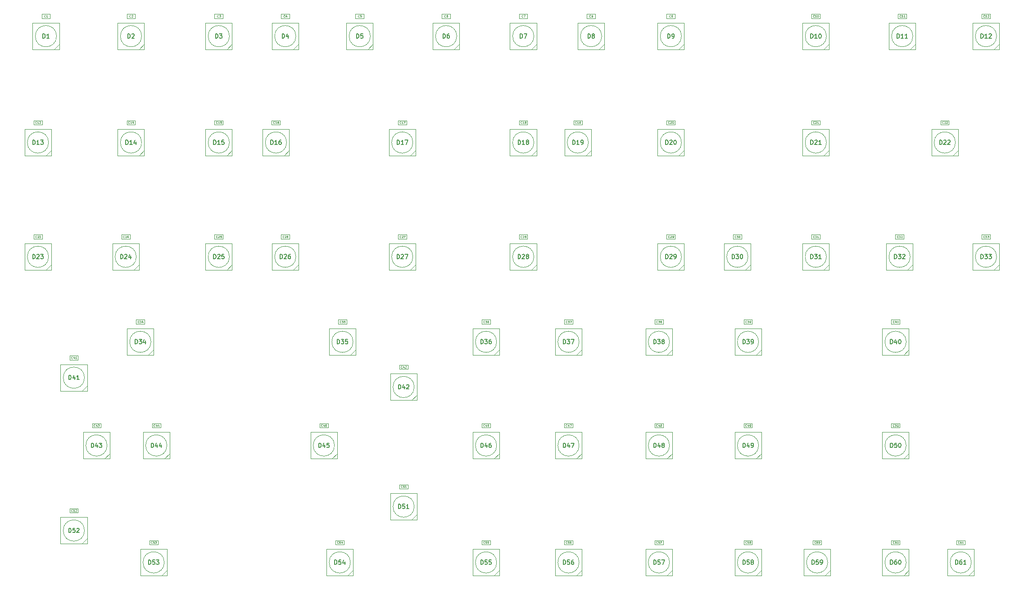
<source format=gbr>
G04 #@! TF.GenerationSoftware,KiCad,Pcbnew,(6.0.6)*
G04 #@! TF.CreationDate,2023-02-02T00:20:54-07:00*
G04 #@! TF.ProjectId,Netflix and Chill LEDs,4e657466-6c69-4782-9061-6e6420436869,1*
G04 #@! TF.SameCoordinates,Original*
G04 #@! TF.FileFunction,AssemblyDrawing,Top*
%FSLAX46Y46*%
G04 Gerber Fmt 4.6, Leading zero omitted, Abs format (unit mm)*
G04 Created by KiCad (PCBNEW (6.0.6)) date 2023-02-02 00:20:54*
%MOMM*%
%LPD*%
G01*
G04 APERTURE LIST*
%ADD10C,0.150000*%
%ADD11C,0.060000*%
%ADD12C,0.100000*%
G04 APERTURE END LIST*
D10*
X81778571Y-119861904D02*
X81778571Y-119061904D01*
X81969047Y-119061904D01*
X82083333Y-119100000D01*
X82159523Y-119176190D01*
X82197619Y-119252380D01*
X82235714Y-119404761D01*
X82235714Y-119519047D01*
X82197619Y-119671428D01*
X82159523Y-119747619D01*
X82083333Y-119823809D01*
X81969047Y-119861904D01*
X81778571Y-119861904D01*
X82921428Y-119328571D02*
X82921428Y-119861904D01*
X82730952Y-119023809D02*
X82540476Y-119595238D01*
X83035714Y-119595238D01*
X83683333Y-119328571D02*
X83683333Y-119861904D01*
X83492857Y-119023809D02*
X83302380Y-119595238D01*
X83797619Y-119595238D01*
D11*
X128992857Y-127392857D02*
X128973809Y-127411904D01*
X128916666Y-127430952D01*
X128878571Y-127430952D01*
X128821428Y-127411904D01*
X128783333Y-127373809D01*
X128764285Y-127335714D01*
X128745238Y-127259523D01*
X128745238Y-127202380D01*
X128764285Y-127126190D01*
X128783333Y-127088095D01*
X128821428Y-127050000D01*
X128878571Y-127030952D01*
X128916666Y-127030952D01*
X128973809Y-127050000D01*
X128992857Y-127069047D01*
X129354761Y-127030952D02*
X129164285Y-127030952D01*
X129145238Y-127221428D01*
X129164285Y-127202380D01*
X129202380Y-127183333D01*
X129297619Y-127183333D01*
X129335714Y-127202380D01*
X129354761Y-127221428D01*
X129373809Y-127259523D01*
X129373809Y-127354761D01*
X129354761Y-127392857D01*
X129335714Y-127411904D01*
X129297619Y-127430952D01*
X129202380Y-127430952D01*
X129164285Y-127411904D01*
X129145238Y-127392857D01*
X129754761Y-127430952D02*
X129526190Y-127430952D01*
X129640476Y-127430952D02*
X129640476Y-127030952D01*
X129602380Y-127088095D01*
X129564285Y-127126190D01*
X129526190Y-127145238D01*
X82492857Y-115892857D02*
X82473809Y-115911904D01*
X82416666Y-115930952D01*
X82378571Y-115930952D01*
X82321428Y-115911904D01*
X82283333Y-115873809D01*
X82264285Y-115835714D01*
X82245238Y-115759523D01*
X82245238Y-115702380D01*
X82264285Y-115626190D01*
X82283333Y-115588095D01*
X82321428Y-115550000D01*
X82378571Y-115530952D01*
X82416666Y-115530952D01*
X82473809Y-115550000D01*
X82492857Y-115569047D01*
X82835714Y-115664285D02*
X82835714Y-115930952D01*
X82740476Y-115511904D02*
X82645238Y-115797619D01*
X82892857Y-115797619D01*
X83216666Y-115664285D02*
X83216666Y-115930952D01*
X83121428Y-115511904D02*
X83026190Y-115797619D01*
X83273809Y-115797619D01*
X230742857Y-58892857D02*
X230723809Y-58911904D01*
X230666666Y-58930952D01*
X230628571Y-58930952D01*
X230571428Y-58911904D01*
X230533333Y-58873809D01*
X230514285Y-58835714D01*
X230495238Y-58759523D01*
X230495238Y-58702380D01*
X230514285Y-58626190D01*
X230533333Y-58588095D01*
X230571428Y-58550000D01*
X230628571Y-58530952D01*
X230666666Y-58530952D01*
X230723809Y-58550000D01*
X230742857Y-58569047D01*
X230895238Y-58569047D02*
X230914285Y-58550000D01*
X230952380Y-58530952D01*
X231047619Y-58530952D01*
X231085714Y-58550000D01*
X231104761Y-58569047D01*
X231123809Y-58607142D01*
X231123809Y-58645238D01*
X231104761Y-58702380D01*
X230876190Y-58930952D01*
X231123809Y-58930952D01*
X231276190Y-58569047D02*
X231295238Y-58550000D01*
X231333333Y-58530952D01*
X231428571Y-58530952D01*
X231466666Y-58550000D01*
X231485714Y-58569047D01*
X231504761Y-58607142D01*
X231504761Y-58645238D01*
X231485714Y-58702380D01*
X231257142Y-58930952D01*
X231504761Y-58930952D01*
D10*
X150778571Y-84361904D02*
X150778571Y-83561904D01*
X150969047Y-83561904D01*
X151083333Y-83600000D01*
X151159523Y-83676190D01*
X151197619Y-83752380D01*
X151235714Y-83904761D01*
X151235714Y-84019047D01*
X151197619Y-84171428D01*
X151159523Y-84247619D01*
X151083333Y-84323809D01*
X150969047Y-84361904D01*
X150778571Y-84361904D01*
X151540476Y-83638095D02*
X151578571Y-83600000D01*
X151654761Y-83561904D01*
X151845238Y-83561904D01*
X151921428Y-83600000D01*
X151959523Y-83638095D01*
X151997619Y-83714285D01*
X151997619Y-83790476D01*
X151959523Y-83904761D01*
X151502380Y-84361904D01*
X151997619Y-84361904D01*
X152454761Y-83904761D02*
X152378571Y-83866666D01*
X152340476Y-83828571D01*
X152302380Y-83752380D01*
X152302380Y-83714285D01*
X152340476Y-83638095D01*
X152378571Y-83600000D01*
X152454761Y-83561904D01*
X152607142Y-83561904D01*
X152683333Y-83600000D01*
X152721428Y-83638095D01*
X152759523Y-83714285D01*
X152759523Y-83752380D01*
X152721428Y-83828571D01*
X152683333Y-83866666D01*
X152607142Y-83904761D01*
X152454761Y-83904761D01*
X152378571Y-83942857D01*
X152340476Y-83980952D01*
X152302380Y-84057142D01*
X152302380Y-84209523D01*
X152340476Y-84285714D01*
X152378571Y-84323809D01*
X152454761Y-84361904D01*
X152607142Y-84361904D01*
X152683333Y-84323809D01*
X152721428Y-84285714D01*
X152759523Y-84209523D01*
X152759523Y-84057142D01*
X152721428Y-83980952D01*
X152683333Y-83942857D01*
X152607142Y-83904761D01*
X106028571Y-84361904D02*
X106028571Y-83561904D01*
X106219047Y-83561904D01*
X106333333Y-83600000D01*
X106409523Y-83676190D01*
X106447619Y-83752380D01*
X106485714Y-83904761D01*
X106485714Y-84019047D01*
X106447619Y-84171428D01*
X106409523Y-84247619D01*
X106333333Y-84323809D01*
X106219047Y-84361904D01*
X106028571Y-84361904D01*
X106790476Y-83638095D02*
X106828571Y-83600000D01*
X106904761Y-83561904D01*
X107095238Y-83561904D01*
X107171428Y-83600000D01*
X107209523Y-83638095D01*
X107247619Y-83714285D01*
X107247619Y-83790476D01*
X107209523Y-83904761D01*
X106752380Y-84361904D01*
X107247619Y-84361904D01*
X107933333Y-83561904D02*
X107780952Y-83561904D01*
X107704761Y-83600000D01*
X107666666Y-83638095D01*
X107590476Y-83752380D01*
X107552380Y-83904761D01*
X107552380Y-84209523D01*
X107590476Y-84285714D01*
X107628571Y-84323809D01*
X107704761Y-84361904D01*
X107857142Y-84361904D01*
X107933333Y-84323809D01*
X107971428Y-84285714D01*
X108009523Y-84209523D01*
X108009523Y-84019047D01*
X107971428Y-83942857D01*
X107933333Y-83904761D01*
X107857142Y-83866666D01*
X107704761Y-83866666D01*
X107628571Y-83904761D01*
X107590476Y-83942857D01*
X107552380Y-84019047D01*
X66278571Y-135861904D02*
X66278571Y-135061904D01*
X66469047Y-135061904D01*
X66583333Y-135100000D01*
X66659523Y-135176190D01*
X66697619Y-135252380D01*
X66735714Y-135404761D01*
X66735714Y-135519047D01*
X66697619Y-135671428D01*
X66659523Y-135747619D01*
X66583333Y-135823809D01*
X66469047Y-135861904D01*
X66278571Y-135861904D01*
X67459523Y-135061904D02*
X67078571Y-135061904D01*
X67040476Y-135442857D01*
X67078571Y-135404761D01*
X67154761Y-135366666D01*
X67345238Y-135366666D01*
X67421428Y-135404761D01*
X67459523Y-135442857D01*
X67497619Y-135519047D01*
X67497619Y-135709523D01*
X67459523Y-135785714D01*
X67421428Y-135823809D01*
X67345238Y-135861904D01*
X67154761Y-135861904D01*
X67078571Y-135823809D01*
X67040476Y-135785714D01*
X67802380Y-135138095D02*
X67840476Y-135100000D01*
X67916666Y-135061904D01*
X68107142Y-135061904D01*
X68183333Y-135100000D01*
X68221428Y-135138095D01*
X68259523Y-135214285D01*
X68259523Y-135290476D01*
X68221428Y-135404761D01*
X67764285Y-135861904D01*
X68259523Y-135861904D01*
D11*
X104992857Y-58892857D02*
X104973809Y-58911904D01*
X104916666Y-58930952D01*
X104878571Y-58930952D01*
X104821428Y-58911904D01*
X104783333Y-58873809D01*
X104764285Y-58835714D01*
X104745238Y-58759523D01*
X104745238Y-58702380D01*
X104764285Y-58626190D01*
X104783333Y-58588095D01*
X104821428Y-58550000D01*
X104878571Y-58530952D01*
X104916666Y-58530952D01*
X104973809Y-58550000D01*
X104992857Y-58569047D01*
X105373809Y-58930952D02*
X105145238Y-58930952D01*
X105259523Y-58930952D02*
X105259523Y-58530952D01*
X105221428Y-58588095D01*
X105183333Y-58626190D01*
X105145238Y-58645238D01*
X105716666Y-58530952D02*
X105640476Y-58530952D01*
X105602380Y-58550000D01*
X105583333Y-58569047D01*
X105545238Y-58626190D01*
X105526190Y-58702380D01*
X105526190Y-58854761D01*
X105545238Y-58892857D01*
X105564285Y-58911904D01*
X105602380Y-58930952D01*
X105678571Y-58930952D01*
X105716666Y-58911904D01*
X105735714Y-58892857D01*
X105754761Y-58854761D01*
X105754761Y-58759523D01*
X105735714Y-58721428D01*
X105716666Y-58702380D01*
X105678571Y-58683333D01*
X105602380Y-58683333D01*
X105564285Y-58702380D01*
X105545238Y-58721428D01*
X105526190Y-58759523D01*
D10*
X178909523Y-42861904D02*
X178909523Y-42061904D01*
X179100000Y-42061904D01*
X179214285Y-42100000D01*
X179290476Y-42176190D01*
X179328571Y-42252380D01*
X179366666Y-42404761D01*
X179366666Y-42519047D01*
X179328571Y-42671428D01*
X179290476Y-42747619D01*
X179214285Y-42823809D01*
X179100000Y-42861904D01*
X178909523Y-42861904D01*
X179747619Y-42861904D02*
X179900000Y-42861904D01*
X179976190Y-42823809D01*
X180014285Y-42785714D01*
X180090476Y-42671428D01*
X180128571Y-42519047D01*
X180128571Y-42214285D01*
X180090476Y-42138095D01*
X180052380Y-42100000D01*
X179976190Y-42061904D01*
X179823809Y-42061904D01*
X179747619Y-42100000D01*
X179709523Y-42138095D01*
X179671428Y-42214285D01*
X179671428Y-42404761D01*
X179709523Y-42480952D01*
X179747619Y-42519047D01*
X179823809Y-42557142D01*
X179976190Y-42557142D01*
X180052380Y-42519047D01*
X180090476Y-42480952D01*
X180128571Y-42404761D01*
D11*
X94242857Y-58892857D02*
X94223809Y-58911904D01*
X94166666Y-58930952D01*
X94128571Y-58930952D01*
X94071428Y-58911904D01*
X94033333Y-58873809D01*
X94014285Y-58835714D01*
X93995238Y-58759523D01*
X93995238Y-58702380D01*
X94014285Y-58626190D01*
X94033333Y-58588095D01*
X94071428Y-58550000D01*
X94128571Y-58530952D01*
X94166666Y-58530952D01*
X94223809Y-58550000D01*
X94242857Y-58569047D01*
X94623809Y-58930952D02*
X94395238Y-58930952D01*
X94509523Y-58930952D02*
X94509523Y-58530952D01*
X94471428Y-58588095D01*
X94433333Y-58626190D01*
X94395238Y-58645238D01*
X94985714Y-58530952D02*
X94795238Y-58530952D01*
X94776190Y-58721428D01*
X94795238Y-58702380D01*
X94833333Y-58683333D01*
X94928571Y-58683333D01*
X94966666Y-58702380D01*
X94985714Y-58721428D01*
X95004761Y-58759523D01*
X95004761Y-58854761D01*
X94985714Y-58892857D01*
X94966666Y-58911904D01*
X94928571Y-58930952D01*
X94833333Y-58930952D01*
X94795238Y-58911904D01*
X94776190Y-58892857D01*
X81992857Y-137892857D02*
X81973809Y-137911904D01*
X81916666Y-137930952D01*
X81878571Y-137930952D01*
X81821428Y-137911904D01*
X81783333Y-137873809D01*
X81764285Y-137835714D01*
X81745238Y-137759523D01*
X81745238Y-137702380D01*
X81764285Y-137626190D01*
X81783333Y-137588095D01*
X81821428Y-137550000D01*
X81878571Y-137530952D01*
X81916666Y-137530952D01*
X81973809Y-137550000D01*
X81992857Y-137569047D01*
X82354761Y-137530952D02*
X82164285Y-137530952D01*
X82145238Y-137721428D01*
X82164285Y-137702380D01*
X82202380Y-137683333D01*
X82297619Y-137683333D01*
X82335714Y-137702380D01*
X82354761Y-137721428D01*
X82373809Y-137759523D01*
X82373809Y-137854761D01*
X82354761Y-137892857D01*
X82335714Y-137911904D01*
X82297619Y-137930952D01*
X82202380Y-137930952D01*
X82164285Y-137911904D01*
X82145238Y-137892857D01*
X82507142Y-137530952D02*
X82754761Y-137530952D01*
X82621428Y-137683333D01*
X82678571Y-137683333D01*
X82716666Y-137702380D01*
X82735714Y-137721428D01*
X82754761Y-137759523D01*
X82754761Y-137854761D01*
X82735714Y-137892857D01*
X82716666Y-137911904D01*
X82678571Y-137930952D01*
X82564285Y-137930952D01*
X82526190Y-137911904D01*
X82507142Y-137892857D01*
D10*
X128278571Y-108861904D02*
X128278571Y-108061904D01*
X128469047Y-108061904D01*
X128583333Y-108100000D01*
X128659523Y-108176190D01*
X128697619Y-108252380D01*
X128735714Y-108404761D01*
X128735714Y-108519047D01*
X128697619Y-108671428D01*
X128659523Y-108747619D01*
X128583333Y-108823809D01*
X128469047Y-108861904D01*
X128278571Y-108861904D01*
X129421428Y-108328571D02*
X129421428Y-108861904D01*
X129230952Y-108023809D02*
X129040476Y-108595238D01*
X129535714Y-108595238D01*
X129802380Y-108138095D02*
X129840476Y-108100000D01*
X129916666Y-108061904D01*
X130107142Y-108061904D01*
X130183333Y-108100000D01*
X130221428Y-108138095D01*
X130259523Y-108214285D01*
X130259523Y-108290476D01*
X130221428Y-108404761D01*
X129764285Y-108861904D01*
X130259523Y-108861904D01*
X77028571Y-62861904D02*
X77028571Y-62061904D01*
X77219047Y-62061904D01*
X77333333Y-62100000D01*
X77409523Y-62176190D01*
X77447619Y-62252380D01*
X77485714Y-62404761D01*
X77485714Y-62519047D01*
X77447619Y-62671428D01*
X77409523Y-62747619D01*
X77333333Y-62823809D01*
X77219047Y-62861904D01*
X77028571Y-62861904D01*
X78247619Y-62861904D02*
X77790476Y-62861904D01*
X78019047Y-62861904D02*
X78019047Y-62061904D01*
X77942857Y-62176190D01*
X77866666Y-62252380D01*
X77790476Y-62290476D01*
X78933333Y-62328571D02*
X78933333Y-62861904D01*
X78742857Y-62023809D02*
X78552380Y-62595238D01*
X79047619Y-62595238D01*
D11*
X176992857Y-96392857D02*
X176973809Y-96411904D01*
X176916666Y-96430952D01*
X176878571Y-96430952D01*
X176821428Y-96411904D01*
X176783333Y-96373809D01*
X176764285Y-96335714D01*
X176745238Y-96259523D01*
X176745238Y-96202380D01*
X176764285Y-96126190D01*
X176783333Y-96088095D01*
X176821428Y-96050000D01*
X176878571Y-96030952D01*
X176916666Y-96030952D01*
X176973809Y-96050000D01*
X176992857Y-96069047D01*
X177126190Y-96030952D02*
X177373809Y-96030952D01*
X177240476Y-96183333D01*
X177297619Y-96183333D01*
X177335714Y-96202380D01*
X177354761Y-96221428D01*
X177373809Y-96259523D01*
X177373809Y-96354761D01*
X177354761Y-96392857D01*
X177335714Y-96411904D01*
X177297619Y-96430952D01*
X177183333Y-96430952D01*
X177145238Y-96411904D01*
X177126190Y-96392857D01*
X177602380Y-96202380D02*
X177564285Y-96183333D01*
X177545238Y-96164285D01*
X177526190Y-96126190D01*
X177526190Y-96107142D01*
X177545238Y-96069047D01*
X177564285Y-96050000D01*
X177602380Y-96030952D01*
X177678571Y-96030952D01*
X177716666Y-96050000D01*
X177735714Y-96069047D01*
X177754761Y-96107142D01*
X177754761Y-96126190D01*
X177735714Y-96164285D01*
X177716666Y-96183333D01*
X177678571Y-96202380D01*
X177602380Y-96202380D01*
X177564285Y-96221428D01*
X177545238Y-96240476D01*
X177526190Y-96278571D01*
X177526190Y-96354761D01*
X177545238Y-96392857D01*
X177564285Y-96411904D01*
X177602380Y-96430952D01*
X177678571Y-96430952D01*
X177716666Y-96411904D01*
X177735714Y-96392857D01*
X177754761Y-96354761D01*
X177754761Y-96278571D01*
X177735714Y-96240476D01*
X177716666Y-96221428D01*
X177678571Y-96202380D01*
D10*
X151159523Y-42861904D02*
X151159523Y-42061904D01*
X151350000Y-42061904D01*
X151464285Y-42100000D01*
X151540476Y-42176190D01*
X151578571Y-42252380D01*
X151616666Y-42404761D01*
X151616666Y-42519047D01*
X151578571Y-42671428D01*
X151540476Y-42747619D01*
X151464285Y-42823809D01*
X151350000Y-42861904D01*
X151159523Y-42861904D01*
X151883333Y-42061904D02*
X152416666Y-42061904D01*
X152073809Y-42861904D01*
D11*
X176992857Y-115892857D02*
X176973809Y-115911904D01*
X176916666Y-115930952D01*
X176878571Y-115930952D01*
X176821428Y-115911904D01*
X176783333Y-115873809D01*
X176764285Y-115835714D01*
X176745238Y-115759523D01*
X176745238Y-115702380D01*
X176764285Y-115626190D01*
X176783333Y-115588095D01*
X176821428Y-115550000D01*
X176878571Y-115530952D01*
X176916666Y-115530952D01*
X176973809Y-115550000D01*
X176992857Y-115569047D01*
X177335714Y-115664285D02*
X177335714Y-115930952D01*
X177240476Y-115511904D02*
X177145238Y-115797619D01*
X177392857Y-115797619D01*
X177602380Y-115702380D02*
X177564285Y-115683333D01*
X177545238Y-115664285D01*
X177526190Y-115626190D01*
X177526190Y-115607142D01*
X177545238Y-115569047D01*
X177564285Y-115550000D01*
X177602380Y-115530952D01*
X177678571Y-115530952D01*
X177716666Y-115550000D01*
X177735714Y-115569047D01*
X177754761Y-115607142D01*
X177754761Y-115626190D01*
X177735714Y-115664285D01*
X177716666Y-115683333D01*
X177678571Y-115702380D01*
X177602380Y-115702380D01*
X177564285Y-115721428D01*
X177545238Y-115740476D01*
X177526190Y-115778571D01*
X177526190Y-115854761D01*
X177545238Y-115892857D01*
X177564285Y-115911904D01*
X177602380Y-115930952D01*
X177678571Y-115930952D01*
X177716666Y-115911904D01*
X177735714Y-115892857D01*
X177754761Y-115854761D01*
X177754761Y-115778571D01*
X177735714Y-115740476D01*
X177716666Y-115721428D01*
X177678571Y-115702380D01*
D10*
X59528571Y-62861904D02*
X59528571Y-62061904D01*
X59719047Y-62061904D01*
X59833333Y-62100000D01*
X59909523Y-62176190D01*
X59947619Y-62252380D01*
X59985714Y-62404761D01*
X59985714Y-62519047D01*
X59947619Y-62671428D01*
X59909523Y-62747619D01*
X59833333Y-62823809D01*
X59719047Y-62861904D01*
X59528571Y-62861904D01*
X60747619Y-62861904D02*
X60290476Y-62861904D01*
X60519047Y-62861904D02*
X60519047Y-62061904D01*
X60442857Y-62176190D01*
X60366666Y-62252380D01*
X60290476Y-62290476D01*
X61014285Y-62061904D02*
X61509523Y-62061904D01*
X61242857Y-62366666D01*
X61357142Y-62366666D01*
X61433333Y-62404761D01*
X61471428Y-62442857D01*
X61509523Y-62519047D01*
X61509523Y-62709523D01*
X61471428Y-62785714D01*
X61433333Y-62823809D01*
X61357142Y-62861904D01*
X61128571Y-62861904D01*
X61052380Y-62823809D01*
X61014285Y-62785714D01*
X143778571Y-141861904D02*
X143778571Y-141061904D01*
X143969047Y-141061904D01*
X144083333Y-141100000D01*
X144159523Y-141176190D01*
X144197619Y-141252380D01*
X144235714Y-141404761D01*
X144235714Y-141519047D01*
X144197619Y-141671428D01*
X144159523Y-141747619D01*
X144083333Y-141823809D01*
X143969047Y-141861904D01*
X143778571Y-141861904D01*
X144959523Y-141061904D02*
X144578571Y-141061904D01*
X144540476Y-141442857D01*
X144578571Y-141404761D01*
X144654761Y-141366666D01*
X144845238Y-141366666D01*
X144921428Y-141404761D01*
X144959523Y-141442857D01*
X144997619Y-141519047D01*
X144997619Y-141709523D01*
X144959523Y-141785714D01*
X144921428Y-141823809D01*
X144845238Y-141861904D01*
X144654761Y-141861904D01*
X144578571Y-141823809D01*
X144540476Y-141785714D01*
X145721428Y-141061904D02*
X145340476Y-141061904D01*
X145302380Y-141442857D01*
X145340476Y-141404761D01*
X145416666Y-141366666D01*
X145607142Y-141366666D01*
X145683333Y-141404761D01*
X145721428Y-141442857D01*
X145759523Y-141519047D01*
X145759523Y-141709523D01*
X145721428Y-141785714D01*
X145683333Y-141823809D01*
X145607142Y-141861904D01*
X145416666Y-141861904D01*
X145340476Y-141823809D01*
X145302380Y-141785714D01*
X104278571Y-62861904D02*
X104278571Y-62061904D01*
X104469047Y-62061904D01*
X104583333Y-62100000D01*
X104659523Y-62176190D01*
X104697619Y-62252380D01*
X104735714Y-62404761D01*
X104735714Y-62519047D01*
X104697619Y-62671428D01*
X104659523Y-62747619D01*
X104583333Y-62823809D01*
X104469047Y-62861904D01*
X104278571Y-62861904D01*
X105497619Y-62861904D02*
X105040476Y-62861904D01*
X105269047Y-62861904D02*
X105269047Y-62061904D01*
X105192857Y-62176190D01*
X105116666Y-62252380D01*
X105040476Y-62290476D01*
X106183333Y-62061904D02*
X106030952Y-62061904D01*
X105954761Y-62100000D01*
X105916666Y-62138095D01*
X105840476Y-62252380D01*
X105802380Y-62404761D01*
X105802380Y-62709523D01*
X105840476Y-62785714D01*
X105878571Y-62823809D01*
X105954761Y-62861904D01*
X106107142Y-62861904D01*
X106183333Y-62823809D01*
X106221428Y-62785714D01*
X106259523Y-62709523D01*
X106259523Y-62519047D01*
X106221428Y-62442857D01*
X106183333Y-62404761D01*
X106107142Y-62366666D01*
X105954761Y-62366666D01*
X105878571Y-62404761D01*
X105840476Y-62442857D01*
X105802380Y-62519047D01*
X205778571Y-84361904D02*
X205778571Y-83561904D01*
X205969047Y-83561904D01*
X206083333Y-83600000D01*
X206159523Y-83676190D01*
X206197619Y-83752380D01*
X206235714Y-83904761D01*
X206235714Y-84019047D01*
X206197619Y-84171428D01*
X206159523Y-84247619D01*
X206083333Y-84323809D01*
X205969047Y-84361904D01*
X205778571Y-84361904D01*
X206502380Y-83561904D02*
X206997619Y-83561904D01*
X206730952Y-83866666D01*
X206845238Y-83866666D01*
X206921428Y-83904761D01*
X206959523Y-83942857D01*
X206997619Y-84019047D01*
X206997619Y-84209523D01*
X206959523Y-84285714D01*
X206921428Y-84323809D01*
X206845238Y-84361904D01*
X206616666Y-84361904D01*
X206540476Y-84323809D01*
X206502380Y-84285714D01*
X207759523Y-84361904D02*
X207302380Y-84361904D01*
X207530952Y-84361904D02*
X207530952Y-83561904D01*
X207454761Y-83676190D01*
X207378571Y-83752380D01*
X207302380Y-83790476D01*
D11*
X94433333Y-38892857D02*
X94414285Y-38911904D01*
X94357142Y-38930952D01*
X94319047Y-38930952D01*
X94261904Y-38911904D01*
X94223809Y-38873809D01*
X94204761Y-38835714D01*
X94185714Y-38759523D01*
X94185714Y-38702380D01*
X94204761Y-38626190D01*
X94223809Y-38588095D01*
X94261904Y-38550000D01*
X94319047Y-38530952D01*
X94357142Y-38530952D01*
X94414285Y-38550000D01*
X94433333Y-38569047D01*
X94566666Y-38530952D02*
X94814285Y-38530952D01*
X94680952Y-38683333D01*
X94738095Y-38683333D01*
X94776190Y-38702380D01*
X94795238Y-38721428D01*
X94814285Y-38759523D01*
X94814285Y-38854761D01*
X94795238Y-38892857D01*
X94776190Y-38911904D01*
X94738095Y-38930952D01*
X94623809Y-38930952D01*
X94585714Y-38911904D01*
X94566666Y-38892857D01*
D10*
X59528571Y-84361904D02*
X59528571Y-83561904D01*
X59719047Y-83561904D01*
X59833333Y-83600000D01*
X59909523Y-83676190D01*
X59947619Y-83752380D01*
X59985714Y-83904761D01*
X59985714Y-84019047D01*
X59947619Y-84171428D01*
X59909523Y-84247619D01*
X59833333Y-84323809D01*
X59719047Y-84361904D01*
X59528571Y-84361904D01*
X60290476Y-83638095D02*
X60328571Y-83600000D01*
X60404761Y-83561904D01*
X60595238Y-83561904D01*
X60671428Y-83600000D01*
X60709523Y-83638095D01*
X60747619Y-83714285D01*
X60747619Y-83790476D01*
X60709523Y-83904761D01*
X60252380Y-84361904D01*
X60747619Y-84361904D01*
X61014285Y-83561904D02*
X61509523Y-83561904D01*
X61242857Y-83866666D01*
X61357142Y-83866666D01*
X61433333Y-83904761D01*
X61471428Y-83942857D01*
X61509523Y-84019047D01*
X61509523Y-84209523D01*
X61471428Y-84285714D01*
X61433333Y-84323809D01*
X61357142Y-84361904D01*
X61128571Y-84361904D01*
X61052380Y-84323809D01*
X61014285Y-84285714D01*
D11*
X128742857Y-80392857D02*
X128723809Y-80411904D01*
X128666666Y-80430952D01*
X128628571Y-80430952D01*
X128571428Y-80411904D01*
X128533333Y-80373809D01*
X128514285Y-80335714D01*
X128495238Y-80259523D01*
X128495238Y-80202380D01*
X128514285Y-80126190D01*
X128533333Y-80088095D01*
X128571428Y-80050000D01*
X128628571Y-80030952D01*
X128666666Y-80030952D01*
X128723809Y-80050000D01*
X128742857Y-80069047D01*
X128895238Y-80069047D02*
X128914285Y-80050000D01*
X128952380Y-80030952D01*
X129047619Y-80030952D01*
X129085714Y-80050000D01*
X129104761Y-80069047D01*
X129123809Y-80107142D01*
X129123809Y-80145238D01*
X129104761Y-80202380D01*
X128876190Y-80430952D01*
X129123809Y-80430952D01*
X129257142Y-80030952D02*
X129523809Y-80030952D01*
X129352380Y-80430952D01*
X106933333Y-38892857D02*
X106914285Y-38911904D01*
X106857142Y-38930952D01*
X106819047Y-38930952D01*
X106761904Y-38911904D01*
X106723809Y-38873809D01*
X106704761Y-38835714D01*
X106685714Y-38759523D01*
X106685714Y-38702380D01*
X106704761Y-38626190D01*
X106723809Y-38588095D01*
X106761904Y-38550000D01*
X106819047Y-38530952D01*
X106857142Y-38530952D01*
X106914285Y-38550000D01*
X106933333Y-38569047D01*
X107276190Y-38664285D02*
X107276190Y-38930952D01*
X107180952Y-38511904D02*
X107085714Y-38797619D01*
X107333333Y-38797619D01*
X151492857Y-58892857D02*
X151473809Y-58911904D01*
X151416666Y-58930952D01*
X151378571Y-58930952D01*
X151321428Y-58911904D01*
X151283333Y-58873809D01*
X151264285Y-58835714D01*
X151245238Y-58759523D01*
X151245238Y-58702380D01*
X151264285Y-58626190D01*
X151283333Y-58588095D01*
X151321428Y-58550000D01*
X151378571Y-58530952D01*
X151416666Y-58530952D01*
X151473809Y-58550000D01*
X151492857Y-58569047D01*
X151873809Y-58930952D02*
X151645238Y-58930952D01*
X151759523Y-58930952D02*
X151759523Y-58530952D01*
X151721428Y-58588095D01*
X151683333Y-58626190D01*
X151645238Y-58645238D01*
X152102380Y-58702380D02*
X152064285Y-58683333D01*
X152045238Y-58664285D01*
X152026190Y-58626190D01*
X152026190Y-58607142D01*
X152045238Y-58569047D01*
X152064285Y-58550000D01*
X152102380Y-58530952D01*
X152178571Y-58530952D01*
X152216666Y-58550000D01*
X152235714Y-58569047D01*
X152254761Y-58607142D01*
X152254761Y-58626190D01*
X152235714Y-58664285D01*
X152216666Y-58683333D01*
X152178571Y-58702380D01*
X152102380Y-58702380D01*
X152064285Y-58721428D01*
X152045238Y-58740476D01*
X152026190Y-58778571D01*
X152026190Y-58854761D01*
X152045238Y-58892857D01*
X152064285Y-58911904D01*
X152102380Y-58930952D01*
X152178571Y-58930952D01*
X152216666Y-58911904D01*
X152235714Y-58892857D01*
X152254761Y-58854761D01*
X152254761Y-58778571D01*
X152235714Y-58740476D01*
X152216666Y-58721428D01*
X152178571Y-58702380D01*
X159992857Y-137892857D02*
X159973809Y-137911904D01*
X159916666Y-137930952D01*
X159878571Y-137930952D01*
X159821428Y-137911904D01*
X159783333Y-137873809D01*
X159764285Y-137835714D01*
X159745238Y-137759523D01*
X159745238Y-137702380D01*
X159764285Y-137626190D01*
X159783333Y-137588095D01*
X159821428Y-137550000D01*
X159878571Y-137530952D01*
X159916666Y-137530952D01*
X159973809Y-137550000D01*
X159992857Y-137569047D01*
X160354761Y-137530952D02*
X160164285Y-137530952D01*
X160145238Y-137721428D01*
X160164285Y-137702380D01*
X160202380Y-137683333D01*
X160297619Y-137683333D01*
X160335714Y-137702380D01*
X160354761Y-137721428D01*
X160373809Y-137759523D01*
X160373809Y-137854761D01*
X160354761Y-137892857D01*
X160335714Y-137911904D01*
X160297619Y-137930952D01*
X160202380Y-137930952D01*
X160164285Y-137911904D01*
X160145238Y-137892857D01*
X160716666Y-137530952D02*
X160640476Y-137530952D01*
X160602380Y-137550000D01*
X160583333Y-137569047D01*
X160545238Y-137626190D01*
X160526190Y-137702380D01*
X160526190Y-137854761D01*
X160545238Y-137892857D01*
X160564285Y-137911904D01*
X160602380Y-137930952D01*
X160678571Y-137930952D01*
X160716666Y-137911904D01*
X160735714Y-137892857D01*
X160754761Y-137854761D01*
X160754761Y-137759523D01*
X160735714Y-137721428D01*
X160716666Y-137702380D01*
X160678571Y-137683333D01*
X160602380Y-137683333D01*
X160564285Y-137702380D01*
X160545238Y-137721428D01*
X160526190Y-137759523D01*
X222742857Y-38892857D02*
X222723809Y-38911904D01*
X222666666Y-38930952D01*
X222628571Y-38930952D01*
X222571428Y-38911904D01*
X222533333Y-38873809D01*
X222514285Y-38835714D01*
X222495238Y-38759523D01*
X222495238Y-38702380D01*
X222514285Y-38626190D01*
X222533333Y-38588095D01*
X222571428Y-38550000D01*
X222628571Y-38530952D01*
X222666666Y-38530952D01*
X222723809Y-38550000D01*
X222742857Y-38569047D01*
X223123809Y-38930952D02*
X222895238Y-38930952D01*
X223009523Y-38930952D02*
X223009523Y-38530952D01*
X222971428Y-38588095D01*
X222933333Y-38626190D01*
X222895238Y-38645238D01*
X223504761Y-38930952D02*
X223276190Y-38930952D01*
X223390476Y-38930952D02*
X223390476Y-38530952D01*
X223352380Y-38588095D01*
X223314285Y-38626190D01*
X223276190Y-38645238D01*
X222242857Y-80392857D02*
X222223809Y-80411904D01*
X222166666Y-80430952D01*
X222128571Y-80430952D01*
X222071428Y-80411904D01*
X222033333Y-80373809D01*
X222014285Y-80335714D01*
X221995238Y-80259523D01*
X221995238Y-80202380D01*
X222014285Y-80126190D01*
X222033333Y-80088095D01*
X222071428Y-80050000D01*
X222128571Y-80030952D01*
X222166666Y-80030952D01*
X222223809Y-80050000D01*
X222242857Y-80069047D01*
X222376190Y-80030952D02*
X222623809Y-80030952D01*
X222490476Y-80183333D01*
X222547619Y-80183333D01*
X222585714Y-80202380D01*
X222604761Y-80221428D01*
X222623809Y-80259523D01*
X222623809Y-80354761D01*
X222604761Y-80392857D01*
X222585714Y-80411904D01*
X222547619Y-80430952D01*
X222433333Y-80430952D01*
X222395238Y-80411904D01*
X222376190Y-80392857D01*
X222776190Y-80069047D02*
X222795238Y-80050000D01*
X222833333Y-80030952D01*
X222928571Y-80030952D01*
X222966666Y-80050000D01*
X222985714Y-80069047D01*
X223004761Y-80107142D01*
X223004761Y-80145238D01*
X222985714Y-80202380D01*
X222757142Y-80430952D01*
X223004761Y-80430952D01*
D10*
X77409523Y-42861904D02*
X77409523Y-42061904D01*
X77600000Y-42061904D01*
X77714285Y-42100000D01*
X77790476Y-42176190D01*
X77828571Y-42252380D01*
X77866666Y-42404761D01*
X77866666Y-42519047D01*
X77828571Y-42671428D01*
X77790476Y-42747619D01*
X77714285Y-42823809D01*
X77600000Y-42861904D01*
X77409523Y-42861904D01*
X78171428Y-42138095D02*
X78209523Y-42100000D01*
X78285714Y-42061904D01*
X78476190Y-42061904D01*
X78552380Y-42100000D01*
X78590476Y-42138095D01*
X78628571Y-42214285D01*
X78628571Y-42290476D01*
X78590476Y-42404761D01*
X78133333Y-42861904D01*
X78628571Y-42861904D01*
X128278571Y-131361904D02*
X128278571Y-130561904D01*
X128469047Y-130561904D01*
X128583333Y-130600000D01*
X128659523Y-130676190D01*
X128697619Y-130752380D01*
X128735714Y-130904761D01*
X128735714Y-131019047D01*
X128697619Y-131171428D01*
X128659523Y-131247619D01*
X128583333Y-131323809D01*
X128469047Y-131361904D01*
X128278571Y-131361904D01*
X129459523Y-130561904D02*
X129078571Y-130561904D01*
X129040476Y-130942857D01*
X129078571Y-130904761D01*
X129154761Y-130866666D01*
X129345238Y-130866666D01*
X129421428Y-130904761D01*
X129459523Y-130942857D01*
X129497619Y-131019047D01*
X129497619Y-131209523D01*
X129459523Y-131285714D01*
X129421428Y-131323809D01*
X129345238Y-131361904D01*
X129154761Y-131361904D01*
X129078571Y-131323809D01*
X129040476Y-131285714D01*
X130259523Y-131361904D02*
X129802380Y-131361904D01*
X130030952Y-131361904D02*
X130030952Y-130561904D01*
X129954761Y-130676190D01*
X129878571Y-130752380D01*
X129802380Y-130790476D01*
D11*
X128992857Y-104892857D02*
X128973809Y-104911904D01*
X128916666Y-104930952D01*
X128878571Y-104930952D01*
X128821428Y-104911904D01*
X128783333Y-104873809D01*
X128764285Y-104835714D01*
X128745238Y-104759523D01*
X128745238Y-104702380D01*
X128764285Y-104626190D01*
X128783333Y-104588095D01*
X128821428Y-104550000D01*
X128878571Y-104530952D01*
X128916666Y-104530952D01*
X128973809Y-104550000D01*
X128992857Y-104569047D01*
X129335714Y-104664285D02*
X129335714Y-104930952D01*
X129240476Y-104511904D02*
X129145238Y-104797619D01*
X129392857Y-104797619D01*
X129526190Y-104569047D02*
X129545238Y-104550000D01*
X129583333Y-104530952D01*
X129678571Y-104530952D01*
X129716666Y-104550000D01*
X129735714Y-104569047D01*
X129754761Y-104607142D01*
X129754761Y-104645238D01*
X129735714Y-104702380D01*
X129507142Y-104930952D01*
X129754761Y-104930952D01*
X137183333Y-38892857D02*
X137164285Y-38911904D01*
X137107142Y-38930952D01*
X137069047Y-38930952D01*
X137011904Y-38911904D01*
X136973809Y-38873809D01*
X136954761Y-38835714D01*
X136935714Y-38759523D01*
X136935714Y-38702380D01*
X136954761Y-38626190D01*
X136973809Y-38588095D01*
X137011904Y-38550000D01*
X137069047Y-38530952D01*
X137107142Y-38530952D01*
X137164285Y-38550000D01*
X137183333Y-38569047D01*
X137526190Y-38530952D02*
X137450000Y-38530952D01*
X137411904Y-38550000D01*
X137392857Y-38569047D01*
X137354761Y-38626190D01*
X137335714Y-38702380D01*
X137335714Y-38854761D01*
X137354761Y-38892857D01*
X137373809Y-38911904D01*
X137411904Y-38930952D01*
X137488095Y-38930952D01*
X137526190Y-38911904D01*
X137545238Y-38892857D01*
X137564285Y-38854761D01*
X137564285Y-38759523D01*
X137545238Y-38721428D01*
X137526190Y-38702380D01*
X137488095Y-38683333D01*
X137411904Y-38683333D01*
X137373809Y-38702380D01*
X137354761Y-38721428D01*
X137335714Y-38759523D01*
D10*
X150778571Y-62861904D02*
X150778571Y-62061904D01*
X150969047Y-62061904D01*
X151083333Y-62100000D01*
X151159523Y-62176190D01*
X151197619Y-62252380D01*
X151235714Y-62404761D01*
X151235714Y-62519047D01*
X151197619Y-62671428D01*
X151159523Y-62747619D01*
X151083333Y-62823809D01*
X150969047Y-62861904D01*
X150778571Y-62861904D01*
X151997619Y-62861904D02*
X151540476Y-62861904D01*
X151769047Y-62861904D02*
X151769047Y-62061904D01*
X151692857Y-62176190D01*
X151616666Y-62252380D01*
X151540476Y-62290476D01*
X152454761Y-62404761D02*
X152378571Y-62366666D01*
X152340476Y-62328571D01*
X152302380Y-62252380D01*
X152302380Y-62214285D01*
X152340476Y-62138095D01*
X152378571Y-62100000D01*
X152454761Y-62061904D01*
X152607142Y-62061904D01*
X152683333Y-62100000D01*
X152721428Y-62138095D01*
X152759523Y-62214285D01*
X152759523Y-62252380D01*
X152721428Y-62328571D01*
X152683333Y-62366666D01*
X152607142Y-62404761D01*
X152454761Y-62404761D01*
X152378571Y-62442857D01*
X152340476Y-62480952D01*
X152302380Y-62557142D01*
X152302380Y-62709523D01*
X152340476Y-62785714D01*
X152378571Y-62823809D01*
X152454761Y-62861904D01*
X152607142Y-62861904D01*
X152683333Y-62823809D01*
X152721428Y-62785714D01*
X152759523Y-62709523D01*
X152759523Y-62557142D01*
X152721428Y-62480952D01*
X152683333Y-62442857D01*
X152607142Y-62404761D01*
X113278571Y-119861904D02*
X113278571Y-119061904D01*
X113469047Y-119061904D01*
X113583333Y-119100000D01*
X113659523Y-119176190D01*
X113697619Y-119252380D01*
X113735714Y-119404761D01*
X113735714Y-119519047D01*
X113697619Y-119671428D01*
X113659523Y-119747619D01*
X113583333Y-119823809D01*
X113469047Y-119861904D01*
X113278571Y-119861904D01*
X114421428Y-119328571D02*
X114421428Y-119861904D01*
X114230952Y-119023809D02*
X114040476Y-119595238D01*
X114535714Y-119595238D01*
X115221428Y-119061904D02*
X114840476Y-119061904D01*
X114802380Y-119442857D01*
X114840476Y-119404761D01*
X114916666Y-119366666D01*
X115107142Y-119366666D01*
X115183333Y-119404761D01*
X115221428Y-119442857D01*
X115259523Y-119519047D01*
X115259523Y-119709523D01*
X115221428Y-119785714D01*
X115183333Y-119823809D01*
X115107142Y-119861904D01*
X114916666Y-119861904D01*
X114840476Y-119823809D01*
X114802380Y-119785714D01*
X233028571Y-141861904D02*
X233028571Y-141061904D01*
X233219047Y-141061904D01*
X233333333Y-141100000D01*
X233409523Y-141176190D01*
X233447619Y-141252380D01*
X233485714Y-141404761D01*
X233485714Y-141519047D01*
X233447619Y-141671428D01*
X233409523Y-141747619D01*
X233333333Y-141823809D01*
X233219047Y-141861904D01*
X233028571Y-141861904D01*
X234171428Y-141061904D02*
X234019047Y-141061904D01*
X233942857Y-141100000D01*
X233904761Y-141138095D01*
X233828571Y-141252380D01*
X233790476Y-141404761D01*
X233790476Y-141709523D01*
X233828571Y-141785714D01*
X233866666Y-141823809D01*
X233942857Y-141861904D01*
X234095238Y-141861904D01*
X234171428Y-141823809D01*
X234209523Y-141785714D01*
X234247619Y-141709523D01*
X234247619Y-141519047D01*
X234209523Y-141442857D01*
X234171428Y-141404761D01*
X234095238Y-141366666D01*
X233942857Y-141366666D01*
X233866666Y-141404761D01*
X233828571Y-141442857D01*
X233790476Y-141519047D01*
X235009523Y-141861904D02*
X234552380Y-141861904D01*
X234780952Y-141861904D02*
X234780952Y-141061904D01*
X234704761Y-141176190D01*
X234628571Y-141252380D01*
X234552380Y-141290476D01*
X76028571Y-84361904D02*
X76028571Y-83561904D01*
X76219047Y-83561904D01*
X76333333Y-83600000D01*
X76409523Y-83676190D01*
X76447619Y-83752380D01*
X76485714Y-83904761D01*
X76485714Y-84019047D01*
X76447619Y-84171428D01*
X76409523Y-84247619D01*
X76333333Y-84323809D01*
X76219047Y-84361904D01*
X76028571Y-84361904D01*
X76790476Y-83638095D02*
X76828571Y-83600000D01*
X76904761Y-83561904D01*
X77095238Y-83561904D01*
X77171428Y-83600000D01*
X77209523Y-83638095D01*
X77247619Y-83714285D01*
X77247619Y-83790476D01*
X77209523Y-83904761D01*
X76752380Y-84361904D01*
X77247619Y-84361904D01*
X77933333Y-83828571D02*
X77933333Y-84361904D01*
X77742857Y-83523809D02*
X77552380Y-84095238D01*
X78047619Y-84095238D01*
X220778571Y-119861904D02*
X220778571Y-119061904D01*
X220969047Y-119061904D01*
X221083333Y-119100000D01*
X221159523Y-119176190D01*
X221197619Y-119252380D01*
X221235714Y-119404761D01*
X221235714Y-119519047D01*
X221197619Y-119671428D01*
X221159523Y-119747619D01*
X221083333Y-119823809D01*
X220969047Y-119861904D01*
X220778571Y-119861904D01*
X221959523Y-119061904D02*
X221578571Y-119061904D01*
X221540476Y-119442857D01*
X221578571Y-119404761D01*
X221654761Y-119366666D01*
X221845238Y-119366666D01*
X221921428Y-119404761D01*
X221959523Y-119442857D01*
X221997619Y-119519047D01*
X221997619Y-119709523D01*
X221959523Y-119785714D01*
X221921428Y-119823809D01*
X221845238Y-119861904D01*
X221654761Y-119861904D01*
X221578571Y-119823809D01*
X221540476Y-119785714D01*
X222492857Y-119061904D02*
X222569047Y-119061904D01*
X222645238Y-119100000D01*
X222683333Y-119138095D01*
X222721428Y-119214285D01*
X222759523Y-119366666D01*
X222759523Y-119557142D01*
X222721428Y-119709523D01*
X222683333Y-119785714D01*
X222645238Y-119823809D01*
X222569047Y-119861904D01*
X222492857Y-119861904D01*
X222416666Y-119823809D01*
X222378571Y-119785714D01*
X222340476Y-119709523D01*
X222302380Y-119557142D01*
X222302380Y-119366666D01*
X222340476Y-119214285D01*
X222378571Y-119138095D01*
X222416666Y-119100000D01*
X222492857Y-119061904D01*
D11*
X179242857Y-58892857D02*
X179223809Y-58911904D01*
X179166666Y-58930952D01*
X179128571Y-58930952D01*
X179071428Y-58911904D01*
X179033333Y-58873809D01*
X179014285Y-58835714D01*
X178995238Y-58759523D01*
X178995238Y-58702380D01*
X179014285Y-58626190D01*
X179033333Y-58588095D01*
X179071428Y-58550000D01*
X179128571Y-58530952D01*
X179166666Y-58530952D01*
X179223809Y-58550000D01*
X179242857Y-58569047D01*
X179395238Y-58569047D02*
X179414285Y-58550000D01*
X179452380Y-58530952D01*
X179547619Y-58530952D01*
X179585714Y-58550000D01*
X179604761Y-58569047D01*
X179623809Y-58607142D01*
X179623809Y-58645238D01*
X179604761Y-58702380D01*
X179376190Y-58930952D01*
X179623809Y-58930952D01*
X179871428Y-58530952D02*
X179909523Y-58530952D01*
X179947619Y-58550000D01*
X179966666Y-58569047D01*
X179985714Y-58607142D01*
X180004761Y-58683333D01*
X180004761Y-58778571D01*
X179985714Y-58854761D01*
X179966666Y-58892857D01*
X179947619Y-58911904D01*
X179909523Y-58930952D01*
X179871428Y-58930952D01*
X179833333Y-58911904D01*
X179814285Y-58892857D01*
X179795238Y-58854761D01*
X179776190Y-58778571D01*
X179776190Y-58683333D01*
X179795238Y-58607142D01*
X179814285Y-58569047D01*
X179833333Y-58550000D01*
X179871428Y-58530952D01*
D10*
X116778571Y-100361904D02*
X116778571Y-99561904D01*
X116969047Y-99561904D01*
X117083333Y-99600000D01*
X117159523Y-99676190D01*
X117197619Y-99752380D01*
X117235714Y-99904761D01*
X117235714Y-100019047D01*
X117197619Y-100171428D01*
X117159523Y-100247619D01*
X117083333Y-100323809D01*
X116969047Y-100361904D01*
X116778571Y-100361904D01*
X117502380Y-99561904D02*
X117997619Y-99561904D01*
X117730952Y-99866666D01*
X117845238Y-99866666D01*
X117921428Y-99904761D01*
X117959523Y-99942857D01*
X117997619Y-100019047D01*
X117997619Y-100209523D01*
X117959523Y-100285714D01*
X117921428Y-100323809D01*
X117845238Y-100361904D01*
X117616666Y-100361904D01*
X117540476Y-100323809D01*
X117502380Y-100285714D01*
X118721428Y-99561904D02*
X118340476Y-99561904D01*
X118302380Y-99942857D01*
X118340476Y-99904761D01*
X118416666Y-99866666D01*
X118607142Y-99866666D01*
X118683333Y-99904761D01*
X118721428Y-99942857D01*
X118759523Y-100019047D01*
X118759523Y-100209523D01*
X118721428Y-100285714D01*
X118683333Y-100323809D01*
X118607142Y-100361904D01*
X118416666Y-100361904D01*
X118340476Y-100323809D01*
X118302380Y-100285714D01*
X136659523Y-42861904D02*
X136659523Y-42061904D01*
X136850000Y-42061904D01*
X136964285Y-42100000D01*
X137040476Y-42176190D01*
X137078571Y-42252380D01*
X137116666Y-42404761D01*
X137116666Y-42519047D01*
X137078571Y-42671428D01*
X137040476Y-42747619D01*
X136964285Y-42823809D01*
X136850000Y-42861904D01*
X136659523Y-42861904D01*
X137802380Y-42061904D02*
X137650000Y-42061904D01*
X137573809Y-42100000D01*
X137535714Y-42138095D01*
X137459523Y-42252380D01*
X137421428Y-42404761D01*
X137421428Y-42709523D01*
X137459523Y-42785714D01*
X137497619Y-42823809D01*
X137573809Y-42861904D01*
X137726190Y-42861904D01*
X137802380Y-42823809D01*
X137840476Y-42785714D01*
X137878571Y-42709523D01*
X137878571Y-42519047D01*
X137840476Y-42442857D01*
X137802380Y-42404761D01*
X137726190Y-42366666D01*
X137573809Y-42366666D01*
X137497619Y-42404761D01*
X137459523Y-42442857D01*
X137421428Y-42519047D01*
D11*
X66992857Y-131892857D02*
X66973809Y-131911904D01*
X66916666Y-131930952D01*
X66878571Y-131930952D01*
X66821428Y-131911904D01*
X66783333Y-131873809D01*
X66764285Y-131835714D01*
X66745238Y-131759523D01*
X66745238Y-131702380D01*
X66764285Y-131626190D01*
X66783333Y-131588095D01*
X66821428Y-131550000D01*
X66878571Y-131530952D01*
X66916666Y-131530952D01*
X66973809Y-131550000D01*
X66992857Y-131569047D01*
X67354761Y-131530952D02*
X67164285Y-131530952D01*
X67145238Y-131721428D01*
X67164285Y-131702380D01*
X67202380Y-131683333D01*
X67297619Y-131683333D01*
X67335714Y-131702380D01*
X67354761Y-131721428D01*
X67373809Y-131759523D01*
X67373809Y-131854761D01*
X67354761Y-131892857D01*
X67335714Y-131911904D01*
X67297619Y-131930952D01*
X67202380Y-131930952D01*
X67164285Y-131911904D01*
X67145238Y-131892857D01*
X67526190Y-131569047D02*
X67545238Y-131550000D01*
X67583333Y-131530952D01*
X67678571Y-131530952D01*
X67716666Y-131550000D01*
X67735714Y-131569047D01*
X67754761Y-131607142D01*
X67754761Y-131645238D01*
X67735714Y-131702380D01*
X67507142Y-131930952D01*
X67754761Y-131930952D01*
X144492857Y-137892857D02*
X144473809Y-137911904D01*
X144416666Y-137930952D01*
X144378571Y-137930952D01*
X144321428Y-137911904D01*
X144283333Y-137873809D01*
X144264285Y-137835714D01*
X144245238Y-137759523D01*
X144245238Y-137702380D01*
X144264285Y-137626190D01*
X144283333Y-137588095D01*
X144321428Y-137550000D01*
X144378571Y-137530952D01*
X144416666Y-137530952D01*
X144473809Y-137550000D01*
X144492857Y-137569047D01*
X144854761Y-137530952D02*
X144664285Y-137530952D01*
X144645238Y-137721428D01*
X144664285Y-137702380D01*
X144702380Y-137683333D01*
X144797619Y-137683333D01*
X144835714Y-137702380D01*
X144854761Y-137721428D01*
X144873809Y-137759523D01*
X144873809Y-137854761D01*
X144854761Y-137892857D01*
X144835714Y-137911904D01*
X144797619Y-137930952D01*
X144702380Y-137930952D01*
X144664285Y-137911904D01*
X144645238Y-137892857D01*
X145235714Y-137530952D02*
X145045238Y-137530952D01*
X145026190Y-137721428D01*
X145045238Y-137702380D01*
X145083333Y-137683333D01*
X145178571Y-137683333D01*
X145216666Y-137702380D01*
X145235714Y-137721428D01*
X145254761Y-137759523D01*
X145254761Y-137854761D01*
X145235714Y-137892857D01*
X145216666Y-137911904D01*
X145178571Y-137930952D01*
X145083333Y-137930952D01*
X145045238Y-137911904D01*
X145026190Y-137892857D01*
D10*
X176278571Y-119861904D02*
X176278571Y-119061904D01*
X176469047Y-119061904D01*
X176583333Y-119100000D01*
X176659523Y-119176190D01*
X176697619Y-119252380D01*
X176735714Y-119404761D01*
X176735714Y-119519047D01*
X176697619Y-119671428D01*
X176659523Y-119747619D01*
X176583333Y-119823809D01*
X176469047Y-119861904D01*
X176278571Y-119861904D01*
X177421428Y-119328571D02*
X177421428Y-119861904D01*
X177230952Y-119023809D02*
X177040476Y-119595238D01*
X177535714Y-119595238D01*
X177954761Y-119404761D02*
X177878571Y-119366666D01*
X177840476Y-119328571D01*
X177802380Y-119252380D01*
X177802380Y-119214285D01*
X177840476Y-119138095D01*
X177878571Y-119100000D01*
X177954761Y-119061904D01*
X178107142Y-119061904D01*
X178183333Y-119100000D01*
X178221428Y-119138095D01*
X178259523Y-119214285D01*
X178259523Y-119252380D01*
X178221428Y-119328571D01*
X178183333Y-119366666D01*
X178107142Y-119404761D01*
X177954761Y-119404761D01*
X177878571Y-119442857D01*
X177840476Y-119480952D01*
X177802380Y-119557142D01*
X177802380Y-119709523D01*
X177840476Y-119785714D01*
X177878571Y-119823809D01*
X177954761Y-119861904D01*
X178107142Y-119861904D01*
X178183333Y-119823809D01*
X178221428Y-119785714D01*
X178259523Y-119709523D01*
X178259523Y-119557142D01*
X178221428Y-119480952D01*
X178183333Y-119442857D01*
X178107142Y-119404761D01*
D11*
X159992857Y-96392857D02*
X159973809Y-96411904D01*
X159916666Y-96430952D01*
X159878571Y-96430952D01*
X159821428Y-96411904D01*
X159783333Y-96373809D01*
X159764285Y-96335714D01*
X159745238Y-96259523D01*
X159745238Y-96202380D01*
X159764285Y-96126190D01*
X159783333Y-96088095D01*
X159821428Y-96050000D01*
X159878571Y-96030952D01*
X159916666Y-96030952D01*
X159973809Y-96050000D01*
X159992857Y-96069047D01*
X160126190Y-96030952D02*
X160373809Y-96030952D01*
X160240476Y-96183333D01*
X160297619Y-96183333D01*
X160335714Y-96202380D01*
X160354761Y-96221428D01*
X160373809Y-96259523D01*
X160373809Y-96354761D01*
X160354761Y-96392857D01*
X160335714Y-96411904D01*
X160297619Y-96430952D01*
X160183333Y-96430952D01*
X160145238Y-96411904D01*
X160126190Y-96392857D01*
X160507142Y-96030952D02*
X160773809Y-96030952D01*
X160602380Y-96430952D01*
X76742857Y-80392857D02*
X76723809Y-80411904D01*
X76666666Y-80430952D01*
X76628571Y-80430952D01*
X76571428Y-80411904D01*
X76533333Y-80373809D01*
X76514285Y-80335714D01*
X76495238Y-80259523D01*
X76495238Y-80202380D01*
X76514285Y-80126190D01*
X76533333Y-80088095D01*
X76571428Y-80050000D01*
X76628571Y-80030952D01*
X76666666Y-80030952D01*
X76723809Y-80050000D01*
X76742857Y-80069047D01*
X76895238Y-80069047D02*
X76914285Y-80050000D01*
X76952380Y-80030952D01*
X77047619Y-80030952D01*
X77085714Y-80050000D01*
X77104761Y-80069047D01*
X77123809Y-80107142D01*
X77123809Y-80145238D01*
X77104761Y-80202380D01*
X76876190Y-80430952D01*
X77123809Y-80430952D01*
X77466666Y-80164285D02*
X77466666Y-80430952D01*
X77371428Y-80011904D02*
X77276190Y-80297619D01*
X77523809Y-80297619D01*
X206492857Y-58892857D02*
X206473809Y-58911904D01*
X206416666Y-58930952D01*
X206378571Y-58930952D01*
X206321428Y-58911904D01*
X206283333Y-58873809D01*
X206264285Y-58835714D01*
X206245238Y-58759523D01*
X206245238Y-58702380D01*
X206264285Y-58626190D01*
X206283333Y-58588095D01*
X206321428Y-58550000D01*
X206378571Y-58530952D01*
X206416666Y-58530952D01*
X206473809Y-58550000D01*
X206492857Y-58569047D01*
X206645238Y-58569047D02*
X206664285Y-58550000D01*
X206702380Y-58530952D01*
X206797619Y-58530952D01*
X206835714Y-58550000D01*
X206854761Y-58569047D01*
X206873809Y-58607142D01*
X206873809Y-58645238D01*
X206854761Y-58702380D01*
X206626190Y-58930952D01*
X206873809Y-58930952D01*
X207254761Y-58930952D02*
X207026190Y-58930952D01*
X207140476Y-58930952D02*
X207140476Y-58530952D01*
X207102380Y-58588095D01*
X207064285Y-58626190D01*
X207026190Y-58645238D01*
D10*
X191028571Y-84361904D02*
X191028571Y-83561904D01*
X191219047Y-83561904D01*
X191333333Y-83600000D01*
X191409523Y-83676190D01*
X191447619Y-83752380D01*
X191485714Y-83904761D01*
X191485714Y-84019047D01*
X191447619Y-84171428D01*
X191409523Y-84247619D01*
X191333333Y-84323809D01*
X191219047Y-84361904D01*
X191028571Y-84361904D01*
X191752380Y-83561904D02*
X192247619Y-83561904D01*
X191980952Y-83866666D01*
X192095238Y-83866666D01*
X192171428Y-83904761D01*
X192209523Y-83942857D01*
X192247619Y-84019047D01*
X192247619Y-84209523D01*
X192209523Y-84285714D01*
X192171428Y-84323809D01*
X192095238Y-84361904D01*
X191866666Y-84361904D01*
X191790476Y-84323809D01*
X191752380Y-84285714D01*
X192742857Y-83561904D02*
X192819047Y-83561904D01*
X192895238Y-83600000D01*
X192933333Y-83638095D01*
X192971428Y-83714285D01*
X193009523Y-83866666D01*
X193009523Y-84057142D01*
X192971428Y-84209523D01*
X192933333Y-84285714D01*
X192895238Y-84323809D01*
X192819047Y-84361904D01*
X192742857Y-84361904D01*
X192666666Y-84323809D01*
X192628571Y-84285714D01*
X192590476Y-84209523D01*
X192552380Y-84057142D01*
X192552380Y-83866666D01*
X192590476Y-83714285D01*
X192628571Y-83638095D01*
X192666666Y-83600000D01*
X192742857Y-83561904D01*
D11*
X71242857Y-115892857D02*
X71223809Y-115911904D01*
X71166666Y-115930952D01*
X71128571Y-115930952D01*
X71071428Y-115911904D01*
X71033333Y-115873809D01*
X71014285Y-115835714D01*
X70995238Y-115759523D01*
X70995238Y-115702380D01*
X71014285Y-115626190D01*
X71033333Y-115588095D01*
X71071428Y-115550000D01*
X71128571Y-115530952D01*
X71166666Y-115530952D01*
X71223809Y-115550000D01*
X71242857Y-115569047D01*
X71585714Y-115664285D02*
X71585714Y-115930952D01*
X71490476Y-115511904D02*
X71395238Y-115797619D01*
X71642857Y-115797619D01*
X71757142Y-115530952D02*
X72004761Y-115530952D01*
X71871428Y-115683333D01*
X71928571Y-115683333D01*
X71966666Y-115702380D01*
X71985714Y-115721428D01*
X72004761Y-115759523D01*
X72004761Y-115854761D01*
X71985714Y-115892857D01*
X71966666Y-115911904D01*
X71928571Y-115930952D01*
X71814285Y-115930952D01*
X71776190Y-115911904D01*
X71757142Y-115892857D01*
X206742857Y-137892857D02*
X206723809Y-137911904D01*
X206666666Y-137930952D01*
X206628571Y-137930952D01*
X206571428Y-137911904D01*
X206533333Y-137873809D01*
X206514285Y-137835714D01*
X206495238Y-137759523D01*
X206495238Y-137702380D01*
X206514285Y-137626190D01*
X206533333Y-137588095D01*
X206571428Y-137550000D01*
X206628571Y-137530952D01*
X206666666Y-137530952D01*
X206723809Y-137550000D01*
X206742857Y-137569047D01*
X207104761Y-137530952D02*
X206914285Y-137530952D01*
X206895238Y-137721428D01*
X206914285Y-137702380D01*
X206952380Y-137683333D01*
X207047619Y-137683333D01*
X207085714Y-137702380D01*
X207104761Y-137721428D01*
X207123809Y-137759523D01*
X207123809Y-137854761D01*
X207104761Y-137892857D01*
X207085714Y-137911904D01*
X207047619Y-137930952D01*
X206952380Y-137930952D01*
X206914285Y-137911904D01*
X206895238Y-137892857D01*
X207314285Y-137930952D02*
X207390476Y-137930952D01*
X207428571Y-137911904D01*
X207447619Y-137892857D01*
X207485714Y-137835714D01*
X207504761Y-137759523D01*
X207504761Y-137607142D01*
X207485714Y-137569047D01*
X207466666Y-137550000D01*
X207428571Y-137530952D01*
X207352380Y-137530952D01*
X207314285Y-137550000D01*
X207295238Y-137569047D01*
X207276190Y-137607142D01*
X207276190Y-137702380D01*
X207295238Y-137740476D01*
X207314285Y-137759523D01*
X207352380Y-137778571D01*
X207428571Y-137778571D01*
X207466666Y-137759523D01*
X207485714Y-137740476D01*
X207504761Y-137702380D01*
D10*
X159278571Y-141861904D02*
X159278571Y-141061904D01*
X159469047Y-141061904D01*
X159583333Y-141100000D01*
X159659523Y-141176190D01*
X159697619Y-141252380D01*
X159735714Y-141404761D01*
X159735714Y-141519047D01*
X159697619Y-141671428D01*
X159659523Y-141747619D01*
X159583333Y-141823809D01*
X159469047Y-141861904D01*
X159278571Y-141861904D01*
X160459523Y-141061904D02*
X160078571Y-141061904D01*
X160040476Y-141442857D01*
X160078571Y-141404761D01*
X160154761Y-141366666D01*
X160345238Y-141366666D01*
X160421428Y-141404761D01*
X160459523Y-141442857D01*
X160497619Y-141519047D01*
X160497619Y-141709523D01*
X160459523Y-141785714D01*
X160421428Y-141823809D01*
X160345238Y-141861904D01*
X160154761Y-141861904D01*
X160078571Y-141823809D01*
X160040476Y-141785714D01*
X161183333Y-141061904D02*
X161030952Y-141061904D01*
X160954761Y-141100000D01*
X160916666Y-141138095D01*
X160840476Y-141252380D01*
X160802380Y-141404761D01*
X160802380Y-141709523D01*
X160840476Y-141785714D01*
X160878571Y-141823809D01*
X160954761Y-141861904D01*
X161107142Y-141861904D01*
X161183333Y-141823809D01*
X161221428Y-141785714D01*
X161259523Y-141709523D01*
X161259523Y-141519047D01*
X161221428Y-141442857D01*
X161183333Y-141404761D01*
X161107142Y-141366666D01*
X160954761Y-141366666D01*
X160878571Y-141404761D01*
X160840476Y-141442857D01*
X160802380Y-141519047D01*
D11*
X144492857Y-96392857D02*
X144473809Y-96411904D01*
X144416666Y-96430952D01*
X144378571Y-96430952D01*
X144321428Y-96411904D01*
X144283333Y-96373809D01*
X144264285Y-96335714D01*
X144245238Y-96259523D01*
X144245238Y-96202380D01*
X144264285Y-96126190D01*
X144283333Y-96088095D01*
X144321428Y-96050000D01*
X144378571Y-96030952D01*
X144416666Y-96030952D01*
X144473809Y-96050000D01*
X144492857Y-96069047D01*
X144626190Y-96030952D02*
X144873809Y-96030952D01*
X144740476Y-96183333D01*
X144797619Y-96183333D01*
X144835714Y-96202380D01*
X144854761Y-96221428D01*
X144873809Y-96259523D01*
X144873809Y-96354761D01*
X144854761Y-96392857D01*
X144835714Y-96411904D01*
X144797619Y-96430952D01*
X144683333Y-96430952D01*
X144645238Y-96411904D01*
X144626190Y-96392857D01*
X145216666Y-96030952D02*
X145140476Y-96030952D01*
X145102380Y-96050000D01*
X145083333Y-96069047D01*
X145045238Y-96126190D01*
X145026190Y-96202380D01*
X145026190Y-96354761D01*
X145045238Y-96392857D01*
X145064285Y-96411904D01*
X145102380Y-96430952D01*
X145178571Y-96430952D01*
X145216666Y-96411904D01*
X145235714Y-96392857D01*
X145254761Y-96354761D01*
X145254761Y-96259523D01*
X145235714Y-96221428D01*
X145216666Y-96202380D01*
X145178571Y-96183333D01*
X145102380Y-96183333D01*
X145064285Y-96202380D01*
X145045238Y-96221428D01*
X145026190Y-96259523D01*
D10*
X237778571Y-42861904D02*
X237778571Y-42061904D01*
X237969047Y-42061904D01*
X238083333Y-42100000D01*
X238159523Y-42176190D01*
X238197619Y-42252380D01*
X238235714Y-42404761D01*
X238235714Y-42519047D01*
X238197619Y-42671428D01*
X238159523Y-42747619D01*
X238083333Y-42823809D01*
X237969047Y-42861904D01*
X237778571Y-42861904D01*
X238997619Y-42861904D02*
X238540476Y-42861904D01*
X238769047Y-42861904D02*
X238769047Y-42061904D01*
X238692857Y-42176190D01*
X238616666Y-42252380D01*
X238540476Y-42290476D01*
X239302380Y-42138095D02*
X239340476Y-42100000D01*
X239416666Y-42061904D01*
X239607142Y-42061904D01*
X239683333Y-42100000D01*
X239721428Y-42138095D01*
X239759523Y-42214285D01*
X239759523Y-42290476D01*
X239721428Y-42404761D01*
X239264285Y-42861904D01*
X239759523Y-42861904D01*
X116278571Y-141861904D02*
X116278571Y-141061904D01*
X116469047Y-141061904D01*
X116583333Y-141100000D01*
X116659523Y-141176190D01*
X116697619Y-141252380D01*
X116735714Y-141404761D01*
X116735714Y-141519047D01*
X116697619Y-141671428D01*
X116659523Y-141747619D01*
X116583333Y-141823809D01*
X116469047Y-141861904D01*
X116278571Y-141861904D01*
X117459523Y-141061904D02*
X117078571Y-141061904D01*
X117040476Y-141442857D01*
X117078571Y-141404761D01*
X117154761Y-141366666D01*
X117345238Y-141366666D01*
X117421428Y-141404761D01*
X117459523Y-141442857D01*
X117497619Y-141519047D01*
X117497619Y-141709523D01*
X117459523Y-141785714D01*
X117421428Y-141823809D01*
X117345238Y-141861904D01*
X117154761Y-141861904D01*
X117078571Y-141823809D01*
X117040476Y-141785714D01*
X118183333Y-141328571D02*
X118183333Y-141861904D01*
X117992857Y-141023809D02*
X117802380Y-141595238D01*
X118297619Y-141595238D01*
X61409523Y-42861904D02*
X61409523Y-42061904D01*
X61600000Y-42061904D01*
X61714285Y-42100000D01*
X61790476Y-42176190D01*
X61828571Y-42252380D01*
X61866666Y-42404761D01*
X61866666Y-42519047D01*
X61828571Y-42671428D01*
X61790476Y-42747619D01*
X61714285Y-42823809D01*
X61600000Y-42861904D01*
X61409523Y-42861904D01*
X62628571Y-42861904D02*
X62171428Y-42861904D01*
X62400000Y-42861904D02*
X62400000Y-42061904D01*
X62323809Y-42176190D01*
X62247619Y-42252380D01*
X62171428Y-42290476D01*
D11*
X61933333Y-38892857D02*
X61914285Y-38911904D01*
X61857142Y-38930952D01*
X61819047Y-38930952D01*
X61761904Y-38911904D01*
X61723809Y-38873809D01*
X61704761Y-38835714D01*
X61685714Y-38759523D01*
X61685714Y-38702380D01*
X61704761Y-38626190D01*
X61723809Y-38588095D01*
X61761904Y-38550000D01*
X61819047Y-38530952D01*
X61857142Y-38530952D01*
X61914285Y-38550000D01*
X61933333Y-38569047D01*
X62314285Y-38930952D02*
X62085714Y-38930952D01*
X62200000Y-38930952D02*
X62200000Y-38530952D01*
X62161904Y-38588095D01*
X62123809Y-38626190D01*
X62085714Y-38645238D01*
X117492857Y-96392857D02*
X117473809Y-96411904D01*
X117416666Y-96430952D01*
X117378571Y-96430952D01*
X117321428Y-96411904D01*
X117283333Y-96373809D01*
X117264285Y-96335714D01*
X117245238Y-96259523D01*
X117245238Y-96202380D01*
X117264285Y-96126190D01*
X117283333Y-96088095D01*
X117321428Y-96050000D01*
X117378571Y-96030952D01*
X117416666Y-96030952D01*
X117473809Y-96050000D01*
X117492857Y-96069047D01*
X117626190Y-96030952D02*
X117873809Y-96030952D01*
X117740476Y-96183333D01*
X117797619Y-96183333D01*
X117835714Y-96202380D01*
X117854761Y-96221428D01*
X117873809Y-96259523D01*
X117873809Y-96354761D01*
X117854761Y-96392857D01*
X117835714Y-96411904D01*
X117797619Y-96430952D01*
X117683333Y-96430952D01*
X117645238Y-96411904D01*
X117626190Y-96392857D01*
X118235714Y-96030952D02*
X118045238Y-96030952D01*
X118026190Y-96221428D01*
X118045238Y-96202380D01*
X118083333Y-96183333D01*
X118178571Y-96183333D01*
X118216666Y-96202380D01*
X118235714Y-96221428D01*
X118254761Y-96259523D01*
X118254761Y-96354761D01*
X118235714Y-96392857D01*
X118216666Y-96411904D01*
X118178571Y-96430952D01*
X118083333Y-96430952D01*
X118045238Y-96411904D01*
X118026190Y-96392857D01*
X106742857Y-80392857D02*
X106723809Y-80411904D01*
X106666666Y-80430952D01*
X106628571Y-80430952D01*
X106571428Y-80411904D01*
X106533333Y-80373809D01*
X106514285Y-80335714D01*
X106495238Y-80259523D01*
X106495238Y-80202380D01*
X106514285Y-80126190D01*
X106533333Y-80088095D01*
X106571428Y-80050000D01*
X106628571Y-80030952D01*
X106666666Y-80030952D01*
X106723809Y-80050000D01*
X106742857Y-80069047D01*
X106895238Y-80069047D02*
X106914285Y-80050000D01*
X106952380Y-80030952D01*
X107047619Y-80030952D01*
X107085714Y-80050000D01*
X107104761Y-80069047D01*
X107123809Y-80107142D01*
X107123809Y-80145238D01*
X107104761Y-80202380D01*
X106876190Y-80430952D01*
X107123809Y-80430952D01*
X107466666Y-80030952D02*
X107390476Y-80030952D01*
X107352380Y-80050000D01*
X107333333Y-80069047D01*
X107295238Y-80126190D01*
X107276190Y-80202380D01*
X107276190Y-80354761D01*
X107295238Y-80392857D01*
X107314285Y-80411904D01*
X107352380Y-80430952D01*
X107428571Y-80430952D01*
X107466666Y-80411904D01*
X107485714Y-80392857D01*
X107504761Y-80354761D01*
X107504761Y-80259523D01*
X107485714Y-80221428D01*
X107466666Y-80202380D01*
X107428571Y-80183333D01*
X107352380Y-80183333D01*
X107314285Y-80202380D01*
X107295238Y-80221428D01*
X107276190Y-80259523D01*
D10*
X143778571Y-119861904D02*
X143778571Y-119061904D01*
X143969047Y-119061904D01*
X144083333Y-119100000D01*
X144159523Y-119176190D01*
X144197619Y-119252380D01*
X144235714Y-119404761D01*
X144235714Y-119519047D01*
X144197619Y-119671428D01*
X144159523Y-119747619D01*
X144083333Y-119823809D01*
X143969047Y-119861904D01*
X143778571Y-119861904D01*
X144921428Y-119328571D02*
X144921428Y-119861904D01*
X144730952Y-119023809D02*
X144540476Y-119595238D01*
X145035714Y-119595238D01*
X145683333Y-119061904D02*
X145530952Y-119061904D01*
X145454761Y-119100000D01*
X145416666Y-119138095D01*
X145340476Y-119252380D01*
X145302380Y-119404761D01*
X145302380Y-119709523D01*
X145340476Y-119785714D01*
X145378571Y-119823809D01*
X145454761Y-119861904D01*
X145607142Y-119861904D01*
X145683333Y-119823809D01*
X145721428Y-119785714D01*
X145759523Y-119709523D01*
X145759523Y-119519047D01*
X145721428Y-119442857D01*
X145683333Y-119404761D01*
X145607142Y-119366666D01*
X145454761Y-119366666D01*
X145378571Y-119404761D01*
X145340476Y-119442857D01*
X145302380Y-119519047D01*
X220778571Y-100361904D02*
X220778571Y-99561904D01*
X220969047Y-99561904D01*
X221083333Y-99600000D01*
X221159523Y-99676190D01*
X221197619Y-99752380D01*
X221235714Y-99904761D01*
X221235714Y-100019047D01*
X221197619Y-100171428D01*
X221159523Y-100247619D01*
X221083333Y-100323809D01*
X220969047Y-100361904D01*
X220778571Y-100361904D01*
X221921428Y-99828571D02*
X221921428Y-100361904D01*
X221730952Y-99523809D02*
X221540476Y-100095238D01*
X222035714Y-100095238D01*
X222492857Y-99561904D02*
X222569047Y-99561904D01*
X222645238Y-99600000D01*
X222683333Y-99638095D01*
X222721428Y-99714285D01*
X222759523Y-99866666D01*
X222759523Y-100057142D01*
X222721428Y-100209523D01*
X222683333Y-100285714D01*
X222645238Y-100323809D01*
X222569047Y-100361904D01*
X222492857Y-100361904D01*
X222416666Y-100323809D01*
X222378571Y-100285714D01*
X222340476Y-100209523D01*
X222302380Y-100057142D01*
X222302380Y-99866666D01*
X222340476Y-99714285D01*
X222378571Y-99638095D01*
X222416666Y-99600000D01*
X222492857Y-99561904D01*
X193028571Y-100361904D02*
X193028571Y-99561904D01*
X193219047Y-99561904D01*
X193333333Y-99600000D01*
X193409523Y-99676190D01*
X193447619Y-99752380D01*
X193485714Y-99904761D01*
X193485714Y-100019047D01*
X193447619Y-100171428D01*
X193409523Y-100247619D01*
X193333333Y-100323809D01*
X193219047Y-100361904D01*
X193028571Y-100361904D01*
X193752380Y-99561904D02*
X194247619Y-99561904D01*
X193980952Y-99866666D01*
X194095238Y-99866666D01*
X194171428Y-99904761D01*
X194209523Y-99942857D01*
X194247619Y-100019047D01*
X194247619Y-100209523D01*
X194209523Y-100285714D01*
X194171428Y-100323809D01*
X194095238Y-100361904D01*
X193866666Y-100361904D01*
X193790476Y-100323809D01*
X193752380Y-100285714D01*
X194628571Y-100361904D02*
X194780952Y-100361904D01*
X194857142Y-100323809D01*
X194895238Y-100285714D01*
X194971428Y-100171428D01*
X195009523Y-100019047D01*
X195009523Y-99714285D01*
X194971428Y-99638095D01*
X194933333Y-99600000D01*
X194857142Y-99561904D01*
X194704761Y-99561904D01*
X194628571Y-99600000D01*
X194590476Y-99638095D01*
X194552380Y-99714285D01*
X194552380Y-99904761D01*
X194590476Y-99980952D01*
X194628571Y-100019047D01*
X194704761Y-100057142D01*
X194857142Y-100057142D01*
X194933333Y-100019047D01*
X194971428Y-99980952D01*
X195009523Y-99904761D01*
D11*
X221492857Y-96392857D02*
X221473809Y-96411904D01*
X221416666Y-96430952D01*
X221378571Y-96430952D01*
X221321428Y-96411904D01*
X221283333Y-96373809D01*
X221264285Y-96335714D01*
X221245238Y-96259523D01*
X221245238Y-96202380D01*
X221264285Y-96126190D01*
X221283333Y-96088095D01*
X221321428Y-96050000D01*
X221378571Y-96030952D01*
X221416666Y-96030952D01*
X221473809Y-96050000D01*
X221492857Y-96069047D01*
X221835714Y-96164285D02*
X221835714Y-96430952D01*
X221740476Y-96011904D02*
X221645238Y-96297619D01*
X221892857Y-96297619D01*
X222121428Y-96030952D02*
X222159523Y-96030952D01*
X222197619Y-96050000D01*
X222216666Y-96069047D01*
X222235714Y-96107142D01*
X222254761Y-96183333D01*
X222254761Y-96278571D01*
X222235714Y-96354761D01*
X222216666Y-96392857D01*
X222197619Y-96411904D01*
X222159523Y-96430952D01*
X222121428Y-96430952D01*
X222083333Y-96411904D01*
X222064285Y-96392857D01*
X222045238Y-96354761D01*
X222026190Y-96278571D01*
X222026190Y-96183333D01*
X222045238Y-96107142D01*
X222064285Y-96069047D01*
X222083333Y-96050000D01*
X222121428Y-96030952D01*
D10*
X70528571Y-119861904D02*
X70528571Y-119061904D01*
X70719047Y-119061904D01*
X70833333Y-119100000D01*
X70909523Y-119176190D01*
X70947619Y-119252380D01*
X70985714Y-119404761D01*
X70985714Y-119519047D01*
X70947619Y-119671428D01*
X70909523Y-119747619D01*
X70833333Y-119823809D01*
X70719047Y-119861904D01*
X70528571Y-119861904D01*
X71671428Y-119328571D02*
X71671428Y-119861904D01*
X71480952Y-119023809D02*
X71290476Y-119595238D01*
X71785714Y-119595238D01*
X72014285Y-119061904D02*
X72509523Y-119061904D01*
X72242857Y-119366666D01*
X72357142Y-119366666D01*
X72433333Y-119404761D01*
X72471428Y-119442857D01*
X72509523Y-119519047D01*
X72509523Y-119709523D01*
X72471428Y-119785714D01*
X72433333Y-119823809D01*
X72357142Y-119861904D01*
X72128571Y-119861904D01*
X72052380Y-119823809D01*
X72014285Y-119785714D01*
D11*
X66992857Y-103142857D02*
X66973809Y-103161904D01*
X66916666Y-103180952D01*
X66878571Y-103180952D01*
X66821428Y-103161904D01*
X66783333Y-103123809D01*
X66764285Y-103085714D01*
X66745238Y-103009523D01*
X66745238Y-102952380D01*
X66764285Y-102876190D01*
X66783333Y-102838095D01*
X66821428Y-102800000D01*
X66878571Y-102780952D01*
X66916666Y-102780952D01*
X66973809Y-102800000D01*
X66992857Y-102819047D01*
X67335714Y-102914285D02*
X67335714Y-103180952D01*
X67240476Y-102761904D02*
X67145238Y-103047619D01*
X67392857Y-103047619D01*
X67754761Y-103180952D02*
X67526190Y-103180952D01*
X67640476Y-103180952D02*
X67640476Y-102780952D01*
X67602380Y-102838095D01*
X67564285Y-102876190D01*
X67526190Y-102895238D01*
D10*
X128028571Y-62861904D02*
X128028571Y-62061904D01*
X128219047Y-62061904D01*
X128333333Y-62100000D01*
X128409523Y-62176190D01*
X128447619Y-62252380D01*
X128485714Y-62404761D01*
X128485714Y-62519047D01*
X128447619Y-62671428D01*
X128409523Y-62747619D01*
X128333333Y-62823809D01*
X128219047Y-62861904D01*
X128028571Y-62861904D01*
X129247619Y-62861904D02*
X128790476Y-62861904D01*
X129019047Y-62861904D02*
X129019047Y-62061904D01*
X128942857Y-62176190D01*
X128866666Y-62252380D01*
X128790476Y-62290476D01*
X129514285Y-62061904D02*
X130047619Y-62061904D01*
X129704761Y-62861904D01*
X159278571Y-119861904D02*
X159278571Y-119061904D01*
X159469047Y-119061904D01*
X159583333Y-119100000D01*
X159659523Y-119176190D01*
X159697619Y-119252380D01*
X159735714Y-119404761D01*
X159735714Y-119519047D01*
X159697619Y-119671428D01*
X159659523Y-119747619D01*
X159583333Y-119823809D01*
X159469047Y-119861904D01*
X159278571Y-119861904D01*
X160421428Y-119328571D02*
X160421428Y-119861904D01*
X160230952Y-119023809D02*
X160040476Y-119595238D01*
X160535714Y-119595238D01*
X160764285Y-119061904D02*
X161297619Y-119061904D01*
X160954761Y-119861904D01*
D11*
X159992857Y-115892857D02*
X159973809Y-115911904D01*
X159916666Y-115930952D01*
X159878571Y-115930952D01*
X159821428Y-115911904D01*
X159783333Y-115873809D01*
X159764285Y-115835714D01*
X159745238Y-115759523D01*
X159745238Y-115702380D01*
X159764285Y-115626190D01*
X159783333Y-115588095D01*
X159821428Y-115550000D01*
X159878571Y-115530952D01*
X159916666Y-115530952D01*
X159973809Y-115550000D01*
X159992857Y-115569047D01*
X160335714Y-115664285D02*
X160335714Y-115930952D01*
X160240476Y-115511904D02*
X160145238Y-115797619D01*
X160392857Y-115797619D01*
X160507142Y-115530952D02*
X160773809Y-115530952D01*
X160602380Y-115930952D01*
D10*
X93909523Y-42861904D02*
X93909523Y-42061904D01*
X94100000Y-42061904D01*
X94214285Y-42100000D01*
X94290476Y-42176190D01*
X94328571Y-42252380D01*
X94366666Y-42404761D01*
X94366666Y-42519047D01*
X94328571Y-42671428D01*
X94290476Y-42747619D01*
X94214285Y-42823809D01*
X94100000Y-42861904D01*
X93909523Y-42861904D01*
X94633333Y-42061904D02*
X95128571Y-42061904D01*
X94861904Y-42366666D01*
X94976190Y-42366666D01*
X95052380Y-42404761D01*
X95090476Y-42442857D01*
X95128571Y-42519047D01*
X95128571Y-42709523D01*
X95090476Y-42785714D01*
X95052380Y-42823809D01*
X94976190Y-42861904D01*
X94747619Y-42861904D01*
X94671428Y-42823809D01*
X94633333Y-42785714D01*
D11*
X206492857Y-80392857D02*
X206473809Y-80411904D01*
X206416666Y-80430952D01*
X206378571Y-80430952D01*
X206321428Y-80411904D01*
X206283333Y-80373809D01*
X206264285Y-80335714D01*
X206245238Y-80259523D01*
X206245238Y-80202380D01*
X206264285Y-80126190D01*
X206283333Y-80088095D01*
X206321428Y-80050000D01*
X206378571Y-80030952D01*
X206416666Y-80030952D01*
X206473809Y-80050000D01*
X206492857Y-80069047D01*
X206626190Y-80030952D02*
X206873809Y-80030952D01*
X206740476Y-80183333D01*
X206797619Y-80183333D01*
X206835714Y-80202380D01*
X206854761Y-80221428D01*
X206873809Y-80259523D01*
X206873809Y-80354761D01*
X206854761Y-80392857D01*
X206835714Y-80411904D01*
X206797619Y-80430952D01*
X206683333Y-80430952D01*
X206645238Y-80411904D01*
X206626190Y-80392857D01*
X207254761Y-80430952D02*
X207026190Y-80430952D01*
X207140476Y-80430952D02*
X207140476Y-80030952D01*
X207102380Y-80088095D01*
X207064285Y-80126190D01*
X207026190Y-80145238D01*
X128742857Y-58892857D02*
X128723809Y-58911904D01*
X128666666Y-58930952D01*
X128628571Y-58930952D01*
X128571428Y-58911904D01*
X128533333Y-58873809D01*
X128514285Y-58835714D01*
X128495238Y-58759523D01*
X128495238Y-58702380D01*
X128514285Y-58626190D01*
X128533333Y-58588095D01*
X128571428Y-58550000D01*
X128628571Y-58530952D01*
X128666666Y-58530952D01*
X128723809Y-58550000D01*
X128742857Y-58569047D01*
X129123809Y-58930952D02*
X128895238Y-58930952D01*
X129009523Y-58930952D02*
X129009523Y-58530952D01*
X128971428Y-58588095D01*
X128933333Y-58626190D01*
X128895238Y-58645238D01*
X129257142Y-58530952D02*
X129523809Y-58530952D01*
X129352380Y-58930952D01*
D10*
X78778571Y-100361904D02*
X78778571Y-99561904D01*
X78969047Y-99561904D01*
X79083333Y-99600000D01*
X79159523Y-99676190D01*
X79197619Y-99752380D01*
X79235714Y-99904761D01*
X79235714Y-100019047D01*
X79197619Y-100171428D01*
X79159523Y-100247619D01*
X79083333Y-100323809D01*
X78969047Y-100361904D01*
X78778571Y-100361904D01*
X79502380Y-99561904D02*
X79997619Y-99561904D01*
X79730952Y-99866666D01*
X79845238Y-99866666D01*
X79921428Y-99904761D01*
X79959523Y-99942857D01*
X79997619Y-100019047D01*
X79997619Y-100209523D01*
X79959523Y-100285714D01*
X79921428Y-100323809D01*
X79845238Y-100361904D01*
X79616666Y-100361904D01*
X79540476Y-100323809D01*
X79502380Y-100285714D01*
X80683333Y-99828571D02*
X80683333Y-100361904D01*
X80492857Y-99523809D02*
X80302380Y-100095238D01*
X80797619Y-100095238D01*
X205778571Y-62861904D02*
X205778571Y-62061904D01*
X205969047Y-62061904D01*
X206083333Y-62100000D01*
X206159523Y-62176190D01*
X206197619Y-62252380D01*
X206235714Y-62404761D01*
X206235714Y-62519047D01*
X206197619Y-62671428D01*
X206159523Y-62747619D01*
X206083333Y-62823809D01*
X205969047Y-62861904D01*
X205778571Y-62861904D01*
X206540476Y-62138095D02*
X206578571Y-62100000D01*
X206654761Y-62061904D01*
X206845238Y-62061904D01*
X206921428Y-62100000D01*
X206959523Y-62138095D01*
X206997619Y-62214285D01*
X206997619Y-62290476D01*
X206959523Y-62404761D01*
X206502380Y-62861904D01*
X206997619Y-62861904D01*
X207759523Y-62861904D02*
X207302380Y-62861904D01*
X207530952Y-62861904D02*
X207530952Y-62061904D01*
X207454761Y-62176190D01*
X207378571Y-62252380D01*
X207302380Y-62290476D01*
D11*
X113992857Y-115892857D02*
X113973809Y-115911904D01*
X113916666Y-115930952D01*
X113878571Y-115930952D01*
X113821428Y-115911904D01*
X113783333Y-115873809D01*
X113764285Y-115835714D01*
X113745238Y-115759523D01*
X113745238Y-115702380D01*
X113764285Y-115626190D01*
X113783333Y-115588095D01*
X113821428Y-115550000D01*
X113878571Y-115530952D01*
X113916666Y-115530952D01*
X113973809Y-115550000D01*
X113992857Y-115569047D01*
X114335714Y-115664285D02*
X114335714Y-115930952D01*
X114240476Y-115511904D02*
X114145238Y-115797619D01*
X114392857Y-115797619D01*
X114735714Y-115530952D02*
X114545238Y-115530952D01*
X114526190Y-115721428D01*
X114545238Y-115702380D01*
X114583333Y-115683333D01*
X114678571Y-115683333D01*
X114716666Y-115702380D01*
X114735714Y-115721428D01*
X114754761Y-115759523D01*
X114754761Y-115854761D01*
X114735714Y-115892857D01*
X114716666Y-115911904D01*
X114678571Y-115930952D01*
X114583333Y-115930952D01*
X114545238Y-115911904D01*
X114526190Y-115892857D01*
X151492857Y-80392857D02*
X151473809Y-80411904D01*
X151416666Y-80430952D01*
X151378571Y-80430952D01*
X151321428Y-80411904D01*
X151283333Y-80373809D01*
X151264285Y-80335714D01*
X151245238Y-80259523D01*
X151245238Y-80202380D01*
X151264285Y-80126190D01*
X151283333Y-80088095D01*
X151321428Y-80050000D01*
X151378571Y-80030952D01*
X151416666Y-80030952D01*
X151473809Y-80050000D01*
X151492857Y-80069047D01*
X151645238Y-80069047D02*
X151664285Y-80050000D01*
X151702380Y-80030952D01*
X151797619Y-80030952D01*
X151835714Y-80050000D01*
X151854761Y-80069047D01*
X151873809Y-80107142D01*
X151873809Y-80145238D01*
X151854761Y-80202380D01*
X151626190Y-80430952D01*
X151873809Y-80430952D01*
X152102380Y-80202380D02*
X152064285Y-80183333D01*
X152045238Y-80164285D01*
X152026190Y-80126190D01*
X152026190Y-80107142D01*
X152045238Y-80069047D01*
X152064285Y-80050000D01*
X152102380Y-80030952D01*
X152178571Y-80030952D01*
X152216666Y-80050000D01*
X152235714Y-80069047D01*
X152254761Y-80107142D01*
X152254761Y-80126190D01*
X152235714Y-80164285D01*
X152216666Y-80183333D01*
X152178571Y-80202380D01*
X152102380Y-80202380D01*
X152064285Y-80221428D01*
X152045238Y-80240476D01*
X152026190Y-80278571D01*
X152026190Y-80354761D01*
X152045238Y-80392857D01*
X152064285Y-80411904D01*
X152102380Y-80430952D01*
X152178571Y-80430952D01*
X152216666Y-80411904D01*
X152235714Y-80392857D01*
X152254761Y-80354761D01*
X152254761Y-80278571D01*
X152235714Y-80240476D01*
X152216666Y-80221428D01*
X152178571Y-80202380D01*
D10*
X178528571Y-62861904D02*
X178528571Y-62061904D01*
X178719047Y-62061904D01*
X178833333Y-62100000D01*
X178909523Y-62176190D01*
X178947619Y-62252380D01*
X178985714Y-62404761D01*
X178985714Y-62519047D01*
X178947619Y-62671428D01*
X178909523Y-62747619D01*
X178833333Y-62823809D01*
X178719047Y-62861904D01*
X178528571Y-62861904D01*
X179290476Y-62138095D02*
X179328571Y-62100000D01*
X179404761Y-62061904D01*
X179595238Y-62061904D01*
X179671428Y-62100000D01*
X179709523Y-62138095D01*
X179747619Y-62214285D01*
X179747619Y-62290476D01*
X179709523Y-62404761D01*
X179252380Y-62861904D01*
X179747619Y-62861904D01*
X180242857Y-62061904D02*
X180319047Y-62061904D01*
X180395238Y-62100000D01*
X180433333Y-62138095D01*
X180471428Y-62214285D01*
X180509523Y-62366666D01*
X180509523Y-62557142D01*
X180471428Y-62709523D01*
X180433333Y-62785714D01*
X180395238Y-62823809D01*
X180319047Y-62861904D01*
X180242857Y-62861904D01*
X180166666Y-62823809D01*
X180128571Y-62785714D01*
X180090476Y-62709523D01*
X180052380Y-62557142D01*
X180052380Y-62366666D01*
X180090476Y-62214285D01*
X180128571Y-62138095D01*
X180166666Y-62100000D01*
X180242857Y-62061904D01*
D11*
X176992857Y-137892857D02*
X176973809Y-137911904D01*
X176916666Y-137930952D01*
X176878571Y-137930952D01*
X176821428Y-137911904D01*
X176783333Y-137873809D01*
X176764285Y-137835714D01*
X176745238Y-137759523D01*
X176745238Y-137702380D01*
X176764285Y-137626190D01*
X176783333Y-137588095D01*
X176821428Y-137550000D01*
X176878571Y-137530952D01*
X176916666Y-137530952D01*
X176973809Y-137550000D01*
X176992857Y-137569047D01*
X177354761Y-137530952D02*
X177164285Y-137530952D01*
X177145238Y-137721428D01*
X177164285Y-137702380D01*
X177202380Y-137683333D01*
X177297619Y-137683333D01*
X177335714Y-137702380D01*
X177354761Y-137721428D01*
X177373809Y-137759523D01*
X177373809Y-137854761D01*
X177354761Y-137892857D01*
X177335714Y-137911904D01*
X177297619Y-137930952D01*
X177202380Y-137930952D01*
X177164285Y-137911904D01*
X177145238Y-137892857D01*
X177507142Y-137530952D02*
X177773809Y-137530952D01*
X177602380Y-137930952D01*
X77933333Y-38892857D02*
X77914285Y-38911904D01*
X77857142Y-38930952D01*
X77819047Y-38930952D01*
X77761904Y-38911904D01*
X77723809Y-38873809D01*
X77704761Y-38835714D01*
X77685714Y-38759523D01*
X77685714Y-38702380D01*
X77704761Y-38626190D01*
X77723809Y-38588095D01*
X77761904Y-38550000D01*
X77819047Y-38530952D01*
X77857142Y-38530952D01*
X77914285Y-38550000D01*
X77933333Y-38569047D01*
X78085714Y-38569047D02*
X78104761Y-38550000D01*
X78142857Y-38530952D01*
X78238095Y-38530952D01*
X78276190Y-38550000D01*
X78295238Y-38569047D01*
X78314285Y-38607142D01*
X78314285Y-38645238D01*
X78295238Y-38702380D01*
X78066666Y-38930952D01*
X78314285Y-38930952D01*
D10*
X106409523Y-42861904D02*
X106409523Y-42061904D01*
X106600000Y-42061904D01*
X106714285Y-42100000D01*
X106790476Y-42176190D01*
X106828571Y-42252380D01*
X106866666Y-42404761D01*
X106866666Y-42519047D01*
X106828571Y-42671428D01*
X106790476Y-42747619D01*
X106714285Y-42823809D01*
X106600000Y-42861904D01*
X106409523Y-42861904D01*
X107552380Y-42328571D02*
X107552380Y-42861904D01*
X107361904Y-42023809D02*
X107171428Y-42595238D01*
X107666666Y-42595238D01*
D11*
X233742857Y-137892857D02*
X233723809Y-137911904D01*
X233666666Y-137930952D01*
X233628571Y-137930952D01*
X233571428Y-137911904D01*
X233533333Y-137873809D01*
X233514285Y-137835714D01*
X233495238Y-137759523D01*
X233495238Y-137702380D01*
X233514285Y-137626190D01*
X233533333Y-137588095D01*
X233571428Y-137550000D01*
X233628571Y-137530952D01*
X233666666Y-137530952D01*
X233723809Y-137550000D01*
X233742857Y-137569047D01*
X234085714Y-137530952D02*
X234009523Y-137530952D01*
X233971428Y-137550000D01*
X233952380Y-137569047D01*
X233914285Y-137626190D01*
X233895238Y-137702380D01*
X233895238Y-137854761D01*
X233914285Y-137892857D01*
X233933333Y-137911904D01*
X233971428Y-137930952D01*
X234047619Y-137930952D01*
X234085714Y-137911904D01*
X234104761Y-137892857D01*
X234123809Y-137854761D01*
X234123809Y-137759523D01*
X234104761Y-137721428D01*
X234085714Y-137702380D01*
X234047619Y-137683333D01*
X233971428Y-137683333D01*
X233933333Y-137702380D01*
X233914285Y-137721428D01*
X233895238Y-137759523D01*
X234504761Y-137930952D02*
X234276190Y-137930952D01*
X234390476Y-137930952D02*
X234390476Y-137530952D01*
X234352380Y-137588095D01*
X234314285Y-137626190D01*
X234276190Y-137645238D01*
D10*
X120409523Y-42861904D02*
X120409523Y-42061904D01*
X120600000Y-42061904D01*
X120714285Y-42100000D01*
X120790476Y-42176190D01*
X120828571Y-42252380D01*
X120866666Y-42404761D01*
X120866666Y-42519047D01*
X120828571Y-42671428D01*
X120790476Y-42747619D01*
X120714285Y-42823809D01*
X120600000Y-42861904D01*
X120409523Y-42861904D01*
X121590476Y-42061904D02*
X121209523Y-42061904D01*
X121171428Y-42442857D01*
X121209523Y-42404761D01*
X121285714Y-42366666D01*
X121476190Y-42366666D01*
X121552380Y-42404761D01*
X121590476Y-42442857D01*
X121628571Y-42519047D01*
X121628571Y-42709523D01*
X121590476Y-42785714D01*
X121552380Y-42823809D01*
X121476190Y-42861904D01*
X121285714Y-42861904D01*
X121209523Y-42823809D01*
X121171428Y-42785714D01*
D11*
X193742857Y-96392857D02*
X193723809Y-96411904D01*
X193666666Y-96430952D01*
X193628571Y-96430952D01*
X193571428Y-96411904D01*
X193533333Y-96373809D01*
X193514285Y-96335714D01*
X193495238Y-96259523D01*
X193495238Y-96202380D01*
X193514285Y-96126190D01*
X193533333Y-96088095D01*
X193571428Y-96050000D01*
X193628571Y-96030952D01*
X193666666Y-96030952D01*
X193723809Y-96050000D01*
X193742857Y-96069047D01*
X193876190Y-96030952D02*
X194123809Y-96030952D01*
X193990476Y-96183333D01*
X194047619Y-96183333D01*
X194085714Y-96202380D01*
X194104761Y-96221428D01*
X194123809Y-96259523D01*
X194123809Y-96354761D01*
X194104761Y-96392857D01*
X194085714Y-96411904D01*
X194047619Y-96430952D01*
X193933333Y-96430952D01*
X193895238Y-96411904D01*
X193876190Y-96392857D01*
X194314285Y-96430952D02*
X194390476Y-96430952D01*
X194428571Y-96411904D01*
X194447619Y-96392857D01*
X194485714Y-96335714D01*
X194504761Y-96259523D01*
X194504761Y-96107142D01*
X194485714Y-96069047D01*
X194466666Y-96050000D01*
X194428571Y-96030952D01*
X194352380Y-96030952D01*
X194314285Y-96050000D01*
X194295238Y-96069047D01*
X194276190Y-96107142D01*
X194276190Y-96202380D01*
X194295238Y-96240476D01*
X194314285Y-96259523D01*
X194352380Y-96278571D01*
X194428571Y-96278571D01*
X194466666Y-96259523D01*
X194485714Y-96240476D01*
X194504761Y-96202380D01*
D10*
X93528571Y-62861904D02*
X93528571Y-62061904D01*
X93719047Y-62061904D01*
X93833333Y-62100000D01*
X93909523Y-62176190D01*
X93947619Y-62252380D01*
X93985714Y-62404761D01*
X93985714Y-62519047D01*
X93947619Y-62671428D01*
X93909523Y-62747619D01*
X93833333Y-62823809D01*
X93719047Y-62861904D01*
X93528571Y-62861904D01*
X94747619Y-62861904D02*
X94290476Y-62861904D01*
X94519047Y-62861904D02*
X94519047Y-62061904D01*
X94442857Y-62176190D01*
X94366666Y-62252380D01*
X94290476Y-62290476D01*
X95471428Y-62061904D02*
X95090476Y-62061904D01*
X95052380Y-62442857D01*
X95090476Y-62404761D01*
X95166666Y-62366666D01*
X95357142Y-62366666D01*
X95433333Y-62404761D01*
X95471428Y-62442857D01*
X95509523Y-62519047D01*
X95509523Y-62709523D01*
X95471428Y-62785714D01*
X95433333Y-62823809D01*
X95357142Y-62861904D01*
X95166666Y-62861904D01*
X95090476Y-62823809D01*
X95052380Y-62785714D01*
D11*
X206492857Y-38892857D02*
X206473809Y-38911904D01*
X206416666Y-38930952D01*
X206378571Y-38930952D01*
X206321428Y-38911904D01*
X206283333Y-38873809D01*
X206264285Y-38835714D01*
X206245238Y-38759523D01*
X206245238Y-38702380D01*
X206264285Y-38626190D01*
X206283333Y-38588095D01*
X206321428Y-38550000D01*
X206378571Y-38530952D01*
X206416666Y-38530952D01*
X206473809Y-38550000D01*
X206492857Y-38569047D01*
X206873809Y-38930952D02*
X206645238Y-38930952D01*
X206759523Y-38930952D02*
X206759523Y-38530952D01*
X206721428Y-38588095D01*
X206683333Y-38626190D01*
X206645238Y-38645238D01*
X207121428Y-38530952D02*
X207159523Y-38530952D01*
X207197619Y-38550000D01*
X207216666Y-38569047D01*
X207235714Y-38607142D01*
X207254761Y-38683333D01*
X207254761Y-38778571D01*
X207235714Y-38854761D01*
X207216666Y-38892857D01*
X207197619Y-38911904D01*
X207159523Y-38930952D01*
X207121428Y-38930952D01*
X207083333Y-38911904D01*
X207064285Y-38892857D01*
X207045238Y-38854761D01*
X207026190Y-38778571D01*
X207026190Y-38683333D01*
X207045238Y-38607142D01*
X207064285Y-38569047D01*
X207083333Y-38550000D01*
X207121428Y-38530952D01*
X221492857Y-115892857D02*
X221473809Y-115911904D01*
X221416666Y-115930952D01*
X221378571Y-115930952D01*
X221321428Y-115911904D01*
X221283333Y-115873809D01*
X221264285Y-115835714D01*
X221245238Y-115759523D01*
X221245238Y-115702380D01*
X221264285Y-115626190D01*
X221283333Y-115588095D01*
X221321428Y-115550000D01*
X221378571Y-115530952D01*
X221416666Y-115530952D01*
X221473809Y-115550000D01*
X221492857Y-115569047D01*
X221854761Y-115530952D02*
X221664285Y-115530952D01*
X221645238Y-115721428D01*
X221664285Y-115702380D01*
X221702380Y-115683333D01*
X221797619Y-115683333D01*
X221835714Y-115702380D01*
X221854761Y-115721428D01*
X221873809Y-115759523D01*
X221873809Y-115854761D01*
X221854761Y-115892857D01*
X221835714Y-115911904D01*
X221797619Y-115930952D01*
X221702380Y-115930952D01*
X221664285Y-115911904D01*
X221645238Y-115892857D01*
X222121428Y-115530952D02*
X222159523Y-115530952D01*
X222197619Y-115550000D01*
X222216666Y-115569047D01*
X222235714Y-115607142D01*
X222254761Y-115683333D01*
X222254761Y-115778571D01*
X222235714Y-115854761D01*
X222216666Y-115892857D01*
X222197619Y-115911904D01*
X222159523Y-115930952D01*
X222121428Y-115930952D01*
X222083333Y-115911904D01*
X222064285Y-115892857D01*
X222045238Y-115854761D01*
X222026190Y-115778571D01*
X222026190Y-115683333D01*
X222045238Y-115607142D01*
X222064285Y-115569047D01*
X222083333Y-115550000D01*
X222121428Y-115530952D01*
X151683333Y-38892857D02*
X151664285Y-38911904D01*
X151607142Y-38930952D01*
X151569047Y-38930952D01*
X151511904Y-38911904D01*
X151473809Y-38873809D01*
X151454761Y-38835714D01*
X151435714Y-38759523D01*
X151435714Y-38702380D01*
X151454761Y-38626190D01*
X151473809Y-38588095D01*
X151511904Y-38550000D01*
X151569047Y-38530952D01*
X151607142Y-38530952D01*
X151664285Y-38550000D01*
X151683333Y-38569047D01*
X151816666Y-38530952D02*
X152083333Y-38530952D01*
X151911904Y-38930952D01*
D10*
X230028571Y-62861904D02*
X230028571Y-62061904D01*
X230219047Y-62061904D01*
X230333333Y-62100000D01*
X230409523Y-62176190D01*
X230447619Y-62252380D01*
X230485714Y-62404761D01*
X230485714Y-62519047D01*
X230447619Y-62671428D01*
X230409523Y-62747619D01*
X230333333Y-62823809D01*
X230219047Y-62861904D01*
X230028571Y-62861904D01*
X230790476Y-62138095D02*
X230828571Y-62100000D01*
X230904761Y-62061904D01*
X231095238Y-62061904D01*
X231171428Y-62100000D01*
X231209523Y-62138095D01*
X231247619Y-62214285D01*
X231247619Y-62290476D01*
X231209523Y-62404761D01*
X230752380Y-62861904D01*
X231247619Y-62861904D01*
X231552380Y-62138095D02*
X231590476Y-62100000D01*
X231666666Y-62061904D01*
X231857142Y-62061904D01*
X231933333Y-62100000D01*
X231971428Y-62138095D01*
X232009523Y-62214285D01*
X232009523Y-62290476D01*
X231971428Y-62404761D01*
X231514285Y-62861904D01*
X232009523Y-62861904D01*
D11*
X94242857Y-80392857D02*
X94223809Y-80411904D01*
X94166666Y-80430952D01*
X94128571Y-80430952D01*
X94071428Y-80411904D01*
X94033333Y-80373809D01*
X94014285Y-80335714D01*
X93995238Y-80259523D01*
X93995238Y-80202380D01*
X94014285Y-80126190D01*
X94033333Y-80088095D01*
X94071428Y-80050000D01*
X94128571Y-80030952D01*
X94166666Y-80030952D01*
X94223809Y-80050000D01*
X94242857Y-80069047D01*
X94395238Y-80069047D02*
X94414285Y-80050000D01*
X94452380Y-80030952D01*
X94547619Y-80030952D01*
X94585714Y-80050000D01*
X94604761Y-80069047D01*
X94623809Y-80107142D01*
X94623809Y-80145238D01*
X94604761Y-80202380D01*
X94376190Y-80430952D01*
X94623809Y-80430952D01*
X94985714Y-80030952D02*
X94795238Y-80030952D01*
X94776190Y-80221428D01*
X94795238Y-80202380D01*
X94833333Y-80183333D01*
X94928571Y-80183333D01*
X94966666Y-80202380D01*
X94985714Y-80221428D01*
X95004761Y-80259523D01*
X95004761Y-80354761D01*
X94985714Y-80392857D01*
X94966666Y-80411904D01*
X94928571Y-80430952D01*
X94833333Y-80430952D01*
X94795238Y-80411904D01*
X94776190Y-80392857D01*
X120933333Y-38892857D02*
X120914285Y-38911904D01*
X120857142Y-38930952D01*
X120819047Y-38930952D01*
X120761904Y-38911904D01*
X120723809Y-38873809D01*
X120704761Y-38835714D01*
X120685714Y-38759523D01*
X120685714Y-38702380D01*
X120704761Y-38626190D01*
X120723809Y-38588095D01*
X120761904Y-38550000D01*
X120819047Y-38530952D01*
X120857142Y-38530952D01*
X120914285Y-38550000D01*
X120933333Y-38569047D01*
X121295238Y-38530952D02*
X121104761Y-38530952D01*
X121085714Y-38721428D01*
X121104761Y-38702380D01*
X121142857Y-38683333D01*
X121238095Y-38683333D01*
X121276190Y-38702380D01*
X121295238Y-38721428D01*
X121314285Y-38759523D01*
X121314285Y-38854761D01*
X121295238Y-38892857D01*
X121276190Y-38911904D01*
X121238095Y-38930952D01*
X121142857Y-38930952D01*
X121104761Y-38911904D01*
X121085714Y-38892857D01*
X116992857Y-137892857D02*
X116973809Y-137911904D01*
X116916666Y-137930952D01*
X116878571Y-137930952D01*
X116821428Y-137911904D01*
X116783333Y-137873809D01*
X116764285Y-137835714D01*
X116745238Y-137759523D01*
X116745238Y-137702380D01*
X116764285Y-137626190D01*
X116783333Y-137588095D01*
X116821428Y-137550000D01*
X116878571Y-137530952D01*
X116916666Y-137530952D01*
X116973809Y-137550000D01*
X116992857Y-137569047D01*
X117354761Y-137530952D02*
X117164285Y-137530952D01*
X117145238Y-137721428D01*
X117164285Y-137702380D01*
X117202380Y-137683333D01*
X117297619Y-137683333D01*
X117335714Y-137702380D01*
X117354761Y-137721428D01*
X117373809Y-137759523D01*
X117373809Y-137854761D01*
X117354761Y-137892857D01*
X117335714Y-137911904D01*
X117297619Y-137930952D01*
X117202380Y-137930952D01*
X117164285Y-137911904D01*
X117145238Y-137892857D01*
X117716666Y-137664285D02*
X117716666Y-137930952D01*
X117621428Y-137511904D02*
X117526190Y-137797619D01*
X117773809Y-137797619D01*
X164433333Y-38892857D02*
X164414285Y-38911904D01*
X164357142Y-38930952D01*
X164319047Y-38930952D01*
X164261904Y-38911904D01*
X164223809Y-38873809D01*
X164204761Y-38835714D01*
X164185714Y-38759523D01*
X164185714Y-38702380D01*
X164204761Y-38626190D01*
X164223809Y-38588095D01*
X164261904Y-38550000D01*
X164319047Y-38530952D01*
X164357142Y-38530952D01*
X164414285Y-38550000D01*
X164433333Y-38569047D01*
X164661904Y-38702380D02*
X164623809Y-38683333D01*
X164604761Y-38664285D01*
X164585714Y-38626190D01*
X164585714Y-38607142D01*
X164604761Y-38569047D01*
X164623809Y-38550000D01*
X164661904Y-38530952D01*
X164738095Y-38530952D01*
X164776190Y-38550000D01*
X164795238Y-38569047D01*
X164814285Y-38607142D01*
X164814285Y-38626190D01*
X164795238Y-38664285D01*
X164776190Y-38683333D01*
X164738095Y-38702380D01*
X164661904Y-38702380D01*
X164623809Y-38721428D01*
X164604761Y-38740476D01*
X164585714Y-38778571D01*
X164585714Y-38854761D01*
X164604761Y-38892857D01*
X164623809Y-38911904D01*
X164661904Y-38930952D01*
X164738095Y-38930952D01*
X164776190Y-38911904D01*
X164795238Y-38892857D01*
X164814285Y-38854761D01*
X164814285Y-38778571D01*
X164795238Y-38740476D01*
X164776190Y-38721428D01*
X164738095Y-38702380D01*
D10*
X128028571Y-84361904D02*
X128028571Y-83561904D01*
X128219047Y-83561904D01*
X128333333Y-83600000D01*
X128409523Y-83676190D01*
X128447619Y-83752380D01*
X128485714Y-83904761D01*
X128485714Y-84019047D01*
X128447619Y-84171428D01*
X128409523Y-84247619D01*
X128333333Y-84323809D01*
X128219047Y-84361904D01*
X128028571Y-84361904D01*
X128790476Y-83638095D02*
X128828571Y-83600000D01*
X128904761Y-83561904D01*
X129095238Y-83561904D01*
X129171428Y-83600000D01*
X129209523Y-83638095D01*
X129247619Y-83714285D01*
X129247619Y-83790476D01*
X129209523Y-83904761D01*
X128752380Y-84361904D01*
X129247619Y-84361904D01*
X129514285Y-83561904D02*
X130047619Y-83561904D01*
X129704761Y-84361904D01*
X193028571Y-119861904D02*
X193028571Y-119061904D01*
X193219047Y-119061904D01*
X193333333Y-119100000D01*
X193409523Y-119176190D01*
X193447619Y-119252380D01*
X193485714Y-119404761D01*
X193485714Y-119519047D01*
X193447619Y-119671428D01*
X193409523Y-119747619D01*
X193333333Y-119823809D01*
X193219047Y-119861904D01*
X193028571Y-119861904D01*
X194171428Y-119328571D02*
X194171428Y-119861904D01*
X193980952Y-119023809D02*
X193790476Y-119595238D01*
X194285714Y-119595238D01*
X194628571Y-119861904D02*
X194780952Y-119861904D01*
X194857142Y-119823809D01*
X194895238Y-119785714D01*
X194971428Y-119671428D01*
X195009523Y-119519047D01*
X195009523Y-119214285D01*
X194971428Y-119138095D01*
X194933333Y-119100000D01*
X194857142Y-119061904D01*
X194704761Y-119061904D01*
X194628571Y-119100000D01*
X194590476Y-119138095D01*
X194552380Y-119214285D01*
X194552380Y-119404761D01*
X194590476Y-119480952D01*
X194628571Y-119519047D01*
X194704761Y-119557142D01*
X194857142Y-119557142D01*
X194933333Y-119519047D01*
X194971428Y-119480952D01*
X195009523Y-119404761D01*
D11*
X77742857Y-58892857D02*
X77723809Y-58911904D01*
X77666666Y-58930952D01*
X77628571Y-58930952D01*
X77571428Y-58911904D01*
X77533333Y-58873809D01*
X77514285Y-58835714D01*
X77495238Y-58759523D01*
X77495238Y-58702380D01*
X77514285Y-58626190D01*
X77533333Y-58588095D01*
X77571428Y-58550000D01*
X77628571Y-58530952D01*
X77666666Y-58530952D01*
X77723809Y-58550000D01*
X77742857Y-58569047D01*
X78123809Y-58930952D02*
X77895238Y-58930952D01*
X78009523Y-58930952D02*
X78009523Y-58530952D01*
X77971428Y-58588095D01*
X77933333Y-58626190D01*
X77895238Y-58645238D01*
X78466666Y-58664285D02*
X78466666Y-58930952D01*
X78371428Y-58511904D02*
X78276190Y-58797619D01*
X78523809Y-58797619D01*
D10*
X163909523Y-42861904D02*
X163909523Y-42061904D01*
X164100000Y-42061904D01*
X164214285Y-42100000D01*
X164290476Y-42176190D01*
X164328571Y-42252380D01*
X164366666Y-42404761D01*
X164366666Y-42519047D01*
X164328571Y-42671428D01*
X164290476Y-42747619D01*
X164214285Y-42823809D01*
X164100000Y-42861904D01*
X163909523Y-42861904D01*
X164823809Y-42404761D02*
X164747619Y-42366666D01*
X164709523Y-42328571D01*
X164671428Y-42252380D01*
X164671428Y-42214285D01*
X164709523Y-42138095D01*
X164747619Y-42100000D01*
X164823809Y-42061904D01*
X164976190Y-42061904D01*
X165052380Y-42100000D01*
X165090476Y-42138095D01*
X165128571Y-42214285D01*
X165128571Y-42252380D01*
X165090476Y-42328571D01*
X165052380Y-42366666D01*
X164976190Y-42404761D01*
X164823809Y-42404761D01*
X164747619Y-42442857D01*
X164709523Y-42480952D01*
X164671428Y-42557142D01*
X164671428Y-42709523D01*
X164709523Y-42785714D01*
X164747619Y-42823809D01*
X164823809Y-42861904D01*
X164976190Y-42861904D01*
X165052380Y-42823809D01*
X165090476Y-42785714D01*
X165128571Y-42709523D01*
X165128571Y-42557142D01*
X165090476Y-42480952D01*
X165052380Y-42442857D01*
X164976190Y-42404761D01*
D11*
X193742857Y-115892857D02*
X193723809Y-115911904D01*
X193666666Y-115930952D01*
X193628571Y-115930952D01*
X193571428Y-115911904D01*
X193533333Y-115873809D01*
X193514285Y-115835714D01*
X193495238Y-115759523D01*
X193495238Y-115702380D01*
X193514285Y-115626190D01*
X193533333Y-115588095D01*
X193571428Y-115550000D01*
X193628571Y-115530952D01*
X193666666Y-115530952D01*
X193723809Y-115550000D01*
X193742857Y-115569047D01*
X194085714Y-115664285D02*
X194085714Y-115930952D01*
X193990476Y-115511904D02*
X193895238Y-115797619D01*
X194142857Y-115797619D01*
X194314285Y-115930952D02*
X194390476Y-115930952D01*
X194428571Y-115911904D01*
X194447619Y-115892857D01*
X194485714Y-115835714D01*
X194504761Y-115759523D01*
X194504761Y-115607142D01*
X194485714Y-115569047D01*
X194466666Y-115550000D01*
X194428571Y-115530952D01*
X194352380Y-115530952D01*
X194314285Y-115550000D01*
X194295238Y-115569047D01*
X194276190Y-115607142D01*
X194276190Y-115702380D01*
X194295238Y-115740476D01*
X194314285Y-115759523D01*
X194352380Y-115778571D01*
X194428571Y-115778571D01*
X194466666Y-115759523D01*
X194485714Y-115740476D01*
X194504761Y-115702380D01*
X193742857Y-137892857D02*
X193723809Y-137911904D01*
X193666666Y-137930952D01*
X193628571Y-137930952D01*
X193571428Y-137911904D01*
X193533333Y-137873809D01*
X193514285Y-137835714D01*
X193495238Y-137759523D01*
X193495238Y-137702380D01*
X193514285Y-137626190D01*
X193533333Y-137588095D01*
X193571428Y-137550000D01*
X193628571Y-137530952D01*
X193666666Y-137530952D01*
X193723809Y-137550000D01*
X193742857Y-137569047D01*
X194104761Y-137530952D02*
X193914285Y-137530952D01*
X193895238Y-137721428D01*
X193914285Y-137702380D01*
X193952380Y-137683333D01*
X194047619Y-137683333D01*
X194085714Y-137702380D01*
X194104761Y-137721428D01*
X194123809Y-137759523D01*
X194123809Y-137854761D01*
X194104761Y-137892857D01*
X194085714Y-137911904D01*
X194047619Y-137930952D01*
X193952380Y-137930952D01*
X193914285Y-137911904D01*
X193895238Y-137892857D01*
X194352380Y-137702380D02*
X194314285Y-137683333D01*
X194295238Y-137664285D01*
X194276190Y-137626190D01*
X194276190Y-137607142D01*
X194295238Y-137569047D01*
X194314285Y-137550000D01*
X194352380Y-137530952D01*
X194428571Y-137530952D01*
X194466666Y-137550000D01*
X194485714Y-137569047D01*
X194504761Y-137607142D01*
X194504761Y-137626190D01*
X194485714Y-137664285D01*
X194466666Y-137683333D01*
X194428571Y-137702380D01*
X194352380Y-137702380D01*
X194314285Y-137721428D01*
X194295238Y-137740476D01*
X194276190Y-137778571D01*
X194276190Y-137854761D01*
X194295238Y-137892857D01*
X194314285Y-137911904D01*
X194352380Y-137930952D01*
X194428571Y-137930952D01*
X194466666Y-137911904D01*
X194485714Y-137892857D01*
X194504761Y-137854761D01*
X194504761Y-137778571D01*
X194485714Y-137740476D01*
X194466666Y-137721428D01*
X194428571Y-137702380D01*
D10*
X206028571Y-141861904D02*
X206028571Y-141061904D01*
X206219047Y-141061904D01*
X206333333Y-141100000D01*
X206409523Y-141176190D01*
X206447619Y-141252380D01*
X206485714Y-141404761D01*
X206485714Y-141519047D01*
X206447619Y-141671428D01*
X206409523Y-141747619D01*
X206333333Y-141823809D01*
X206219047Y-141861904D01*
X206028571Y-141861904D01*
X207209523Y-141061904D02*
X206828571Y-141061904D01*
X206790476Y-141442857D01*
X206828571Y-141404761D01*
X206904761Y-141366666D01*
X207095238Y-141366666D01*
X207171428Y-141404761D01*
X207209523Y-141442857D01*
X207247619Y-141519047D01*
X207247619Y-141709523D01*
X207209523Y-141785714D01*
X207171428Y-141823809D01*
X207095238Y-141861904D01*
X206904761Y-141861904D01*
X206828571Y-141823809D01*
X206790476Y-141785714D01*
X207628571Y-141861904D02*
X207780952Y-141861904D01*
X207857142Y-141823809D01*
X207895238Y-141785714D01*
X207971428Y-141671428D01*
X208009523Y-141519047D01*
X208009523Y-141214285D01*
X207971428Y-141138095D01*
X207933333Y-141100000D01*
X207857142Y-141061904D01*
X207704761Y-141061904D01*
X207628571Y-141100000D01*
X207590476Y-141138095D01*
X207552380Y-141214285D01*
X207552380Y-141404761D01*
X207590476Y-141480952D01*
X207628571Y-141519047D01*
X207704761Y-141557142D01*
X207857142Y-141557142D01*
X207933333Y-141519047D01*
X207971428Y-141480952D01*
X208009523Y-141404761D01*
D11*
X161742857Y-58892857D02*
X161723809Y-58911904D01*
X161666666Y-58930952D01*
X161628571Y-58930952D01*
X161571428Y-58911904D01*
X161533333Y-58873809D01*
X161514285Y-58835714D01*
X161495238Y-58759523D01*
X161495238Y-58702380D01*
X161514285Y-58626190D01*
X161533333Y-58588095D01*
X161571428Y-58550000D01*
X161628571Y-58530952D01*
X161666666Y-58530952D01*
X161723809Y-58550000D01*
X161742857Y-58569047D01*
X162123809Y-58930952D02*
X161895238Y-58930952D01*
X162009523Y-58930952D02*
X162009523Y-58530952D01*
X161971428Y-58588095D01*
X161933333Y-58626190D01*
X161895238Y-58645238D01*
X162314285Y-58930952D02*
X162390476Y-58930952D01*
X162428571Y-58911904D01*
X162447619Y-58892857D01*
X162485714Y-58835714D01*
X162504761Y-58759523D01*
X162504761Y-58607142D01*
X162485714Y-58569047D01*
X162466666Y-58550000D01*
X162428571Y-58530952D01*
X162352380Y-58530952D01*
X162314285Y-58550000D01*
X162295238Y-58569047D01*
X162276190Y-58607142D01*
X162276190Y-58702380D01*
X162295238Y-58740476D01*
X162314285Y-58759523D01*
X162352380Y-58778571D01*
X162428571Y-58778571D01*
X162466666Y-58759523D01*
X162485714Y-58740476D01*
X162504761Y-58702380D01*
X60242857Y-58892857D02*
X60223809Y-58911904D01*
X60166666Y-58930952D01*
X60128571Y-58930952D01*
X60071428Y-58911904D01*
X60033333Y-58873809D01*
X60014285Y-58835714D01*
X59995238Y-58759523D01*
X59995238Y-58702380D01*
X60014285Y-58626190D01*
X60033333Y-58588095D01*
X60071428Y-58550000D01*
X60128571Y-58530952D01*
X60166666Y-58530952D01*
X60223809Y-58550000D01*
X60242857Y-58569047D01*
X60623809Y-58930952D02*
X60395238Y-58930952D01*
X60509523Y-58930952D02*
X60509523Y-58530952D01*
X60471428Y-58588095D01*
X60433333Y-58626190D01*
X60395238Y-58645238D01*
X60757142Y-58530952D02*
X61004761Y-58530952D01*
X60871428Y-58683333D01*
X60928571Y-58683333D01*
X60966666Y-58702380D01*
X60985714Y-58721428D01*
X61004761Y-58759523D01*
X61004761Y-58854761D01*
X60985714Y-58892857D01*
X60966666Y-58911904D01*
X60928571Y-58930952D01*
X60814285Y-58930952D01*
X60776190Y-58911904D01*
X60757142Y-58892857D01*
D10*
X159278571Y-100361904D02*
X159278571Y-99561904D01*
X159469047Y-99561904D01*
X159583333Y-99600000D01*
X159659523Y-99676190D01*
X159697619Y-99752380D01*
X159735714Y-99904761D01*
X159735714Y-100019047D01*
X159697619Y-100171428D01*
X159659523Y-100247619D01*
X159583333Y-100323809D01*
X159469047Y-100361904D01*
X159278571Y-100361904D01*
X160002380Y-99561904D02*
X160497619Y-99561904D01*
X160230952Y-99866666D01*
X160345238Y-99866666D01*
X160421428Y-99904761D01*
X160459523Y-99942857D01*
X160497619Y-100019047D01*
X160497619Y-100209523D01*
X160459523Y-100285714D01*
X160421428Y-100323809D01*
X160345238Y-100361904D01*
X160116666Y-100361904D01*
X160040476Y-100323809D01*
X160002380Y-100285714D01*
X160764285Y-99561904D02*
X161297619Y-99561904D01*
X160954761Y-100361904D01*
X220778571Y-141861904D02*
X220778571Y-141061904D01*
X220969047Y-141061904D01*
X221083333Y-141100000D01*
X221159523Y-141176190D01*
X221197619Y-141252380D01*
X221235714Y-141404761D01*
X221235714Y-141519047D01*
X221197619Y-141671428D01*
X221159523Y-141747619D01*
X221083333Y-141823809D01*
X220969047Y-141861904D01*
X220778571Y-141861904D01*
X221921428Y-141061904D02*
X221769047Y-141061904D01*
X221692857Y-141100000D01*
X221654761Y-141138095D01*
X221578571Y-141252380D01*
X221540476Y-141404761D01*
X221540476Y-141709523D01*
X221578571Y-141785714D01*
X221616666Y-141823809D01*
X221692857Y-141861904D01*
X221845238Y-141861904D01*
X221921428Y-141823809D01*
X221959523Y-141785714D01*
X221997619Y-141709523D01*
X221997619Y-141519047D01*
X221959523Y-141442857D01*
X221921428Y-141404761D01*
X221845238Y-141366666D01*
X221692857Y-141366666D01*
X221616666Y-141404761D01*
X221578571Y-141442857D01*
X221540476Y-141519047D01*
X222492857Y-141061904D02*
X222569047Y-141061904D01*
X222645238Y-141100000D01*
X222683333Y-141138095D01*
X222721428Y-141214285D01*
X222759523Y-141366666D01*
X222759523Y-141557142D01*
X222721428Y-141709523D01*
X222683333Y-141785714D01*
X222645238Y-141823809D01*
X222569047Y-141861904D01*
X222492857Y-141861904D01*
X222416666Y-141823809D01*
X222378571Y-141785714D01*
X222340476Y-141709523D01*
X222302380Y-141557142D01*
X222302380Y-141366666D01*
X222340476Y-141214285D01*
X222378571Y-141138095D01*
X222416666Y-141100000D01*
X222492857Y-141061904D01*
X178528571Y-84361904D02*
X178528571Y-83561904D01*
X178719047Y-83561904D01*
X178833333Y-83600000D01*
X178909523Y-83676190D01*
X178947619Y-83752380D01*
X178985714Y-83904761D01*
X178985714Y-84019047D01*
X178947619Y-84171428D01*
X178909523Y-84247619D01*
X178833333Y-84323809D01*
X178719047Y-84361904D01*
X178528571Y-84361904D01*
X179290476Y-83638095D02*
X179328571Y-83600000D01*
X179404761Y-83561904D01*
X179595238Y-83561904D01*
X179671428Y-83600000D01*
X179709523Y-83638095D01*
X179747619Y-83714285D01*
X179747619Y-83790476D01*
X179709523Y-83904761D01*
X179252380Y-84361904D01*
X179747619Y-84361904D01*
X180128571Y-84361904D02*
X180280952Y-84361904D01*
X180357142Y-84323809D01*
X180395238Y-84285714D01*
X180471428Y-84171428D01*
X180509523Y-84019047D01*
X180509523Y-83714285D01*
X180471428Y-83638095D01*
X180433333Y-83600000D01*
X180357142Y-83561904D01*
X180204761Y-83561904D01*
X180128571Y-83600000D01*
X180090476Y-83638095D01*
X180052380Y-83714285D01*
X180052380Y-83904761D01*
X180090476Y-83980952D01*
X180128571Y-84019047D01*
X180204761Y-84057142D01*
X180357142Y-84057142D01*
X180433333Y-84019047D01*
X180471428Y-83980952D01*
X180509523Y-83904761D01*
X193028571Y-141861904D02*
X193028571Y-141061904D01*
X193219047Y-141061904D01*
X193333333Y-141100000D01*
X193409523Y-141176190D01*
X193447619Y-141252380D01*
X193485714Y-141404761D01*
X193485714Y-141519047D01*
X193447619Y-141671428D01*
X193409523Y-141747619D01*
X193333333Y-141823809D01*
X193219047Y-141861904D01*
X193028571Y-141861904D01*
X194209523Y-141061904D02*
X193828571Y-141061904D01*
X193790476Y-141442857D01*
X193828571Y-141404761D01*
X193904761Y-141366666D01*
X194095238Y-141366666D01*
X194171428Y-141404761D01*
X194209523Y-141442857D01*
X194247619Y-141519047D01*
X194247619Y-141709523D01*
X194209523Y-141785714D01*
X194171428Y-141823809D01*
X194095238Y-141861904D01*
X193904761Y-141861904D01*
X193828571Y-141823809D01*
X193790476Y-141785714D01*
X194704761Y-141404761D02*
X194628571Y-141366666D01*
X194590476Y-141328571D01*
X194552380Y-141252380D01*
X194552380Y-141214285D01*
X194590476Y-141138095D01*
X194628571Y-141100000D01*
X194704761Y-141061904D01*
X194857142Y-141061904D01*
X194933333Y-141100000D01*
X194971428Y-141138095D01*
X195009523Y-141214285D01*
X195009523Y-141252380D01*
X194971428Y-141328571D01*
X194933333Y-141366666D01*
X194857142Y-141404761D01*
X194704761Y-141404761D01*
X194628571Y-141442857D01*
X194590476Y-141480952D01*
X194552380Y-141557142D01*
X194552380Y-141709523D01*
X194590476Y-141785714D01*
X194628571Y-141823809D01*
X194704761Y-141861904D01*
X194857142Y-141861904D01*
X194933333Y-141823809D01*
X194971428Y-141785714D01*
X195009523Y-141709523D01*
X195009523Y-141557142D01*
X194971428Y-141480952D01*
X194933333Y-141442857D01*
X194857142Y-141404761D01*
D11*
X179242857Y-80392857D02*
X179223809Y-80411904D01*
X179166666Y-80430952D01*
X179128571Y-80430952D01*
X179071428Y-80411904D01*
X179033333Y-80373809D01*
X179014285Y-80335714D01*
X178995238Y-80259523D01*
X178995238Y-80202380D01*
X179014285Y-80126190D01*
X179033333Y-80088095D01*
X179071428Y-80050000D01*
X179128571Y-80030952D01*
X179166666Y-80030952D01*
X179223809Y-80050000D01*
X179242857Y-80069047D01*
X179395238Y-80069047D02*
X179414285Y-80050000D01*
X179452380Y-80030952D01*
X179547619Y-80030952D01*
X179585714Y-80050000D01*
X179604761Y-80069047D01*
X179623809Y-80107142D01*
X179623809Y-80145238D01*
X179604761Y-80202380D01*
X179376190Y-80430952D01*
X179623809Y-80430952D01*
X179814285Y-80430952D02*
X179890476Y-80430952D01*
X179928571Y-80411904D01*
X179947619Y-80392857D01*
X179985714Y-80335714D01*
X180004761Y-80259523D01*
X180004761Y-80107142D01*
X179985714Y-80069047D01*
X179966666Y-80050000D01*
X179928571Y-80030952D01*
X179852380Y-80030952D01*
X179814285Y-80050000D01*
X179795238Y-80069047D01*
X179776190Y-80107142D01*
X179776190Y-80202380D01*
X179795238Y-80240476D01*
X179814285Y-80259523D01*
X179852380Y-80278571D01*
X179928571Y-80278571D01*
X179966666Y-80259523D01*
X179985714Y-80240476D01*
X180004761Y-80202380D01*
D10*
X221528571Y-84361904D02*
X221528571Y-83561904D01*
X221719047Y-83561904D01*
X221833333Y-83600000D01*
X221909523Y-83676190D01*
X221947619Y-83752380D01*
X221985714Y-83904761D01*
X221985714Y-84019047D01*
X221947619Y-84171428D01*
X221909523Y-84247619D01*
X221833333Y-84323809D01*
X221719047Y-84361904D01*
X221528571Y-84361904D01*
X222252380Y-83561904D02*
X222747619Y-83561904D01*
X222480952Y-83866666D01*
X222595238Y-83866666D01*
X222671428Y-83904761D01*
X222709523Y-83942857D01*
X222747619Y-84019047D01*
X222747619Y-84209523D01*
X222709523Y-84285714D01*
X222671428Y-84323809D01*
X222595238Y-84361904D01*
X222366666Y-84361904D01*
X222290476Y-84323809D01*
X222252380Y-84285714D01*
X223052380Y-83638095D02*
X223090476Y-83600000D01*
X223166666Y-83561904D01*
X223357142Y-83561904D01*
X223433333Y-83600000D01*
X223471428Y-83638095D01*
X223509523Y-83714285D01*
X223509523Y-83790476D01*
X223471428Y-83904761D01*
X223014285Y-84361904D01*
X223509523Y-84361904D01*
D11*
X60242857Y-80392857D02*
X60223809Y-80411904D01*
X60166666Y-80430952D01*
X60128571Y-80430952D01*
X60071428Y-80411904D01*
X60033333Y-80373809D01*
X60014285Y-80335714D01*
X59995238Y-80259523D01*
X59995238Y-80202380D01*
X60014285Y-80126190D01*
X60033333Y-80088095D01*
X60071428Y-80050000D01*
X60128571Y-80030952D01*
X60166666Y-80030952D01*
X60223809Y-80050000D01*
X60242857Y-80069047D01*
X60395238Y-80069047D02*
X60414285Y-80050000D01*
X60452380Y-80030952D01*
X60547619Y-80030952D01*
X60585714Y-80050000D01*
X60604761Y-80069047D01*
X60623809Y-80107142D01*
X60623809Y-80145238D01*
X60604761Y-80202380D01*
X60376190Y-80430952D01*
X60623809Y-80430952D01*
X60757142Y-80030952D02*
X61004761Y-80030952D01*
X60871428Y-80183333D01*
X60928571Y-80183333D01*
X60966666Y-80202380D01*
X60985714Y-80221428D01*
X61004761Y-80259523D01*
X61004761Y-80354761D01*
X60985714Y-80392857D01*
X60966666Y-80411904D01*
X60928571Y-80430952D01*
X60814285Y-80430952D01*
X60776190Y-80411904D01*
X60757142Y-80392857D01*
D10*
X161028571Y-62861904D02*
X161028571Y-62061904D01*
X161219047Y-62061904D01*
X161333333Y-62100000D01*
X161409523Y-62176190D01*
X161447619Y-62252380D01*
X161485714Y-62404761D01*
X161485714Y-62519047D01*
X161447619Y-62671428D01*
X161409523Y-62747619D01*
X161333333Y-62823809D01*
X161219047Y-62861904D01*
X161028571Y-62861904D01*
X162247619Y-62861904D02*
X161790476Y-62861904D01*
X162019047Y-62861904D02*
X162019047Y-62061904D01*
X161942857Y-62176190D01*
X161866666Y-62252380D01*
X161790476Y-62290476D01*
X162628571Y-62861904D02*
X162780952Y-62861904D01*
X162857142Y-62823809D01*
X162895238Y-62785714D01*
X162971428Y-62671428D01*
X163009523Y-62519047D01*
X163009523Y-62214285D01*
X162971428Y-62138095D01*
X162933333Y-62100000D01*
X162857142Y-62061904D01*
X162704761Y-62061904D01*
X162628571Y-62100000D01*
X162590476Y-62138095D01*
X162552380Y-62214285D01*
X162552380Y-62404761D01*
X162590476Y-62480952D01*
X162628571Y-62519047D01*
X162704761Y-62557142D01*
X162857142Y-62557142D01*
X162933333Y-62519047D01*
X162971428Y-62480952D01*
X163009523Y-62404761D01*
X237778571Y-84361904D02*
X237778571Y-83561904D01*
X237969047Y-83561904D01*
X238083333Y-83600000D01*
X238159523Y-83676190D01*
X238197619Y-83752380D01*
X238235714Y-83904761D01*
X238235714Y-84019047D01*
X238197619Y-84171428D01*
X238159523Y-84247619D01*
X238083333Y-84323809D01*
X237969047Y-84361904D01*
X237778571Y-84361904D01*
X238502380Y-83561904D02*
X238997619Y-83561904D01*
X238730952Y-83866666D01*
X238845238Y-83866666D01*
X238921428Y-83904761D01*
X238959523Y-83942857D01*
X238997619Y-84019047D01*
X238997619Y-84209523D01*
X238959523Y-84285714D01*
X238921428Y-84323809D01*
X238845238Y-84361904D01*
X238616666Y-84361904D01*
X238540476Y-84323809D01*
X238502380Y-84285714D01*
X239264285Y-83561904D02*
X239759523Y-83561904D01*
X239492857Y-83866666D01*
X239607142Y-83866666D01*
X239683333Y-83904761D01*
X239721428Y-83942857D01*
X239759523Y-84019047D01*
X239759523Y-84209523D01*
X239721428Y-84285714D01*
X239683333Y-84323809D01*
X239607142Y-84361904D01*
X239378571Y-84361904D01*
X239302380Y-84323809D01*
X239264285Y-84285714D01*
X143778571Y-100361904D02*
X143778571Y-99561904D01*
X143969047Y-99561904D01*
X144083333Y-99600000D01*
X144159523Y-99676190D01*
X144197619Y-99752380D01*
X144235714Y-99904761D01*
X144235714Y-100019047D01*
X144197619Y-100171428D01*
X144159523Y-100247619D01*
X144083333Y-100323809D01*
X143969047Y-100361904D01*
X143778571Y-100361904D01*
X144502380Y-99561904D02*
X144997619Y-99561904D01*
X144730952Y-99866666D01*
X144845238Y-99866666D01*
X144921428Y-99904761D01*
X144959523Y-99942857D01*
X144997619Y-100019047D01*
X144997619Y-100209523D01*
X144959523Y-100285714D01*
X144921428Y-100323809D01*
X144845238Y-100361904D01*
X144616666Y-100361904D01*
X144540476Y-100323809D01*
X144502380Y-100285714D01*
X145683333Y-99561904D02*
X145530952Y-99561904D01*
X145454761Y-99600000D01*
X145416666Y-99638095D01*
X145340476Y-99752380D01*
X145302380Y-99904761D01*
X145302380Y-100209523D01*
X145340476Y-100285714D01*
X145378571Y-100323809D01*
X145454761Y-100361904D01*
X145607142Y-100361904D01*
X145683333Y-100323809D01*
X145721428Y-100285714D01*
X145759523Y-100209523D01*
X145759523Y-100019047D01*
X145721428Y-99942857D01*
X145683333Y-99904761D01*
X145607142Y-99866666D01*
X145454761Y-99866666D01*
X145378571Y-99904761D01*
X145340476Y-99942857D01*
X145302380Y-100019047D01*
D11*
X79492857Y-96392857D02*
X79473809Y-96411904D01*
X79416666Y-96430952D01*
X79378571Y-96430952D01*
X79321428Y-96411904D01*
X79283333Y-96373809D01*
X79264285Y-96335714D01*
X79245238Y-96259523D01*
X79245238Y-96202380D01*
X79264285Y-96126190D01*
X79283333Y-96088095D01*
X79321428Y-96050000D01*
X79378571Y-96030952D01*
X79416666Y-96030952D01*
X79473809Y-96050000D01*
X79492857Y-96069047D01*
X79626190Y-96030952D02*
X79873809Y-96030952D01*
X79740476Y-96183333D01*
X79797619Y-96183333D01*
X79835714Y-96202380D01*
X79854761Y-96221428D01*
X79873809Y-96259523D01*
X79873809Y-96354761D01*
X79854761Y-96392857D01*
X79835714Y-96411904D01*
X79797619Y-96430952D01*
X79683333Y-96430952D01*
X79645238Y-96411904D01*
X79626190Y-96392857D01*
X80216666Y-96164285D02*
X80216666Y-96430952D01*
X80121428Y-96011904D02*
X80026190Y-96297619D01*
X80273809Y-96297619D01*
X238492857Y-80392857D02*
X238473809Y-80411904D01*
X238416666Y-80430952D01*
X238378571Y-80430952D01*
X238321428Y-80411904D01*
X238283333Y-80373809D01*
X238264285Y-80335714D01*
X238245238Y-80259523D01*
X238245238Y-80202380D01*
X238264285Y-80126190D01*
X238283333Y-80088095D01*
X238321428Y-80050000D01*
X238378571Y-80030952D01*
X238416666Y-80030952D01*
X238473809Y-80050000D01*
X238492857Y-80069047D01*
X238626190Y-80030952D02*
X238873809Y-80030952D01*
X238740476Y-80183333D01*
X238797619Y-80183333D01*
X238835714Y-80202380D01*
X238854761Y-80221428D01*
X238873809Y-80259523D01*
X238873809Y-80354761D01*
X238854761Y-80392857D01*
X238835714Y-80411904D01*
X238797619Y-80430952D01*
X238683333Y-80430952D01*
X238645238Y-80411904D01*
X238626190Y-80392857D01*
X239007142Y-80030952D02*
X239254761Y-80030952D01*
X239121428Y-80183333D01*
X239178571Y-80183333D01*
X239216666Y-80202380D01*
X239235714Y-80221428D01*
X239254761Y-80259523D01*
X239254761Y-80354761D01*
X239235714Y-80392857D01*
X239216666Y-80411904D01*
X239178571Y-80430952D01*
X239064285Y-80430952D01*
X239026190Y-80411904D01*
X239007142Y-80392857D01*
D10*
X66278571Y-107111904D02*
X66278571Y-106311904D01*
X66469047Y-106311904D01*
X66583333Y-106350000D01*
X66659523Y-106426190D01*
X66697619Y-106502380D01*
X66735714Y-106654761D01*
X66735714Y-106769047D01*
X66697619Y-106921428D01*
X66659523Y-106997619D01*
X66583333Y-107073809D01*
X66469047Y-107111904D01*
X66278571Y-107111904D01*
X67421428Y-106578571D02*
X67421428Y-107111904D01*
X67230952Y-106273809D02*
X67040476Y-106845238D01*
X67535714Y-106845238D01*
X68259523Y-107111904D02*
X67802380Y-107111904D01*
X68030952Y-107111904D02*
X68030952Y-106311904D01*
X67954761Y-106426190D01*
X67878571Y-106502380D01*
X67802380Y-106540476D01*
D11*
X221492857Y-137892857D02*
X221473809Y-137911904D01*
X221416666Y-137930952D01*
X221378571Y-137930952D01*
X221321428Y-137911904D01*
X221283333Y-137873809D01*
X221264285Y-137835714D01*
X221245238Y-137759523D01*
X221245238Y-137702380D01*
X221264285Y-137626190D01*
X221283333Y-137588095D01*
X221321428Y-137550000D01*
X221378571Y-137530952D01*
X221416666Y-137530952D01*
X221473809Y-137550000D01*
X221492857Y-137569047D01*
X221835714Y-137530952D02*
X221759523Y-137530952D01*
X221721428Y-137550000D01*
X221702380Y-137569047D01*
X221664285Y-137626190D01*
X221645238Y-137702380D01*
X221645238Y-137854761D01*
X221664285Y-137892857D01*
X221683333Y-137911904D01*
X221721428Y-137930952D01*
X221797619Y-137930952D01*
X221835714Y-137911904D01*
X221854761Y-137892857D01*
X221873809Y-137854761D01*
X221873809Y-137759523D01*
X221854761Y-137721428D01*
X221835714Y-137702380D01*
X221797619Y-137683333D01*
X221721428Y-137683333D01*
X221683333Y-137702380D01*
X221664285Y-137721428D01*
X221645238Y-137759523D01*
X222121428Y-137530952D02*
X222159523Y-137530952D01*
X222197619Y-137550000D01*
X222216666Y-137569047D01*
X222235714Y-137607142D01*
X222254761Y-137683333D01*
X222254761Y-137778571D01*
X222235714Y-137854761D01*
X222216666Y-137892857D01*
X222197619Y-137911904D01*
X222159523Y-137930952D01*
X222121428Y-137930952D01*
X222083333Y-137911904D01*
X222064285Y-137892857D01*
X222045238Y-137854761D01*
X222026190Y-137778571D01*
X222026190Y-137683333D01*
X222045238Y-137607142D01*
X222064285Y-137569047D01*
X222083333Y-137550000D01*
X222121428Y-137530952D01*
D10*
X205778571Y-42861904D02*
X205778571Y-42061904D01*
X205969047Y-42061904D01*
X206083333Y-42100000D01*
X206159523Y-42176190D01*
X206197619Y-42252380D01*
X206235714Y-42404761D01*
X206235714Y-42519047D01*
X206197619Y-42671428D01*
X206159523Y-42747619D01*
X206083333Y-42823809D01*
X205969047Y-42861904D01*
X205778571Y-42861904D01*
X206997619Y-42861904D02*
X206540476Y-42861904D01*
X206769047Y-42861904D02*
X206769047Y-42061904D01*
X206692857Y-42176190D01*
X206616666Y-42252380D01*
X206540476Y-42290476D01*
X207492857Y-42061904D02*
X207569047Y-42061904D01*
X207645238Y-42100000D01*
X207683333Y-42138095D01*
X207721428Y-42214285D01*
X207759523Y-42366666D01*
X207759523Y-42557142D01*
X207721428Y-42709523D01*
X207683333Y-42785714D01*
X207645238Y-42823809D01*
X207569047Y-42861904D01*
X207492857Y-42861904D01*
X207416666Y-42823809D01*
X207378571Y-42785714D01*
X207340476Y-42709523D01*
X207302380Y-42557142D01*
X207302380Y-42366666D01*
X207340476Y-42214285D01*
X207378571Y-42138095D01*
X207416666Y-42100000D01*
X207492857Y-42061904D01*
X176278571Y-141861904D02*
X176278571Y-141061904D01*
X176469047Y-141061904D01*
X176583333Y-141100000D01*
X176659523Y-141176190D01*
X176697619Y-141252380D01*
X176735714Y-141404761D01*
X176735714Y-141519047D01*
X176697619Y-141671428D01*
X176659523Y-141747619D01*
X176583333Y-141823809D01*
X176469047Y-141861904D01*
X176278571Y-141861904D01*
X177459523Y-141061904D02*
X177078571Y-141061904D01*
X177040476Y-141442857D01*
X177078571Y-141404761D01*
X177154761Y-141366666D01*
X177345238Y-141366666D01*
X177421428Y-141404761D01*
X177459523Y-141442857D01*
X177497619Y-141519047D01*
X177497619Y-141709523D01*
X177459523Y-141785714D01*
X177421428Y-141823809D01*
X177345238Y-141861904D01*
X177154761Y-141861904D01*
X177078571Y-141823809D01*
X177040476Y-141785714D01*
X177764285Y-141061904D02*
X178297619Y-141061904D01*
X177954761Y-141861904D01*
D11*
X144492857Y-115892857D02*
X144473809Y-115911904D01*
X144416666Y-115930952D01*
X144378571Y-115930952D01*
X144321428Y-115911904D01*
X144283333Y-115873809D01*
X144264285Y-115835714D01*
X144245238Y-115759523D01*
X144245238Y-115702380D01*
X144264285Y-115626190D01*
X144283333Y-115588095D01*
X144321428Y-115550000D01*
X144378571Y-115530952D01*
X144416666Y-115530952D01*
X144473809Y-115550000D01*
X144492857Y-115569047D01*
X144835714Y-115664285D02*
X144835714Y-115930952D01*
X144740476Y-115511904D02*
X144645238Y-115797619D01*
X144892857Y-115797619D01*
X145216666Y-115530952D02*
X145140476Y-115530952D01*
X145102380Y-115550000D01*
X145083333Y-115569047D01*
X145045238Y-115626190D01*
X145026190Y-115702380D01*
X145026190Y-115854761D01*
X145045238Y-115892857D01*
X145064285Y-115911904D01*
X145102380Y-115930952D01*
X145178571Y-115930952D01*
X145216666Y-115911904D01*
X145235714Y-115892857D01*
X145254761Y-115854761D01*
X145254761Y-115759523D01*
X145235714Y-115721428D01*
X145216666Y-115702380D01*
X145178571Y-115683333D01*
X145102380Y-115683333D01*
X145064285Y-115702380D01*
X145045238Y-115721428D01*
X145026190Y-115759523D01*
D10*
X81278571Y-141861904D02*
X81278571Y-141061904D01*
X81469047Y-141061904D01*
X81583333Y-141100000D01*
X81659523Y-141176190D01*
X81697619Y-141252380D01*
X81735714Y-141404761D01*
X81735714Y-141519047D01*
X81697619Y-141671428D01*
X81659523Y-141747619D01*
X81583333Y-141823809D01*
X81469047Y-141861904D01*
X81278571Y-141861904D01*
X82459523Y-141061904D02*
X82078571Y-141061904D01*
X82040476Y-141442857D01*
X82078571Y-141404761D01*
X82154761Y-141366666D01*
X82345238Y-141366666D01*
X82421428Y-141404761D01*
X82459523Y-141442857D01*
X82497619Y-141519047D01*
X82497619Y-141709523D01*
X82459523Y-141785714D01*
X82421428Y-141823809D01*
X82345238Y-141861904D01*
X82154761Y-141861904D01*
X82078571Y-141823809D01*
X82040476Y-141785714D01*
X82764285Y-141061904D02*
X83259523Y-141061904D01*
X82992857Y-141366666D01*
X83107142Y-141366666D01*
X83183333Y-141404761D01*
X83221428Y-141442857D01*
X83259523Y-141519047D01*
X83259523Y-141709523D01*
X83221428Y-141785714D01*
X83183333Y-141823809D01*
X83107142Y-141861904D01*
X82878571Y-141861904D01*
X82802380Y-141823809D01*
X82764285Y-141785714D01*
D11*
X191742857Y-80392857D02*
X191723809Y-80411904D01*
X191666666Y-80430952D01*
X191628571Y-80430952D01*
X191571428Y-80411904D01*
X191533333Y-80373809D01*
X191514285Y-80335714D01*
X191495238Y-80259523D01*
X191495238Y-80202380D01*
X191514285Y-80126190D01*
X191533333Y-80088095D01*
X191571428Y-80050000D01*
X191628571Y-80030952D01*
X191666666Y-80030952D01*
X191723809Y-80050000D01*
X191742857Y-80069047D01*
X191876190Y-80030952D02*
X192123809Y-80030952D01*
X191990476Y-80183333D01*
X192047619Y-80183333D01*
X192085714Y-80202380D01*
X192104761Y-80221428D01*
X192123809Y-80259523D01*
X192123809Y-80354761D01*
X192104761Y-80392857D01*
X192085714Y-80411904D01*
X192047619Y-80430952D01*
X191933333Y-80430952D01*
X191895238Y-80411904D01*
X191876190Y-80392857D01*
X192371428Y-80030952D02*
X192409523Y-80030952D01*
X192447619Y-80050000D01*
X192466666Y-80069047D01*
X192485714Y-80107142D01*
X192504761Y-80183333D01*
X192504761Y-80278571D01*
X192485714Y-80354761D01*
X192466666Y-80392857D01*
X192447619Y-80411904D01*
X192409523Y-80430952D01*
X192371428Y-80430952D01*
X192333333Y-80411904D01*
X192314285Y-80392857D01*
X192295238Y-80354761D01*
X192276190Y-80278571D01*
X192276190Y-80183333D01*
X192295238Y-80107142D01*
X192314285Y-80069047D01*
X192333333Y-80050000D01*
X192371428Y-80030952D01*
X238492857Y-38892857D02*
X238473809Y-38911904D01*
X238416666Y-38930952D01*
X238378571Y-38930952D01*
X238321428Y-38911904D01*
X238283333Y-38873809D01*
X238264285Y-38835714D01*
X238245238Y-38759523D01*
X238245238Y-38702380D01*
X238264285Y-38626190D01*
X238283333Y-38588095D01*
X238321428Y-38550000D01*
X238378571Y-38530952D01*
X238416666Y-38530952D01*
X238473809Y-38550000D01*
X238492857Y-38569047D01*
X238873809Y-38930952D02*
X238645238Y-38930952D01*
X238759523Y-38930952D02*
X238759523Y-38530952D01*
X238721428Y-38588095D01*
X238683333Y-38626190D01*
X238645238Y-38645238D01*
X239026190Y-38569047D02*
X239045238Y-38550000D01*
X239083333Y-38530952D01*
X239178571Y-38530952D01*
X239216666Y-38550000D01*
X239235714Y-38569047D01*
X239254761Y-38607142D01*
X239254761Y-38645238D01*
X239235714Y-38702380D01*
X239007142Y-38930952D01*
X239254761Y-38930952D01*
D10*
X222028571Y-42861904D02*
X222028571Y-42061904D01*
X222219047Y-42061904D01*
X222333333Y-42100000D01*
X222409523Y-42176190D01*
X222447619Y-42252380D01*
X222485714Y-42404761D01*
X222485714Y-42519047D01*
X222447619Y-42671428D01*
X222409523Y-42747619D01*
X222333333Y-42823809D01*
X222219047Y-42861904D01*
X222028571Y-42861904D01*
X223247619Y-42861904D02*
X222790476Y-42861904D01*
X223019047Y-42861904D02*
X223019047Y-42061904D01*
X222942857Y-42176190D01*
X222866666Y-42252380D01*
X222790476Y-42290476D01*
X224009523Y-42861904D02*
X223552380Y-42861904D01*
X223780952Y-42861904D02*
X223780952Y-42061904D01*
X223704761Y-42176190D01*
X223628571Y-42252380D01*
X223552380Y-42290476D01*
X176278571Y-100361904D02*
X176278571Y-99561904D01*
X176469047Y-99561904D01*
X176583333Y-99600000D01*
X176659523Y-99676190D01*
X176697619Y-99752380D01*
X176735714Y-99904761D01*
X176735714Y-100019047D01*
X176697619Y-100171428D01*
X176659523Y-100247619D01*
X176583333Y-100323809D01*
X176469047Y-100361904D01*
X176278571Y-100361904D01*
X177002380Y-99561904D02*
X177497619Y-99561904D01*
X177230952Y-99866666D01*
X177345238Y-99866666D01*
X177421428Y-99904761D01*
X177459523Y-99942857D01*
X177497619Y-100019047D01*
X177497619Y-100209523D01*
X177459523Y-100285714D01*
X177421428Y-100323809D01*
X177345238Y-100361904D01*
X177116666Y-100361904D01*
X177040476Y-100323809D01*
X177002380Y-100285714D01*
X177954761Y-99904761D02*
X177878571Y-99866666D01*
X177840476Y-99828571D01*
X177802380Y-99752380D01*
X177802380Y-99714285D01*
X177840476Y-99638095D01*
X177878571Y-99600000D01*
X177954761Y-99561904D01*
X178107142Y-99561904D01*
X178183333Y-99600000D01*
X178221428Y-99638095D01*
X178259523Y-99714285D01*
X178259523Y-99752380D01*
X178221428Y-99828571D01*
X178183333Y-99866666D01*
X178107142Y-99904761D01*
X177954761Y-99904761D01*
X177878571Y-99942857D01*
X177840476Y-99980952D01*
X177802380Y-100057142D01*
X177802380Y-100209523D01*
X177840476Y-100285714D01*
X177878571Y-100323809D01*
X177954761Y-100361904D01*
X178107142Y-100361904D01*
X178183333Y-100323809D01*
X178221428Y-100285714D01*
X178259523Y-100209523D01*
X178259523Y-100057142D01*
X178221428Y-99980952D01*
X178183333Y-99942857D01*
X178107142Y-99904761D01*
D11*
X179433333Y-38892857D02*
X179414285Y-38911904D01*
X179357142Y-38930952D01*
X179319047Y-38930952D01*
X179261904Y-38911904D01*
X179223809Y-38873809D01*
X179204761Y-38835714D01*
X179185714Y-38759523D01*
X179185714Y-38702380D01*
X179204761Y-38626190D01*
X179223809Y-38588095D01*
X179261904Y-38550000D01*
X179319047Y-38530952D01*
X179357142Y-38530952D01*
X179414285Y-38550000D01*
X179433333Y-38569047D01*
X179623809Y-38930952D02*
X179700000Y-38930952D01*
X179738095Y-38911904D01*
X179757142Y-38892857D01*
X179795238Y-38835714D01*
X179814285Y-38759523D01*
X179814285Y-38607142D01*
X179795238Y-38569047D01*
X179776190Y-38550000D01*
X179738095Y-38530952D01*
X179661904Y-38530952D01*
X179623809Y-38550000D01*
X179604761Y-38569047D01*
X179585714Y-38607142D01*
X179585714Y-38702380D01*
X179604761Y-38740476D01*
X179623809Y-38759523D01*
X179661904Y-38778571D01*
X179738095Y-38778571D01*
X179776190Y-38759523D01*
X179795238Y-38740476D01*
X179814285Y-38702380D01*
D10*
X93528571Y-84361904D02*
X93528571Y-83561904D01*
X93719047Y-83561904D01*
X93833333Y-83600000D01*
X93909523Y-83676190D01*
X93947619Y-83752380D01*
X93985714Y-83904761D01*
X93985714Y-84019047D01*
X93947619Y-84171428D01*
X93909523Y-84247619D01*
X93833333Y-84323809D01*
X93719047Y-84361904D01*
X93528571Y-84361904D01*
X94290476Y-83638095D02*
X94328571Y-83600000D01*
X94404761Y-83561904D01*
X94595238Y-83561904D01*
X94671428Y-83600000D01*
X94709523Y-83638095D01*
X94747619Y-83714285D01*
X94747619Y-83790476D01*
X94709523Y-83904761D01*
X94252380Y-84361904D01*
X94747619Y-84361904D01*
X95471428Y-83561904D02*
X95090476Y-83561904D01*
X95052380Y-83942857D01*
X95090476Y-83904761D01*
X95166666Y-83866666D01*
X95357142Y-83866666D01*
X95433333Y-83904761D01*
X95471428Y-83942857D01*
X95509523Y-84019047D01*
X95509523Y-84209523D01*
X95471428Y-84285714D01*
X95433333Y-84323809D01*
X95357142Y-84361904D01*
X95166666Y-84361904D01*
X95090476Y-84323809D01*
X95052380Y-84285714D01*
D12*
X85250000Y-121000000D02*
X84250000Y-122000000D01*
X80250000Y-122000000D02*
X85250000Y-122000000D01*
X80250000Y-117000000D02*
X80250000Y-122000000D01*
X85250000Y-122000000D02*
X85250000Y-117000000D01*
X85250000Y-117000000D02*
X80250000Y-117000000D01*
X84750000Y-119500000D02*
G75*
G03*
X84750000Y-119500000I-2000000J0D01*
G01*
X128450000Y-126850000D02*
X130050000Y-126850000D01*
X130050000Y-127650000D02*
X128450000Y-127650000D01*
X128450000Y-127650000D02*
X128450000Y-126850000D01*
X130050000Y-126850000D02*
X130050000Y-127650000D01*
X83550000Y-116150000D02*
X81950000Y-116150000D01*
X81950000Y-116150000D02*
X81950000Y-115350000D01*
X81950000Y-115350000D02*
X83550000Y-115350000D01*
X83550000Y-115350000D02*
X83550000Y-116150000D01*
X230200000Y-58350000D02*
X231800000Y-58350000D01*
X230200000Y-59150000D02*
X230200000Y-58350000D01*
X231800000Y-58350000D02*
X231800000Y-59150000D01*
X231800000Y-59150000D02*
X230200000Y-59150000D01*
X149250000Y-86500000D02*
X154250000Y-86500000D01*
X154250000Y-81500000D02*
X149250000Y-81500000D01*
X154250000Y-86500000D02*
X154250000Y-81500000D01*
X154250000Y-85500000D02*
X153250000Y-86500000D01*
X149250000Y-81500000D02*
X149250000Y-86500000D01*
X153750000Y-84000000D02*
G75*
G03*
X153750000Y-84000000I-2000000J0D01*
G01*
X109500000Y-81500000D02*
X104500000Y-81500000D01*
X104500000Y-81500000D02*
X104500000Y-86500000D01*
X109500000Y-85500000D02*
X108500000Y-86500000D01*
X109500000Y-86500000D02*
X109500000Y-81500000D01*
X104500000Y-86500000D02*
X109500000Y-86500000D01*
X109000000Y-84000000D02*
G75*
G03*
X109000000Y-84000000I-2000000J0D01*
G01*
X69750000Y-138000000D02*
X69750000Y-133000000D01*
X69750000Y-137000000D02*
X68750000Y-138000000D01*
X64750000Y-138000000D02*
X69750000Y-138000000D01*
X64750000Y-133000000D02*
X64750000Y-138000000D01*
X69750000Y-133000000D02*
X64750000Y-133000000D01*
X69250000Y-135500000D02*
G75*
G03*
X69250000Y-135500000I-2000000J0D01*
G01*
X104450000Y-58350000D02*
X106050000Y-58350000D01*
X106050000Y-59150000D02*
X104450000Y-59150000D01*
X106050000Y-58350000D02*
X106050000Y-59150000D01*
X104450000Y-59150000D02*
X104450000Y-58350000D01*
X182000000Y-44000000D02*
X181000000Y-45000000D01*
X177000000Y-45000000D02*
X182000000Y-45000000D01*
X177000000Y-40000000D02*
X177000000Y-45000000D01*
X182000000Y-45000000D02*
X182000000Y-40000000D01*
X182000000Y-40000000D02*
X177000000Y-40000000D01*
X181500000Y-42500000D02*
G75*
G03*
X181500000Y-42500000I-2000000J0D01*
G01*
X93700000Y-59150000D02*
X93700000Y-58350000D01*
X95300000Y-58350000D02*
X95300000Y-59150000D01*
X95300000Y-59150000D02*
X93700000Y-59150000D01*
X93700000Y-58350000D02*
X95300000Y-58350000D01*
X83050000Y-137350000D02*
X83050000Y-138150000D01*
X83050000Y-138150000D02*
X81450000Y-138150000D01*
X81450000Y-138150000D02*
X81450000Y-137350000D01*
X81450000Y-137350000D02*
X83050000Y-137350000D01*
X131750000Y-111000000D02*
X131750000Y-106000000D01*
X131750000Y-110000000D02*
X130750000Y-111000000D01*
X126750000Y-106000000D02*
X126750000Y-111000000D01*
X126750000Y-111000000D02*
X131750000Y-111000000D01*
X131750000Y-106000000D02*
X126750000Y-106000000D01*
X131250000Y-108500000D02*
G75*
G03*
X131250000Y-108500000I-2000000J0D01*
G01*
X75500000Y-65000000D02*
X80500000Y-65000000D01*
X80500000Y-65000000D02*
X80500000Y-60000000D01*
X80500000Y-64000000D02*
X79500000Y-65000000D01*
X75500000Y-60000000D02*
X75500000Y-65000000D01*
X80500000Y-60000000D02*
X75500000Y-60000000D01*
X80000000Y-62500000D02*
G75*
G03*
X80000000Y-62500000I-2000000J0D01*
G01*
X178050000Y-95850000D02*
X178050000Y-96650000D01*
X176450000Y-96650000D02*
X176450000Y-95850000D01*
X176450000Y-95850000D02*
X178050000Y-95850000D01*
X178050000Y-96650000D02*
X176450000Y-96650000D01*
X154250000Y-40000000D02*
X149250000Y-40000000D01*
X154250000Y-45000000D02*
X154250000Y-40000000D01*
X154250000Y-44000000D02*
X153250000Y-45000000D01*
X149250000Y-45000000D02*
X154250000Y-45000000D01*
X149250000Y-40000000D02*
X149250000Y-45000000D01*
X153750000Y-42500000D02*
G75*
G03*
X153750000Y-42500000I-2000000J0D01*
G01*
X178050000Y-115350000D02*
X178050000Y-116150000D01*
X178050000Y-116150000D02*
X176450000Y-116150000D01*
X176450000Y-115350000D02*
X178050000Y-115350000D01*
X176450000Y-116150000D02*
X176450000Y-115350000D01*
X58000000Y-60000000D02*
X58000000Y-65000000D01*
X63000000Y-60000000D02*
X58000000Y-60000000D01*
X63000000Y-65000000D02*
X63000000Y-60000000D01*
X63000000Y-64000000D02*
X62000000Y-65000000D01*
X58000000Y-65000000D02*
X63000000Y-65000000D01*
X62500000Y-62500000D02*
G75*
G03*
X62500000Y-62500000I-2000000J0D01*
G01*
X147250000Y-144000000D02*
X147250000Y-139000000D01*
X147250000Y-139000000D02*
X142250000Y-139000000D01*
X142250000Y-139000000D02*
X142250000Y-144000000D01*
X147250000Y-143000000D02*
X146250000Y-144000000D01*
X142250000Y-144000000D02*
X147250000Y-144000000D01*
X146750000Y-141500000D02*
G75*
G03*
X146750000Y-141500000I-2000000J0D01*
G01*
X102750000Y-65000000D02*
X107750000Y-65000000D01*
X107750000Y-60000000D02*
X102750000Y-60000000D01*
X107750000Y-65000000D02*
X107750000Y-60000000D01*
X102750000Y-60000000D02*
X102750000Y-65000000D01*
X107750000Y-64000000D02*
X106750000Y-65000000D01*
X107250000Y-62500000D02*
G75*
G03*
X107250000Y-62500000I-2000000J0D01*
G01*
X209250000Y-81500000D02*
X204250000Y-81500000D01*
X204250000Y-81500000D02*
X204250000Y-86500000D01*
X209250000Y-86500000D02*
X209250000Y-81500000D01*
X204250000Y-86500000D02*
X209250000Y-86500000D01*
X209250000Y-85500000D02*
X208250000Y-86500000D01*
X208750000Y-84000000D02*
G75*
G03*
X208750000Y-84000000I-2000000J0D01*
G01*
X93700000Y-38350000D02*
X95300000Y-38350000D01*
X93700000Y-39150000D02*
X93700000Y-38350000D01*
X95300000Y-38350000D02*
X95300000Y-39150000D01*
X95300000Y-39150000D02*
X93700000Y-39150000D01*
X63000000Y-81500000D02*
X58000000Y-81500000D01*
X58000000Y-86500000D02*
X63000000Y-86500000D01*
X63000000Y-86500000D02*
X63000000Y-81500000D01*
X58000000Y-81500000D02*
X58000000Y-86500000D01*
X63000000Y-85500000D02*
X62000000Y-86500000D01*
X62500000Y-84000000D02*
G75*
G03*
X62500000Y-84000000I-2000000J0D01*
G01*
X128200000Y-80650000D02*
X128200000Y-79850000D01*
X129800000Y-80650000D02*
X128200000Y-80650000D01*
X128200000Y-79850000D02*
X129800000Y-79850000D01*
X129800000Y-79850000D02*
X129800000Y-80650000D01*
X107800000Y-39150000D02*
X106200000Y-39150000D01*
X107800000Y-38350000D02*
X107800000Y-39150000D01*
X106200000Y-39150000D02*
X106200000Y-38350000D01*
X106200000Y-38350000D02*
X107800000Y-38350000D01*
X150950000Y-58350000D02*
X152550000Y-58350000D01*
X152550000Y-58350000D02*
X152550000Y-59150000D01*
X152550000Y-59150000D02*
X150950000Y-59150000D01*
X150950000Y-59150000D02*
X150950000Y-58350000D01*
X159450000Y-137350000D02*
X161050000Y-137350000D01*
X159450000Y-138150000D02*
X159450000Y-137350000D01*
X161050000Y-138150000D02*
X159450000Y-138150000D01*
X161050000Y-137350000D02*
X161050000Y-138150000D01*
X222200000Y-39150000D02*
X222200000Y-38350000D01*
X222200000Y-38350000D02*
X223800000Y-38350000D01*
X223800000Y-38350000D02*
X223800000Y-39150000D01*
X223800000Y-39150000D02*
X222200000Y-39150000D01*
X223300000Y-80650000D02*
X221700000Y-80650000D01*
X221700000Y-79850000D02*
X223300000Y-79850000D01*
X221700000Y-80650000D02*
X221700000Y-79850000D01*
X223300000Y-79850000D02*
X223300000Y-80650000D01*
X75500000Y-45000000D02*
X80500000Y-45000000D01*
X80500000Y-40000000D02*
X75500000Y-40000000D01*
X75500000Y-40000000D02*
X75500000Y-45000000D01*
X80500000Y-44000000D02*
X79500000Y-45000000D01*
X80500000Y-45000000D02*
X80500000Y-40000000D01*
X80000000Y-42500000D02*
G75*
G03*
X80000000Y-42500000I-2000000J0D01*
G01*
X131750000Y-133500000D02*
X131750000Y-128500000D01*
X126750000Y-128500000D02*
X126750000Y-133500000D01*
X131750000Y-132500000D02*
X130750000Y-133500000D01*
X131750000Y-128500000D02*
X126750000Y-128500000D01*
X126750000Y-133500000D02*
X131750000Y-133500000D01*
X131250000Y-131000000D02*
G75*
G03*
X131250000Y-131000000I-2000000J0D01*
G01*
X128450000Y-104350000D02*
X130050000Y-104350000D01*
X128450000Y-105150000D02*
X128450000Y-104350000D01*
X130050000Y-104350000D02*
X130050000Y-105150000D01*
X130050000Y-105150000D02*
X128450000Y-105150000D01*
X138050000Y-38350000D02*
X138050000Y-39150000D01*
X136450000Y-38350000D02*
X138050000Y-38350000D01*
X136450000Y-39150000D02*
X136450000Y-38350000D01*
X138050000Y-39150000D02*
X136450000Y-39150000D01*
X149250000Y-65000000D02*
X154250000Y-65000000D01*
X154250000Y-65000000D02*
X154250000Y-60000000D01*
X154250000Y-64000000D02*
X153250000Y-65000000D01*
X149250000Y-60000000D02*
X149250000Y-65000000D01*
X154250000Y-60000000D02*
X149250000Y-60000000D01*
X153750000Y-62500000D02*
G75*
G03*
X153750000Y-62500000I-2000000J0D01*
G01*
X116750000Y-121000000D02*
X115750000Y-122000000D01*
X111750000Y-117000000D02*
X111750000Y-122000000D01*
X116750000Y-122000000D02*
X116750000Y-117000000D01*
X111750000Y-122000000D02*
X116750000Y-122000000D01*
X116750000Y-117000000D02*
X111750000Y-117000000D01*
X116250000Y-119500000D02*
G75*
G03*
X116250000Y-119500000I-2000000J0D01*
G01*
X236500000Y-144000000D02*
X236500000Y-139000000D01*
X231500000Y-139000000D02*
X231500000Y-144000000D01*
X236500000Y-143000000D02*
X235500000Y-144000000D01*
X231500000Y-144000000D02*
X236500000Y-144000000D01*
X236500000Y-139000000D02*
X231500000Y-139000000D01*
X236000000Y-141500000D02*
G75*
G03*
X236000000Y-141500000I-2000000J0D01*
G01*
X79500000Y-81500000D02*
X74500000Y-81500000D01*
X74500000Y-81500000D02*
X74500000Y-86500000D01*
X79500000Y-86500000D02*
X79500000Y-81500000D01*
X74500000Y-86500000D02*
X79500000Y-86500000D01*
X79500000Y-85500000D02*
X78500000Y-86500000D01*
X79000000Y-84000000D02*
G75*
G03*
X79000000Y-84000000I-2000000J0D01*
G01*
X219250000Y-117000000D02*
X219250000Y-122000000D01*
X224250000Y-117000000D02*
X219250000Y-117000000D01*
X224250000Y-121000000D02*
X223250000Y-122000000D01*
X219250000Y-122000000D02*
X224250000Y-122000000D01*
X224250000Y-122000000D02*
X224250000Y-117000000D01*
X223750000Y-119500000D02*
G75*
G03*
X223750000Y-119500000I-2000000J0D01*
G01*
X180300000Y-59150000D02*
X178700000Y-59150000D01*
X178700000Y-59150000D02*
X178700000Y-58350000D01*
X178700000Y-58350000D02*
X180300000Y-58350000D01*
X180300000Y-58350000D02*
X180300000Y-59150000D01*
X120250000Y-97500000D02*
X115250000Y-97500000D01*
X115250000Y-102500000D02*
X120250000Y-102500000D01*
X120250000Y-101500000D02*
X119250000Y-102500000D01*
X115250000Y-97500000D02*
X115250000Y-102500000D01*
X120250000Y-102500000D02*
X120250000Y-97500000D01*
X119750000Y-100000000D02*
G75*
G03*
X119750000Y-100000000I-2000000J0D01*
G01*
X139750000Y-40000000D02*
X134750000Y-40000000D01*
X139750000Y-45000000D02*
X139750000Y-40000000D01*
X134750000Y-40000000D02*
X134750000Y-45000000D01*
X139750000Y-44000000D02*
X138750000Y-45000000D01*
X134750000Y-45000000D02*
X139750000Y-45000000D01*
X139250000Y-42500000D02*
G75*
G03*
X139250000Y-42500000I-2000000J0D01*
G01*
X68050000Y-132150000D02*
X66450000Y-132150000D01*
X68050000Y-131350000D02*
X68050000Y-132150000D01*
X66450000Y-132150000D02*
X66450000Y-131350000D01*
X66450000Y-131350000D02*
X68050000Y-131350000D01*
X143950000Y-138150000D02*
X143950000Y-137350000D01*
X145550000Y-137350000D02*
X145550000Y-138150000D01*
X145550000Y-138150000D02*
X143950000Y-138150000D01*
X143950000Y-137350000D02*
X145550000Y-137350000D01*
X174750000Y-117000000D02*
X174750000Y-122000000D01*
X179750000Y-117000000D02*
X174750000Y-117000000D01*
X179750000Y-122000000D02*
X179750000Y-117000000D01*
X179750000Y-121000000D02*
X178750000Y-122000000D01*
X174750000Y-122000000D02*
X179750000Y-122000000D01*
X179250000Y-119500000D02*
G75*
G03*
X179250000Y-119500000I-2000000J0D01*
G01*
X159450000Y-95850000D02*
X161050000Y-95850000D01*
X159450000Y-96650000D02*
X159450000Y-95850000D01*
X161050000Y-96650000D02*
X159450000Y-96650000D01*
X161050000Y-95850000D02*
X161050000Y-96650000D01*
X76200000Y-80650000D02*
X76200000Y-79850000D01*
X77800000Y-80650000D02*
X76200000Y-80650000D01*
X76200000Y-79850000D02*
X77800000Y-79850000D01*
X77800000Y-79850000D02*
X77800000Y-80650000D01*
X207550000Y-59150000D02*
X205950000Y-59150000D01*
X205950000Y-59150000D02*
X205950000Y-58350000D01*
X207550000Y-58350000D02*
X207550000Y-59150000D01*
X205950000Y-58350000D02*
X207550000Y-58350000D01*
X189500000Y-81500000D02*
X189500000Y-86500000D01*
X194500000Y-81500000D02*
X189500000Y-81500000D01*
X189500000Y-86500000D02*
X194500000Y-86500000D01*
X194500000Y-86500000D02*
X194500000Y-81500000D01*
X194500000Y-85500000D02*
X193500000Y-86500000D01*
X194000000Y-84000000D02*
G75*
G03*
X194000000Y-84000000I-2000000J0D01*
G01*
X72300000Y-115350000D02*
X72300000Y-116150000D01*
X72300000Y-116150000D02*
X70700000Y-116150000D01*
X70700000Y-116150000D02*
X70700000Y-115350000D01*
X70700000Y-115350000D02*
X72300000Y-115350000D01*
X206200000Y-137350000D02*
X207800000Y-137350000D01*
X207800000Y-138150000D02*
X206200000Y-138150000D01*
X207800000Y-137350000D02*
X207800000Y-138150000D01*
X206200000Y-138150000D02*
X206200000Y-137350000D01*
X157750000Y-139000000D02*
X157750000Y-144000000D01*
X162750000Y-139000000D02*
X157750000Y-139000000D01*
X162750000Y-143000000D02*
X161750000Y-144000000D01*
X162750000Y-144000000D02*
X162750000Y-139000000D01*
X157750000Y-144000000D02*
X162750000Y-144000000D01*
X162250000Y-141500000D02*
G75*
G03*
X162250000Y-141500000I-2000000J0D01*
G01*
X145550000Y-95850000D02*
X145550000Y-96650000D01*
X145550000Y-96650000D02*
X143950000Y-96650000D01*
X143950000Y-95850000D02*
X145550000Y-95850000D01*
X143950000Y-96650000D02*
X143950000Y-95850000D01*
X241250000Y-45000000D02*
X241250000Y-40000000D01*
X236250000Y-40000000D02*
X236250000Y-45000000D01*
X241250000Y-40000000D02*
X236250000Y-40000000D01*
X236250000Y-45000000D02*
X241250000Y-45000000D01*
X241250000Y-44000000D02*
X240250000Y-45000000D01*
X240750000Y-42500000D02*
G75*
G03*
X240750000Y-42500000I-2000000J0D01*
G01*
X114750000Y-139000000D02*
X114750000Y-144000000D01*
X119750000Y-143000000D02*
X118750000Y-144000000D01*
X119750000Y-139000000D02*
X114750000Y-139000000D01*
X119750000Y-144000000D02*
X119750000Y-139000000D01*
X114750000Y-144000000D02*
X119750000Y-144000000D01*
X119250000Y-141500000D02*
G75*
G03*
X119250000Y-141500000I-2000000J0D01*
G01*
X64500000Y-45000000D02*
X64500000Y-40000000D01*
X64500000Y-44000000D02*
X63500000Y-45000000D01*
X64500000Y-40000000D02*
X59500000Y-40000000D01*
X59500000Y-45000000D02*
X64500000Y-45000000D01*
X59500000Y-40000000D02*
X59500000Y-45000000D01*
X64000000Y-42500000D02*
G75*
G03*
X64000000Y-42500000I-2000000J0D01*
G01*
X62800000Y-38350000D02*
X62800000Y-39150000D01*
X61200000Y-39150000D02*
X61200000Y-38350000D01*
X62800000Y-39150000D02*
X61200000Y-39150000D01*
X61200000Y-38350000D02*
X62800000Y-38350000D01*
X118550000Y-96650000D02*
X116950000Y-96650000D01*
X118550000Y-95850000D02*
X118550000Y-96650000D01*
X116950000Y-96650000D02*
X116950000Y-95850000D01*
X116950000Y-95850000D02*
X118550000Y-95850000D01*
X107800000Y-79850000D02*
X107800000Y-80650000D01*
X106200000Y-80650000D02*
X106200000Y-79850000D01*
X107800000Y-80650000D02*
X106200000Y-80650000D01*
X106200000Y-79850000D02*
X107800000Y-79850000D01*
X147250000Y-117000000D02*
X142250000Y-117000000D01*
X147250000Y-122000000D02*
X147250000Y-117000000D01*
X142250000Y-117000000D02*
X142250000Y-122000000D01*
X147250000Y-121000000D02*
X146250000Y-122000000D01*
X142250000Y-122000000D02*
X147250000Y-122000000D01*
X146750000Y-119500000D02*
G75*
G03*
X146750000Y-119500000I-2000000J0D01*
G01*
X219250000Y-97500000D02*
X219250000Y-102500000D01*
X224250000Y-97500000D02*
X219250000Y-97500000D01*
X224250000Y-101500000D02*
X223250000Y-102500000D01*
X219250000Y-102500000D02*
X224250000Y-102500000D01*
X224250000Y-102500000D02*
X224250000Y-97500000D01*
X223750000Y-100000000D02*
G75*
G03*
X223750000Y-100000000I-2000000J0D01*
G01*
X196500000Y-101500000D02*
X195500000Y-102500000D01*
X196500000Y-97500000D02*
X191500000Y-97500000D01*
X191500000Y-102500000D02*
X196500000Y-102500000D01*
X196500000Y-102500000D02*
X196500000Y-97500000D01*
X191500000Y-97500000D02*
X191500000Y-102500000D01*
X196000000Y-100000000D02*
G75*
G03*
X196000000Y-100000000I-2000000J0D01*
G01*
X220950000Y-96650000D02*
X220950000Y-95850000D01*
X222550000Y-95850000D02*
X222550000Y-96650000D01*
X222550000Y-96650000D02*
X220950000Y-96650000D01*
X220950000Y-95850000D02*
X222550000Y-95850000D01*
X74000000Y-122000000D02*
X74000000Y-117000000D01*
X74000000Y-117000000D02*
X69000000Y-117000000D01*
X69000000Y-122000000D02*
X74000000Y-122000000D01*
X74000000Y-121000000D02*
X73000000Y-122000000D01*
X69000000Y-117000000D02*
X69000000Y-122000000D01*
X73500000Y-119500000D02*
G75*
G03*
X73500000Y-119500000I-2000000J0D01*
G01*
X66450000Y-103400000D02*
X66450000Y-102600000D01*
X66450000Y-102600000D02*
X68050000Y-102600000D01*
X68050000Y-103400000D02*
X66450000Y-103400000D01*
X68050000Y-102600000D02*
X68050000Y-103400000D01*
X131500000Y-65000000D02*
X131500000Y-60000000D01*
X131500000Y-64000000D02*
X130500000Y-65000000D01*
X126500000Y-65000000D02*
X131500000Y-65000000D01*
X131500000Y-60000000D02*
X126500000Y-60000000D01*
X126500000Y-60000000D02*
X126500000Y-65000000D01*
X131000000Y-62500000D02*
G75*
G03*
X131000000Y-62500000I-2000000J0D01*
G01*
X157750000Y-117000000D02*
X157750000Y-122000000D01*
X157750000Y-122000000D02*
X162750000Y-122000000D01*
X162750000Y-121000000D02*
X161750000Y-122000000D01*
X162750000Y-117000000D02*
X157750000Y-117000000D01*
X162750000Y-122000000D02*
X162750000Y-117000000D01*
X162250000Y-119500000D02*
G75*
G03*
X162250000Y-119500000I-2000000J0D01*
G01*
X159450000Y-116150000D02*
X159450000Y-115350000D01*
X161050000Y-115350000D02*
X161050000Y-116150000D01*
X159450000Y-115350000D02*
X161050000Y-115350000D01*
X161050000Y-116150000D02*
X159450000Y-116150000D01*
X92000000Y-45000000D02*
X97000000Y-45000000D01*
X92000000Y-40000000D02*
X92000000Y-45000000D01*
X97000000Y-40000000D02*
X92000000Y-40000000D01*
X97000000Y-44000000D02*
X96000000Y-45000000D01*
X97000000Y-45000000D02*
X97000000Y-40000000D01*
X96500000Y-42500000D02*
G75*
G03*
X96500000Y-42500000I-2000000J0D01*
G01*
X205950000Y-80650000D02*
X205950000Y-79850000D01*
X205950000Y-79850000D02*
X207550000Y-79850000D01*
X207550000Y-79850000D02*
X207550000Y-80650000D01*
X207550000Y-80650000D02*
X205950000Y-80650000D01*
X129800000Y-58350000D02*
X129800000Y-59150000D01*
X128200000Y-59150000D02*
X128200000Y-58350000D01*
X128200000Y-58350000D02*
X129800000Y-58350000D01*
X129800000Y-59150000D02*
X128200000Y-59150000D01*
X82250000Y-101500000D02*
X81250000Y-102500000D01*
X77250000Y-102500000D02*
X82250000Y-102500000D01*
X77250000Y-97500000D02*
X77250000Y-102500000D01*
X82250000Y-97500000D02*
X77250000Y-97500000D01*
X82250000Y-102500000D02*
X82250000Y-97500000D01*
X81750000Y-100000000D02*
G75*
G03*
X81750000Y-100000000I-2000000J0D01*
G01*
X204250000Y-60000000D02*
X204250000Y-65000000D01*
X204250000Y-65000000D02*
X209250000Y-65000000D01*
X209250000Y-64000000D02*
X208250000Y-65000000D01*
X209250000Y-60000000D02*
X204250000Y-60000000D01*
X209250000Y-65000000D02*
X209250000Y-60000000D01*
X208750000Y-62500000D02*
G75*
G03*
X208750000Y-62500000I-2000000J0D01*
G01*
X115050000Y-115350000D02*
X115050000Y-116150000D01*
X115050000Y-116150000D02*
X113450000Y-116150000D01*
X113450000Y-116150000D02*
X113450000Y-115350000D01*
X113450000Y-115350000D02*
X115050000Y-115350000D01*
X152550000Y-80650000D02*
X150950000Y-80650000D01*
X150950000Y-80650000D02*
X150950000Y-79850000D01*
X152550000Y-79850000D02*
X152550000Y-80650000D01*
X150950000Y-79850000D02*
X152550000Y-79850000D01*
X177000000Y-60000000D02*
X177000000Y-65000000D01*
X182000000Y-60000000D02*
X177000000Y-60000000D01*
X177000000Y-65000000D02*
X182000000Y-65000000D01*
X182000000Y-65000000D02*
X182000000Y-60000000D01*
X182000000Y-64000000D02*
X181000000Y-65000000D01*
X181500000Y-62500000D02*
G75*
G03*
X181500000Y-62500000I-2000000J0D01*
G01*
X178050000Y-138150000D02*
X176450000Y-138150000D01*
X176450000Y-137350000D02*
X178050000Y-137350000D01*
X176450000Y-138150000D02*
X176450000Y-137350000D01*
X178050000Y-137350000D02*
X178050000Y-138150000D01*
X78800000Y-39150000D02*
X77200000Y-39150000D01*
X78800000Y-38350000D02*
X78800000Y-39150000D01*
X77200000Y-39150000D02*
X77200000Y-38350000D01*
X77200000Y-38350000D02*
X78800000Y-38350000D01*
X109500000Y-44000000D02*
X108500000Y-45000000D01*
X109500000Y-40000000D02*
X104500000Y-40000000D01*
X109500000Y-45000000D02*
X109500000Y-40000000D01*
X104500000Y-45000000D02*
X109500000Y-45000000D01*
X104500000Y-40000000D02*
X104500000Y-45000000D01*
X109000000Y-42500000D02*
G75*
G03*
X109000000Y-42500000I-2000000J0D01*
G01*
X234800000Y-137350000D02*
X234800000Y-138150000D01*
X234800000Y-138150000D02*
X233200000Y-138150000D01*
X233200000Y-137350000D02*
X234800000Y-137350000D01*
X233200000Y-138150000D02*
X233200000Y-137350000D01*
X123500000Y-44000000D02*
X122500000Y-45000000D01*
X123500000Y-45000000D02*
X123500000Y-40000000D01*
X118500000Y-40000000D02*
X118500000Y-45000000D01*
X123500000Y-40000000D02*
X118500000Y-40000000D01*
X118500000Y-45000000D02*
X123500000Y-45000000D01*
X123000000Y-42500000D02*
G75*
G03*
X123000000Y-42500000I-2000000J0D01*
G01*
X194800000Y-96650000D02*
X193200000Y-96650000D01*
X194800000Y-95850000D02*
X194800000Y-96650000D01*
X193200000Y-96650000D02*
X193200000Y-95850000D01*
X193200000Y-95850000D02*
X194800000Y-95850000D01*
X92000000Y-60000000D02*
X92000000Y-65000000D01*
X97000000Y-64000000D02*
X96000000Y-65000000D01*
X92000000Y-65000000D02*
X97000000Y-65000000D01*
X97000000Y-60000000D02*
X92000000Y-60000000D01*
X97000000Y-65000000D02*
X97000000Y-60000000D01*
X96500000Y-62500000D02*
G75*
G03*
X96500000Y-62500000I-2000000J0D01*
G01*
X205950000Y-39150000D02*
X205950000Y-38350000D01*
X207550000Y-38350000D02*
X207550000Y-39150000D01*
X205950000Y-38350000D02*
X207550000Y-38350000D01*
X207550000Y-39150000D02*
X205950000Y-39150000D01*
X220950000Y-116150000D02*
X220950000Y-115350000D01*
X222550000Y-116150000D02*
X220950000Y-116150000D01*
X222550000Y-115350000D02*
X222550000Y-116150000D01*
X220950000Y-115350000D02*
X222550000Y-115350000D01*
X152550000Y-39150000D02*
X150950000Y-39150000D01*
X150950000Y-38350000D02*
X152550000Y-38350000D01*
X152550000Y-38350000D02*
X152550000Y-39150000D01*
X150950000Y-39150000D02*
X150950000Y-38350000D01*
X233500000Y-60000000D02*
X228500000Y-60000000D01*
X228500000Y-65000000D02*
X233500000Y-65000000D01*
X228500000Y-60000000D02*
X228500000Y-65000000D01*
X233500000Y-64000000D02*
X232500000Y-65000000D01*
X233500000Y-65000000D02*
X233500000Y-60000000D01*
X233000000Y-62500000D02*
G75*
G03*
X233000000Y-62500000I-2000000J0D01*
G01*
X95300000Y-79850000D02*
X95300000Y-80650000D01*
X95300000Y-80650000D02*
X93700000Y-80650000D01*
X93700000Y-79850000D02*
X95300000Y-79850000D01*
X93700000Y-80650000D02*
X93700000Y-79850000D01*
X121800000Y-38350000D02*
X121800000Y-39150000D01*
X120200000Y-39150000D02*
X120200000Y-38350000D01*
X120200000Y-38350000D02*
X121800000Y-38350000D01*
X121800000Y-39150000D02*
X120200000Y-39150000D01*
X116450000Y-138150000D02*
X116450000Y-137350000D01*
X118050000Y-138150000D02*
X116450000Y-138150000D01*
X118050000Y-137350000D02*
X118050000Y-138150000D01*
X116450000Y-137350000D02*
X118050000Y-137350000D01*
X165300000Y-38350000D02*
X165300000Y-39150000D01*
X165300000Y-39150000D02*
X163700000Y-39150000D01*
X163700000Y-38350000D02*
X165300000Y-38350000D01*
X163700000Y-39150000D02*
X163700000Y-38350000D01*
X126500000Y-81500000D02*
X126500000Y-86500000D01*
X131500000Y-85500000D02*
X130500000Y-86500000D01*
X131500000Y-81500000D02*
X126500000Y-81500000D01*
X131500000Y-86500000D02*
X131500000Y-81500000D01*
X126500000Y-86500000D02*
X131500000Y-86500000D01*
X131000000Y-84000000D02*
G75*
G03*
X131000000Y-84000000I-2000000J0D01*
G01*
X191500000Y-117000000D02*
X191500000Y-122000000D01*
X196500000Y-117000000D02*
X191500000Y-117000000D01*
X196500000Y-121000000D02*
X195500000Y-122000000D01*
X196500000Y-122000000D02*
X196500000Y-117000000D01*
X191500000Y-122000000D02*
X196500000Y-122000000D01*
X196000000Y-119500000D02*
G75*
G03*
X196000000Y-119500000I-2000000J0D01*
G01*
X77200000Y-58350000D02*
X78800000Y-58350000D01*
X78800000Y-58350000D02*
X78800000Y-59150000D01*
X77200000Y-59150000D02*
X77200000Y-58350000D01*
X78800000Y-59150000D02*
X77200000Y-59150000D01*
X167000000Y-40000000D02*
X162000000Y-40000000D01*
X162000000Y-40000000D02*
X162000000Y-45000000D01*
X167000000Y-45000000D02*
X167000000Y-40000000D01*
X167000000Y-44000000D02*
X166000000Y-45000000D01*
X162000000Y-45000000D02*
X167000000Y-45000000D01*
X166500000Y-42500000D02*
G75*
G03*
X166500000Y-42500000I-2000000J0D01*
G01*
X193200000Y-116150000D02*
X193200000Y-115350000D01*
X194800000Y-115350000D02*
X194800000Y-116150000D01*
X193200000Y-115350000D02*
X194800000Y-115350000D01*
X194800000Y-116150000D02*
X193200000Y-116150000D01*
X193200000Y-138150000D02*
X193200000Y-137350000D01*
X194800000Y-138150000D02*
X193200000Y-138150000D01*
X193200000Y-137350000D02*
X194800000Y-137350000D01*
X194800000Y-137350000D02*
X194800000Y-138150000D01*
X204500000Y-139000000D02*
X204500000Y-144000000D01*
X209500000Y-143000000D02*
X208500000Y-144000000D01*
X209500000Y-144000000D02*
X209500000Y-139000000D01*
X209500000Y-139000000D02*
X204500000Y-139000000D01*
X204500000Y-144000000D02*
X209500000Y-144000000D01*
X209000000Y-141500000D02*
G75*
G03*
X209000000Y-141500000I-2000000J0D01*
G01*
X162800000Y-59150000D02*
X161200000Y-59150000D01*
X161200000Y-59150000D02*
X161200000Y-58350000D01*
X161200000Y-58350000D02*
X162800000Y-58350000D01*
X162800000Y-58350000D02*
X162800000Y-59150000D01*
X61300000Y-58350000D02*
X61300000Y-59150000D01*
X59700000Y-58350000D02*
X61300000Y-58350000D01*
X59700000Y-59150000D02*
X59700000Y-58350000D01*
X61300000Y-59150000D02*
X59700000Y-59150000D01*
X162750000Y-102500000D02*
X162750000Y-97500000D01*
X162750000Y-97500000D02*
X157750000Y-97500000D01*
X157750000Y-102500000D02*
X162750000Y-102500000D01*
X162750000Y-101500000D02*
X161750000Y-102500000D01*
X157750000Y-97500000D02*
X157750000Y-102500000D01*
X162250000Y-100000000D02*
G75*
G03*
X162250000Y-100000000I-2000000J0D01*
G01*
X219250000Y-139000000D02*
X219250000Y-144000000D01*
X219250000Y-144000000D02*
X224250000Y-144000000D01*
X224250000Y-139000000D02*
X219250000Y-139000000D01*
X224250000Y-143000000D02*
X223250000Y-144000000D01*
X224250000Y-144000000D02*
X224250000Y-139000000D01*
X223750000Y-141500000D02*
G75*
G03*
X223750000Y-141500000I-2000000J0D01*
G01*
X182000000Y-85500000D02*
X181000000Y-86500000D01*
X177000000Y-86500000D02*
X182000000Y-86500000D01*
X177000000Y-81500000D02*
X177000000Y-86500000D01*
X182000000Y-81500000D02*
X177000000Y-81500000D01*
X182000000Y-86500000D02*
X182000000Y-81500000D01*
X181500000Y-84000000D02*
G75*
G03*
X181500000Y-84000000I-2000000J0D01*
G01*
X196500000Y-143000000D02*
X195500000Y-144000000D01*
X191500000Y-144000000D02*
X196500000Y-144000000D01*
X191500000Y-139000000D02*
X191500000Y-144000000D01*
X196500000Y-144000000D02*
X196500000Y-139000000D01*
X196500000Y-139000000D02*
X191500000Y-139000000D01*
X196000000Y-141500000D02*
G75*
G03*
X196000000Y-141500000I-2000000J0D01*
G01*
X178700000Y-79850000D02*
X180300000Y-79850000D01*
X180300000Y-80650000D02*
X178700000Y-80650000D01*
X178700000Y-80650000D02*
X178700000Y-79850000D01*
X180300000Y-79850000D02*
X180300000Y-80650000D01*
X225000000Y-81500000D02*
X220000000Y-81500000D01*
X225000000Y-86500000D02*
X225000000Y-81500000D01*
X220000000Y-81500000D02*
X220000000Y-86500000D01*
X225000000Y-85500000D02*
X224000000Y-86500000D01*
X220000000Y-86500000D02*
X225000000Y-86500000D01*
X224500000Y-84000000D02*
G75*
G03*
X224500000Y-84000000I-2000000J0D01*
G01*
X61300000Y-79850000D02*
X61300000Y-80650000D01*
X61300000Y-80650000D02*
X59700000Y-80650000D01*
X59700000Y-79850000D02*
X61300000Y-79850000D01*
X59700000Y-80650000D02*
X59700000Y-79850000D01*
X159500000Y-60000000D02*
X159500000Y-65000000D01*
X164500000Y-64000000D02*
X163500000Y-65000000D01*
X164500000Y-60000000D02*
X159500000Y-60000000D01*
X164500000Y-65000000D02*
X164500000Y-60000000D01*
X159500000Y-65000000D02*
X164500000Y-65000000D01*
X164000000Y-62500000D02*
G75*
G03*
X164000000Y-62500000I-2000000J0D01*
G01*
X236250000Y-81500000D02*
X236250000Y-86500000D01*
X241250000Y-85500000D02*
X240250000Y-86500000D01*
X236250000Y-86500000D02*
X241250000Y-86500000D01*
X241250000Y-81500000D02*
X236250000Y-81500000D01*
X241250000Y-86500000D02*
X241250000Y-81500000D01*
X240750000Y-84000000D02*
G75*
G03*
X240750000Y-84000000I-2000000J0D01*
G01*
X147250000Y-97500000D02*
X142250000Y-97500000D01*
X142250000Y-97500000D02*
X142250000Y-102500000D01*
X147250000Y-102500000D02*
X147250000Y-97500000D01*
X142250000Y-102500000D02*
X147250000Y-102500000D01*
X147250000Y-101500000D02*
X146250000Y-102500000D01*
X146750000Y-100000000D02*
G75*
G03*
X146750000Y-100000000I-2000000J0D01*
G01*
X78950000Y-95850000D02*
X80550000Y-95850000D01*
X78950000Y-96650000D02*
X78950000Y-95850000D01*
X80550000Y-96650000D02*
X78950000Y-96650000D01*
X80550000Y-95850000D02*
X80550000Y-96650000D01*
X237950000Y-80650000D02*
X237950000Y-79850000D01*
X239550000Y-79850000D02*
X239550000Y-80650000D01*
X237950000Y-79850000D02*
X239550000Y-79850000D01*
X239550000Y-80650000D02*
X237950000Y-80650000D01*
X69750000Y-109250000D02*
X69750000Y-104250000D01*
X64750000Y-104250000D02*
X64750000Y-109250000D01*
X64750000Y-109250000D02*
X69750000Y-109250000D01*
X69750000Y-108250000D02*
X68750000Y-109250000D01*
X69750000Y-104250000D02*
X64750000Y-104250000D01*
X69250000Y-106750000D02*
G75*
G03*
X69250000Y-106750000I-2000000J0D01*
G01*
X220950000Y-137350000D02*
X222550000Y-137350000D01*
X222550000Y-138150000D02*
X220950000Y-138150000D01*
X222550000Y-137350000D02*
X222550000Y-138150000D01*
X220950000Y-138150000D02*
X220950000Y-137350000D01*
X204250000Y-40000000D02*
X204250000Y-45000000D01*
X204250000Y-45000000D02*
X209250000Y-45000000D01*
X209250000Y-44000000D02*
X208250000Y-45000000D01*
X209250000Y-40000000D02*
X204250000Y-40000000D01*
X209250000Y-45000000D02*
X209250000Y-40000000D01*
X208750000Y-42500000D02*
G75*
G03*
X208750000Y-42500000I-2000000J0D01*
G01*
X179750000Y-139000000D02*
X174750000Y-139000000D01*
X179750000Y-143000000D02*
X178750000Y-144000000D01*
X174750000Y-144000000D02*
X179750000Y-144000000D01*
X179750000Y-144000000D02*
X179750000Y-139000000D01*
X174750000Y-139000000D02*
X174750000Y-144000000D01*
X179250000Y-141500000D02*
G75*
G03*
X179250000Y-141500000I-2000000J0D01*
G01*
X145550000Y-116150000D02*
X143950000Y-116150000D01*
X143950000Y-115350000D02*
X145550000Y-115350000D01*
X145550000Y-115350000D02*
X145550000Y-116150000D01*
X143950000Y-116150000D02*
X143950000Y-115350000D01*
X79750000Y-139000000D02*
X79750000Y-144000000D01*
X84750000Y-143000000D02*
X83750000Y-144000000D01*
X84750000Y-139000000D02*
X79750000Y-139000000D01*
X79750000Y-144000000D02*
X84750000Y-144000000D01*
X84750000Y-144000000D02*
X84750000Y-139000000D01*
X84250000Y-141500000D02*
G75*
G03*
X84250000Y-141500000I-2000000J0D01*
G01*
X192800000Y-79850000D02*
X192800000Y-80650000D01*
X191200000Y-79850000D02*
X192800000Y-79850000D01*
X192800000Y-80650000D02*
X191200000Y-80650000D01*
X191200000Y-80650000D02*
X191200000Y-79850000D01*
X239550000Y-38350000D02*
X239550000Y-39150000D01*
X239550000Y-39150000D02*
X237950000Y-39150000D01*
X237950000Y-38350000D02*
X239550000Y-38350000D01*
X237950000Y-39150000D02*
X237950000Y-38350000D01*
X225500000Y-44000000D02*
X224500000Y-45000000D01*
X220500000Y-45000000D02*
X225500000Y-45000000D01*
X225500000Y-40000000D02*
X220500000Y-40000000D01*
X220500000Y-40000000D02*
X220500000Y-45000000D01*
X225500000Y-45000000D02*
X225500000Y-40000000D01*
X225000000Y-42500000D02*
G75*
G03*
X225000000Y-42500000I-2000000J0D01*
G01*
X174750000Y-102500000D02*
X179750000Y-102500000D01*
X179750000Y-97500000D02*
X174750000Y-97500000D01*
X179750000Y-102500000D02*
X179750000Y-97500000D01*
X174750000Y-97500000D02*
X174750000Y-102500000D01*
X179750000Y-101500000D02*
X178750000Y-102500000D01*
X179250000Y-100000000D02*
G75*
G03*
X179250000Y-100000000I-2000000J0D01*
G01*
X180300000Y-38350000D02*
X180300000Y-39150000D01*
X178700000Y-39150000D02*
X178700000Y-38350000D01*
X180300000Y-39150000D02*
X178700000Y-39150000D01*
X178700000Y-38350000D02*
X180300000Y-38350000D01*
X97000000Y-81500000D02*
X92000000Y-81500000D01*
X92000000Y-81500000D02*
X92000000Y-86500000D01*
X92000000Y-86500000D02*
X97000000Y-86500000D01*
X97000000Y-86500000D02*
X97000000Y-81500000D01*
X97000000Y-85500000D02*
X96000000Y-86500000D01*
X96500000Y-84000000D02*
G75*
G03*
X96500000Y-84000000I-2000000J0D01*
G01*
M02*

</source>
